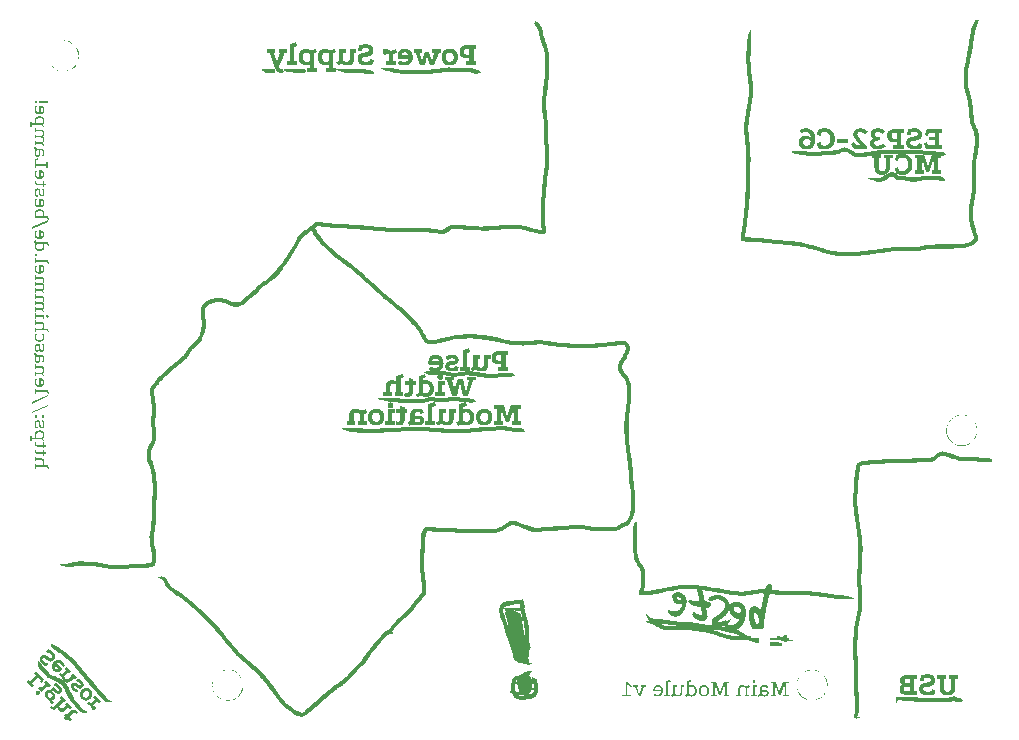
<source format=gbr>
%TF.GenerationSoftware,KiCad,Pcbnew,7.0.9*%
%TF.CreationDate,2024-01-16T00:09:28+01:00*%
%TF.ProjectId,JLCPCB,4a4c4350-4342-42e6-9b69-6361645f7063,1*%
%TF.SameCoordinates,Original*%
%TF.FileFunction,Legend,Bot*%
%TF.FilePolarity,Positive*%
%FSLAX46Y46*%
G04 Gerber Fmt 4.6, Leading zero omitted, Abs format (unit mm)*
G04 Created by KiCad (PCBNEW 7.0.9) date 2024-01-16 00:09:28*
%MOMM*%
%LPD*%
G01*
G04 APERTURE LIST*
G04 Aperture macros list*
%AMHorizOval*
0 Thick line with rounded ends*
0 $1 width*
0 $2 $3 position (X,Y) of the first rounded end (center of the circle)*
0 $4 $5 position (X,Y) of the second rounded end (center of the circle)*
0 Add line between two ends*
20,1,$1,$2,$3,$4,$5,0*
0 Add two circle primitives to create the rounded ends*
1,1,$1,$2,$3*
1,1,$1,$4,$5*%
%AMRotRect*
0 Rectangle, with rotation*
0 The origin of the aperture is its center*
0 $1 length*
0 $2 width*
0 $3 Rotation angle, in degrees counterclockwise*
0 Add horizontal line*
21,1,$1,$2,0,0,$3*%
G04 Aperture macros list end*
%ADD10C,0.152400*%
%ADD11C,0.400000*%
%ADD12C,0.150000*%
%ADD13C,0.325000*%
%ADD14C,0.300000*%
%ADD15C,0.162560*%
%ADD16C,0.650000*%
%ADD17O,1.000000X1.600000*%
%ADD18O,1.000000X2.100000*%
%ADD19RotRect,1.700000X1.700000X45.000000*%
%ADD20HorizOval,1.700000X0.000000X0.000000X0.000000X0.000000X0*%
%ADD21C,0.500000*%
%ADD22C,2.500000*%
%ADD23R,2.000000X2.000000*%
%ADD24C,2.000000*%
%ADD25O,1.700000X1.700000*%
%ADD26R,1.700000X1.700000*%
%ADD27R,2.500000X2.500000*%
%ADD28R,1.600000X1.600000*%
%ADD29C,1.600000*%
%ADD30R,1.500000X1.050000*%
%ADD31O,1.500000X1.050000*%
%ADD32C,2.400000*%
%ADD33O,2.400000X2.400000*%
G04 APERTURE END LIST*
D10*
G36*
X107962114Y-103666618D02*
G01*
X108011915Y-103661029D01*
X108063602Y-103661493D01*
X108088094Y-103663749D01*
X108139037Y-103669484D01*
X108188471Y-103674627D01*
X108230865Y-103678752D01*
X108219414Y-103614666D01*
X108206849Y-103545980D01*
X108195995Y-103487721D01*
X108184428Y-103426517D01*
X108172148Y-103362371D01*
X108159156Y-103295281D01*
X108145451Y-103225247D01*
X108138331Y-103189127D01*
X108123325Y-103114463D01*
X108111777Y-103056656D01*
X108099977Y-102997297D01*
X108087925Y-102936387D01*
X108075622Y-102873926D01*
X108063067Y-102809913D01*
X108050260Y-102744350D01*
X108037202Y-102677235D01*
X108023892Y-102608569D01*
X108010330Y-102538352D01*
X108005753Y-102514602D01*
X107991580Y-102442439D01*
X107977148Y-102369432D01*
X107962459Y-102295582D01*
X107947511Y-102220888D01*
X107932307Y-102145349D01*
X107916844Y-102068967D01*
X107901123Y-101991741D01*
X107885145Y-101913671D01*
X107868909Y-101834757D01*
X107852415Y-101755000D01*
X107841276Y-101701359D01*
X107824357Y-101620796D01*
X107807639Y-101540511D01*
X107791123Y-101460504D01*
X107774809Y-101380776D01*
X107758696Y-101301326D01*
X107742785Y-101222154D01*
X107727076Y-101143261D01*
X107711568Y-101064646D01*
X107696262Y-100986309D01*
X107681157Y-100908251D01*
X107671200Y-100856366D01*
X107656146Y-100778844D01*
X107641271Y-100702206D01*
X107626573Y-100626452D01*
X107612052Y-100551582D01*
X107597710Y-100477596D01*
X107583545Y-100404495D01*
X107569558Y-100332277D01*
X107555748Y-100260944D01*
X107542116Y-100190495D01*
X107528662Y-100120930D01*
X107519791Y-100075045D01*
X107506581Y-100007669D01*
X107493897Y-99942529D01*
X107481737Y-99879624D01*
X107470102Y-99818954D01*
X107458992Y-99760520D01*
X107444995Y-99686086D01*
X107431931Y-99615625D01*
X107419801Y-99549139D01*
X107408604Y-99486626D01*
X107405951Y-99471619D01*
X107392992Y-99411313D01*
X107371913Y-99352959D01*
X107342133Y-99320673D01*
X107292273Y-99298663D01*
X107239914Y-99273687D01*
X107187980Y-99248154D01*
X107139494Y-99224610D01*
X107089790Y-99200336D01*
X107038867Y-99175332D01*
X106986725Y-99149599D01*
X106933365Y-99123136D01*
X106878787Y-99095943D01*
X106856614Y-99084861D01*
X106799173Y-99058122D01*
X106751218Y-99038235D01*
X106701484Y-99019685D01*
X106649970Y-99002471D01*
X106596677Y-98986594D01*
X106541605Y-98972054D01*
X106484753Y-98958851D01*
X106440947Y-98949826D01*
X106443436Y-99014490D01*
X106446819Y-99073038D01*
X106450760Y-99096902D01*
X106407433Y-99062713D01*
X106397355Y-99054236D01*
X106367562Y-99101527D01*
X106366852Y-99141458D01*
X106354977Y-99081966D01*
X106339812Y-99058430D01*
X106303651Y-99015670D01*
X106257079Y-98997127D01*
X106211298Y-99021343D01*
X106193871Y-99039522D01*
X106160001Y-99082691D01*
X106126370Y-99129623D01*
X106094453Y-99175767D01*
X106079231Y-99198126D01*
X106086942Y-99256876D01*
X106087329Y-99265149D01*
X106091610Y-99310524D01*
X106104244Y-99373765D01*
X106119659Y-99435947D01*
X106137854Y-99497068D01*
X106158829Y-99557130D01*
X106172062Y-99590975D01*
X106192425Y-99646709D01*
X106212643Y-99713979D01*
X106229379Y-99778848D01*
X106242695Y-99836511D01*
X106255946Y-99899300D01*
X106269133Y-99967216D01*
X106278980Y-100021518D01*
X106290263Y-100088201D01*
X106299997Y-100149995D01*
X106309787Y-100216069D01*
X106317990Y-100274399D01*
X106326232Y-100335702D01*
X106331196Y-100373910D01*
X106339149Y-100440546D01*
X106346597Y-100512212D01*
X106352191Y-100573166D01*
X106357461Y-100637340D01*
X106362407Y-100704733D01*
X106367030Y-100775344D01*
X106371330Y-100849176D01*
X106373358Y-100887298D01*
X106420352Y-100910506D01*
X106440801Y-100911120D01*
X106486013Y-100890616D01*
X106488514Y-100886338D01*
X106496538Y-100868554D01*
X106490685Y-100835361D01*
X106469710Y-100885190D01*
X106421822Y-100867129D01*
X106379347Y-100857969D01*
X106373922Y-100918063D01*
X106373731Y-100952707D01*
X106369154Y-101004109D01*
X106412789Y-101038894D01*
X106459145Y-101065318D01*
X106464676Y-101067621D01*
X106512990Y-101084492D01*
X106521226Y-101085923D01*
X106541121Y-101148425D01*
X106560909Y-101211642D01*
X106580592Y-101275577D01*
X106600168Y-101340227D01*
X106619638Y-101405594D01*
X106639002Y-101471676D01*
X106658259Y-101538476D01*
X106677410Y-101605991D01*
X106696456Y-101674223D01*
X106715395Y-101743171D01*
X106734227Y-101812835D01*
X106752954Y-101883215D01*
X106771574Y-101954312D01*
X106790088Y-102026125D01*
X106808496Y-102098654D01*
X106826798Y-102171900D01*
X106844829Y-102245123D01*
X106862726Y-102317533D01*
X106880490Y-102389129D01*
X106898120Y-102459912D01*
X106915617Y-102529882D01*
X106932979Y-102599038D01*
X106950208Y-102667381D01*
X106967303Y-102734910D01*
X106984265Y-102801626D01*
X107001092Y-102867528D01*
X107017786Y-102932617D01*
X107034346Y-102996892D01*
X107050773Y-103060354D01*
X107067065Y-103123003D01*
X107083224Y-103184838D01*
X107099249Y-103245859D01*
X107106364Y-103305987D01*
X107107995Y-103330625D01*
X107112311Y-103391363D01*
X107117320Y-103425705D01*
X107135013Y-103482655D01*
X107176241Y-103523620D01*
X107225995Y-103527228D01*
X107231740Y-103526063D01*
X107283738Y-103515795D01*
X107336409Y-103508235D01*
X107389753Y-103503380D01*
X107419680Y-103501852D01*
X107407719Y-103434022D01*
X107391970Y-103450192D01*
X107416671Y-103463693D01*
X107465172Y-103471510D01*
X107504743Y-103436050D01*
X107504417Y-103391675D01*
X107476756Y-103396552D01*
X107513692Y-103441242D01*
X107545639Y-103488912D01*
X107571341Y-103543356D01*
X107572860Y-103547758D01*
X107614820Y-103585454D01*
X107659979Y-103564657D01*
X107668843Y-103557618D01*
X107655614Y-103559951D01*
X107669770Y-103605073D01*
X107690215Y-103601468D01*
X107731106Y-103594258D01*
X107782622Y-103587636D01*
X107832991Y-103586139D01*
X107877785Y-103589227D01*
X107929060Y-103595793D01*
X107950408Y-103600231D01*
X107962114Y-103666618D01*
G37*
G36*
X107974307Y-104298383D02*
G01*
X107933919Y-104330005D01*
X107888511Y-104362232D01*
X107844946Y-104389434D01*
X107797416Y-104414370D01*
X107774554Y-104424377D01*
X107723576Y-104442717D01*
X107672456Y-104458021D01*
X107621193Y-104470291D01*
X107592652Y-104475796D01*
X107541187Y-104484871D01*
X107492023Y-104493539D01*
X107478399Y-104495942D01*
X107428983Y-104504655D01*
X107379186Y-104513436D01*
X107376173Y-104513967D01*
X107325009Y-104526180D01*
X107272789Y-104547177D01*
X107228616Y-104575443D01*
X107187984Y-104616647D01*
X107171609Y-104640809D01*
X107143889Y-104692385D01*
X107122431Y-104746949D01*
X107107236Y-104804500D01*
X107098302Y-104865040D01*
X107093691Y-104927236D01*
X107092919Y-104990987D01*
X107095986Y-105056293D01*
X107101819Y-105114711D01*
X107102893Y-105123154D01*
X107111155Y-105188474D01*
X107119747Y-105250387D01*
X107128669Y-105308895D01*
X107137919Y-105363996D01*
X107149599Y-105425225D01*
X107163006Y-105488405D01*
X107177074Y-105550448D01*
X107190867Y-105608648D01*
X107195821Y-105629079D01*
X107211897Y-105694951D01*
X107227431Y-105755541D01*
X107244908Y-105821312D01*
X107264327Y-105892262D01*
X107281261Y-105952751D01*
X107299438Y-106016555D01*
X107313887Y-106066584D01*
X107363250Y-106074044D01*
X107413004Y-106086419D01*
X107463151Y-106103710D01*
X107513689Y-106125915D01*
X107542744Y-106140811D01*
X107590316Y-106163359D01*
X107646574Y-106183746D01*
X107700092Y-106199087D01*
X107759643Y-106212927D01*
X107811627Y-106222920D01*
X107867472Y-106231953D01*
X107896843Y-106236109D01*
X107933964Y-106195681D01*
X107974405Y-106157881D01*
X108016843Y-106127030D01*
X108064219Y-106106993D01*
X108068611Y-106106121D01*
X108117412Y-106097516D01*
X108122730Y-106096579D01*
X108162418Y-106089581D01*
X108209518Y-106070115D01*
X108230552Y-106032925D01*
X108238587Y-105975752D01*
X108241372Y-105953638D01*
X108258331Y-105899053D01*
X108262717Y-105891839D01*
X108304392Y-105857706D01*
X108350091Y-105833279D01*
X108365219Y-105826148D01*
X108360543Y-105765979D01*
X108361566Y-105706537D01*
X108365003Y-105649106D01*
X108369435Y-105585454D01*
X108374233Y-105527765D01*
X108379890Y-105468216D01*
X108386405Y-105406806D01*
X108389461Y-105379918D01*
X108396312Y-105316852D01*
X108402461Y-105255192D01*
X108407909Y-105194937D01*
X108412655Y-105136087D01*
X108415052Y-105103090D01*
X108418314Y-105041597D01*
X108418872Y-104982082D01*
X108415077Y-104923239D01*
X108412476Y-104905632D01*
X108363242Y-104898793D01*
X108321304Y-104894922D01*
X108277175Y-104890799D01*
X108266903Y-104831536D01*
X108256183Y-104767114D01*
X108246550Y-104706221D01*
X108237013Y-104641934D01*
X108228523Y-104583583D01*
X108219120Y-104522323D01*
X108210084Y-104468114D01*
X108196430Y-104409837D01*
X108161002Y-104372604D01*
X108124044Y-104388049D01*
X108148696Y-104345013D01*
X108168657Y-104366790D01*
X108159635Y-104329691D01*
X108112177Y-104306246D01*
X108097951Y-104303366D01*
X108047127Y-104298192D01*
X107994574Y-104297832D01*
X107974307Y-104298383D01*
G37*
D11*
G36*
X103624867Y-79595687D02*
G01*
X103624867Y-79283056D01*
X102835962Y-79283056D01*
X102835962Y-79595687D01*
X102981531Y-79595687D01*
X102837428Y-80216552D01*
X102764643Y-80573147D01*
X102698698Y-80220949D01*
X102504769Y-79501898D01*
X102054385Y-79501898D01*
X101858014Y-80220949D01*
X101793534Y-80573147D01*
X101732961Y-80216552D01*
X101589835Y-79595687D01*
X101765690Y-79595687D01*
X101765690Y-79283056D01*
X101016841Y-79283056D01*
X101016841Y-79595687D01*
X101194162Y-79595687D01*
X101621587Y-80940000D01*
X102044615Y-80940000D01*
X102277135Y-79857515D01*
X102550198Y-80940000D01*
X102973227Y-80940000D01*
X103395278Y-79595687D01*
X103624867Y-79595687D01*
G37*
G36*
X100340777Y-79314319D02*
G01*
X100341736Y-79336288D01*
X100344611Y-79357743D01*
X100349403Y-79378683D01*
X100356111Y-79399110D01*
X100360805Y-79410551D01*
X100370198Y-79429721D01*
X100380854Y-79447910D01*
X100392772Y-79465118D01*
X100405952Y-79481343D01*
X100414050Y-79490174D01*
X100428906Y-79504646D01*
X100444838Y-79517716D01*
X100461845Y-79529384D01*
X100479927Y-79539648D01*
X100490742Y-79544884D01*
X100510234Y-79552498D01*
X100530239Y-79558241D01*
X100550759Y-79562115D01*
X100571793Y-79564118D01*
X100584043Y-79564424D01*
X100605371Y-79563489D01*
X100626185Y-79560684D01*
X100646484Y-79556009D01*
X100666269Y-79549464D01*
X100677344Y-79544884D01*
X100696064Y-79535468D01*
X100713755Y-79524742D01*
X100730418Y-79512707D01*
X100746052Y-79499364D01*
X100754525Y-79491151D01*
X100768212Y-79475630D01*
X100780638Y-79458987D01*
X100791801Y-79441222D01*
X100801702Y-79422336D01*
X100806793Y-79411039D01*
X100814216Y-79390717D01*
X100819816Y-79369926D01*
X100823592Y-79348669D01*
X100825546Y-79326943D01*
X100825844Y-79314319D01*
X100824885Y-79292945D01*
X100822010Y-79271991D01*
X100817218Y-79251458D01*
X100810510Y-79231345D01*
X100805816Y-79220041D01*
X100796446Y-79200680D01*
X100785860Y-79182348D01*
X100774059Y-79165044D01*
X100761043Y-79148768D01*
X100753059Y-79139930D01*
X100738012Y-79125434D01*
X100721937Y-79112294D01*
X100704834Y-79100510D01*
X100686701Y-79090081D01*
X100675878Y-79084731D01*
X100656457Y-79076737D01*
X100636662Y-79070706D01*
X100616493Y-79066639D01*
X100595950Y-79064535D01*
X100584043Y-79064214D01*
X100563667Y-79065196D01*
X100543571Y-79068141D01*
X100523756Y-79073050D01*
X100504221Y-79079922D01*
X100493185Y-79084731D01*
X100474418Y-79094385D01*
X100456587Y-79105394D01*
X100439690Y-79117759D01*
X100423728Y-79131480D01*
X100415027Y-79139930D01*
X100400745Y-79155618D01*
X100387819Y-79172334D01*
X100376248Y-79190079D01*
X100366033Y-79208852D01*
X100360805Y-79220041D01*
X100353001Y-79239913D01*
X100347114Y-79260206D01*
X100343144Y-79280919D01*
X100341090Y-79302054D01*
X100340777Y-79314319D01*
G37*
G36*
X100742312Y-79970844D02*
G01*
X100975809Y-79970844D01*
X100975809Y-79658213D01*
X100384741Y-79658213D01*
X100384741Y-80627369D01*
X100151245Y-80627369D01*
X100151245Y-80940000D01*
X100975809Y-80940000D01*
X100975809Y-80627369D01*
X100742312Y-80627369D01*
X100742312Y-79970844D01*
G37*
G36*
X99418028Y-79345582D02*
G01*
X99133729Y-79435952D01*
X99133729Y-79635254D01*
X99151114Y-79630463D01*
X99176670Y-79623855D01*
X99201598Y-79617943D01*
X99225900Y-79612727D01*
X99249575Y-79608206D01*
X99272623Y-79604381D01*
X99295044Y-79601251D01*
X99316838Y-79598817D01*
X99338006Y-79597078D01*
X99358547Y-79596035D01*
X99378460Y-79595687D01*
X99402135Y-79596019D01*
X99425531Y-79597015D01*
X99448648Y-79598675D01*
X99471486Y-79600999D01*
X99494046Y-79603987D01*
X99516328Y-79607640D01*
X99538331Y-79611956D01*
X99560055Y-79616936D01*
X99581501Y-79622580D01*
X99602668Y-79628889D01*
X99623556Y-79635861D01*
X99644166Y-79643497D01*
X99664497Y-79651798D01*
X99684550Y-79660762D01*
X99704324Y-79670391D01*
X99723820Y-79680683D01*
X99742869Y-79691606D01*
X99761426Y-79703123D01*
X99779490Y-79715236D01*
X99797062Y-79727944D01*
X99814142Y-79741248D01*
X99830729Y-79755147D01*
X99846825Y-79769641D01*
X99862428Y-79784731D01*
X99877538Y-79800416D01*
X99892157Y-79816696D01*
X99906283Y-79833572D01*
X99919916Y-79851043D01*
X99933058Y-79869109D01*
X99945707Y-79887771D01*
X99957864Y-79907028D01*
X99969528Y-79926880D01*
X99980590Y-79947150D01*
X99990938Y-79967783D01*
X100000572Y-79988779D01*
X100009492Y-80010136D01*
X100017699Y-80031857D01*
X100025193Y-80053940D01*
X100031972Y-80076385D01*
X100038038Y-80099193D01*
X100043391Y-80122364D01*
X100048029Y-80145897D01*
X100051954Y-80169793D01*
X100055166Y-80194051D01*
X100057664Y-80218672D01*
X100059448Y-80243656D01*
X100060518Y-80269001D01*
X100060875Y-80294710D01*
X100060693Y-80315300D01*
X100060146Y-80335609D01*
X100059235Y-80355638D01*
X100057959Y-80375386D01*
X100054315Y-80414042D01*
X100049212Y-80451575D01*
X100042652Y-80487986D01*
X100034634Y-80523275D01*
X100025158Y-80557443D01*
X100014225Y-80590488D01*
X100001833Y-80622411D01*
X99987984Y-80653213D01*
X99972677Y-80682892D01*
X99955912Y-80711449D01*
X99937689Y-80738885D01*
X99918008Y-80765198D01*
X99896870Y-80790389D01*
X99874273Y-80814459D01*
X99850410Y-80837232D01*
X99825593Y-80858537D01*
X99799821Y-80878372D01*
X99773096Y-80896738D01*
X99745416Y-80913635D01*
X99716783Y-80929062D01*
X99687195Y-80943020D01*
X99656653Y-80955509D01*
X99625157Y-80966528D01*
X99592707Y-80976079D01*
X99559303Y-80984160D01*
X99524945Y-80990771D01*
X99489633Y-80995914D01*
X99453367Y-80999587D01*
X99416146Y-81001791D01*
X99377972Y-81002526D01*
X99350622Y-81002127D01*
X99323773Y-81000930D01*
X99297423Y-80998936D01*
X99271574Y-80996145D01*
X99246224Y-80992556D01*
X99221374Y-80988169D01*
X99197024Y-80982984D01*
X99173174Y-80977002D01*
X99149824Y-80970223D01*
X99126974Y-80962645D01*
X99104624Y-80954271D01*
X99082774Y-80945098D01*
X99061424Y-80935128D01*
X99040573Y-80924360D01*
X99020223Y-80912795D01*
X99000372Y-80900432D01*
X98645732Y-81033789D01*
X98548523Y-80721158D01*
X98777623Y-80643489D01*
X98777623Y-80627857D01*
X99133729Y-80627857D01*
X99147382Y-80635370D01*
X99168226Y-80645729D01*
X99189508Y-80654999D01*
X99211228Y-80663177D01*
X99233386Y-80670266D01*
X99255982Y-80676263D01*
X99279015Y-80681171D01*
X99302487Y-80684988D01*
X99326397Y-80687714D01*
X99350744Y-80689350D01*
X99375530Y-80689895D01*
X99394842Y-80689469D01*
X99422730Y-80687235D01*
X99449321Y-80683087D01*
X99474616Y-80677023D01*
X99498615Y-80669044D01*
X99521316Y-80659151D01*
X99542721Y-80647343D01*
X99562830Y-80633620D01*
X99581642Y-80617982D01*
X99599157Y-80600430D01*
X99615376Y-80580963D01*
X99630217Y-80559798D01*
X99643597Y-80537337D01*
X99655519Y-80513579D01*
X99665980Y-80488524D01*
X99674982Y-80462173D01*
X99682524Y-80434526D01*
X99686741Y-80415373D01*
X99690309Y-80395645D01*
X99693228Y-80375341D01*
X99695499Y-80354460D01*
X99697121Y-80333003D01*
X99698094Y-80310969D01*
X99698419Y-80288360D01*
X99698069Y-80268355D01*
X99696236Y-80239120D01*
X99692831Y-80210812D01*
X99687856Y-80183432D01*
X99681308Y-80156980D01*
X99673190Y-80131455D01*
X99663499Y-80106857D01*
X99652238Y-80083186D01*
X99639405Y-80060443D01*
X99625001Y-80038627D01*
X99609026Y-80017739D01*
X99597638Y-80004488D01*
X99579755Y-79986216D01*
X99560910Y-79969867D01*
X99541103Y-79955441D01*
X99520335Y-79942939D01*
X99498605Y-79932360D01*
X99475913Y-79923705D01*
X99452260Y-79916973D01*
X99427645Y-79912165D01*
X99402068Y-79909279D01*
X99375530Y-79908318D01*
X99358328Y-79908503D01*
X99333047Y-79909475D01*
X99308393Y-79911279D01*
X99284366Y-79913917D01*
X99260966Y-79917387D01*
X99238193Y-79921690D01*
X99216047Y-79926827D01*
X99194527Y-79932796D01*
X99173634Y-79939598D01*
X99153368Y-79947233D01*
X99133729Y-79955701D01*
X99133729Y-80627857D01*
X98777623Y-80627857D01*
X98777623Y-79216622D01*
X99316423Y-79032951D01*
X99418028Y-79345582D01*
G37*
G36*
X98530938Y-79658213D02*
G01*
X98297442Y-79658213D01*
X98297442Y-79458422D01*
X97940359Y-79376845D01*
X97940359Y-79658213D01*
X97606723Y-79658213D01*
X97606723Y-79970844D01*
X97940359Y-79970844D01*
X97940359Y-80393872D01*
X97939775Y-80429719D01*
X97938023Y-80463253D01*
X97935103Y-80494474D01*
X97931016Y-80523382D01*
X97925761Y-80549978D01*
X97919338Y-80574261D01*
X97911748Y-80596232D01*
X97902989Y-80615889D01*
X97893063Y-80633234D01*
X97875984Y-80654916D01*
X97856278Y-80671393D01*
X97833944Y-80682668D01*
X97808983Y-80688738D01*
X97790882Y-80689895D01*
X97767488Y-80689528D01*
X97744201Y-80688429D01*
X97721021Y-80686598D01*
X97697948Y-80684033D01*
X97674981Y-80680736D01*
X97652121Y-80676706D01*
X97629369Y-80671943D01*
X97606723Y-80666448D01*
X97536381Y-80946838D01*
X97555825Y-80953582D01*
X97574956Y-80959890D01*
X97593774Y-80965763D01*
X97621415Y-80973757D01*
X97648351Y-80980773D01*
X97674583Y-80986809D01*
X97700111Y-80991867D01*
X97724935Y-80995945D01*
X97749055Y-80999045D01*
X97772471Y-81001166D01*
X97795183Y-81002308D01*
X97809933Y-81002526D01*
X97838530Y-81002022D01*
X97866315Y-81000511D01*
X97893286Y-80997992D01*
X97919445Y-80994466D01*
X97944791Y-80989932D01*
X97969324Y-80984391D01*
X97993044Y-80977842D01*
X98015952Y-80970286D01*
X98038046Y-80961722D01*
X98059328Y-80952151D01*
X98079796Y-80941572D01*
X98099452Y-80929986D01*
X98118295Y-80917392D01*
X98136325Y-80903790D01*
X98153542Y-80889182D01*
X98169947Y-80873565D01*
X98185386Y-80856886D01*
X98199828Y-80839211D01*
X98213275Y-80820540D01*
X98225726Y-80800873D01*
X98237180Y-80780209D01*
X98247639Y-80758550D01*
X98257101Y-80735895D01*
X98265568Y-80712243D01*
X98273038Y-80687596D01*
X98279513Y-80661952D01*
X98284991Y-80635312D01*
X98289473Y-80607677D01*
X98292959Y-80579045D01*
X98295449Y-80549417D01*
X98296944Y-80518793D01*
X98297442Y-80487173D01*
X98297442Y-79970844D01*
X98530938Y-79970844D01*
X98530938Y-79658213D01*
G37*
G36*
X96875948Y-79207341D02*
G01*
X96875948Y-79695826D01*
X96853869Y-79683700D01*
X96831229Y-79672356D01*
X96808028Y-79661795D01*
X96784266Y-79652015D01*
X96759942Y-79643018D01*
X96735058Y-79634804D01*
X96709613Y-79627372D01*
X96683607Y-79620722D01*
X96657040Y-79614854D01*
X96629912Y-79609769D01*
X96602223Y-79605466D01*
X96573972Y-79601946D01*
X96545161Y-79599207D01*
X96515789Y-79597252D01*
X96485856Y-79596078D01*
X96455362Y-79595687D01*
X96428751Y-79596215D01*
X96402896Y-79597801D01*
X96377796Y-79600444D01*
X96353452Y-79604144D01*
X96329863Y-79608901D01*
X96307030Y-79614715D01*
X96284953Y-79621586D01*
X96263631Y-79629515D01*
X96243065Y-79638500D01*
X96223255Y-79648543D01*
X96204200Y-79659642D01*
X96185901Y-79671799D01*
X96168358Y-79685013D01*
X96151570Y-79699284D01*
X96135537Y-79714612D01*
X96120261Y-79730997D01*
X96105768Y-79748354D01*
X96092211Y-79766596D01*
X96079589Y-79785723D01*
X96067901Y-79805736D01*
X96057149Y-79826634D01*
X96047331Y-79848417D01*
X96038449Y-79871086D01*
X96030502Y-79894640D01*
X96023489Y-79919080D01*
X96017412Y-79944405D01*
X96012269Y-79970615D01*
X96008062Y-79997711D01*
X96004789Y-80025692D01*
X96002452Y-80054558D01*
X96001049Y-80084310D01*
X96000582Y-80114947D01*
X96000582Y-80627369D01*
X95764643Y-80627369D01*
X95764643Y-80940000D01*
X96470505Y-80940000D01*
X96470505Y-80627369D01*
X96358153Y-80627369D01*
X96358153Y-80170146D01*
X96358596Y-80147114D01*
X96359922Y-80125095D01*
X96362133Y-80104089D01*
X96365229Y-80084096D01*
X96370732Y-80059016D01*
X96377807Y-80035736D01*
X96386455Y-80014258D01*
X96396675Y-79994581D01*
X96408467Y-79976706D01*
X96422168Y-79960677D01*
X96438357Y-79946786D01*
X96457034Y-79935032D01*
X96478199Y-79925415D01*
X96501852Y-79917935D01*
X96521225Y-79913727D01*
X96541998Y-79910722D01*
X96564170Y-79908919D01*
X96587742Y-79908318D01*
X96609838Y-79908884D01*
X96632896Y-79910585D01*
X96652846Y-79912867D01*
X96673463Y-79915937D01*
X96694749Y-79919794D01*
X96716702Y-79924438D01*
X96738285Y-79929323D01*
X96758462Y-79934207D01*
X96780816Y-79940069D01*
X96801143Y-79945931D01*
X96822297Y-79952770D01*
X96830519Y-79955701D01*
X96875948Y-79971821D01*
X96875948Y-80627369D01*
X96760666Y-80627369D01*
X96760666Y-80940000D01*
X97466527Y-80940000D01*
X97466527Y-80627369D01*
X97233031Y-80627369D01*
X97233031Y-79431067D01*
X97501210Y-79345582D01*
X97408886Y-79032951D01*
X96875948Y-79207341D01*
G37*
D12*
G36*
X67459939Y-87057544D02*
G01*
X67363414Y-86780035D01*
X66997001Y-86780035D01*
X67004042Y-86768970D01*
X67011233Y-86756850D01*
X67017752Y-86745191D01*
X67022720Y-86735900D01*
X67028587Y-86724544D01*
X67034241Y-86712702D01*
X67039682Y-86700373D01*
X67044911Y-86687559D01*
X67047803Y-86680018D01*
X67052715Y-86666454D01*
X67057171Y-86652435D01*
X67060628Y-86640055D01*
X67063750Y-86627341D01*
X67066537Y-86614292D01*
X67069019Y-86600964D01*
X67070987Y-86587412D01*
X67072442Y-86573637D01*
X67073383Y-86559640D01*
X67073811Y-86545418D01*
X67073840Y-86540628D01*
X67073672Y-86524480D01*
X67073170Y-86508777D01*
X67072333Y-86493522D01*
X67071161Y-86478713D01*
X67069654Y-86464350D01*
X67067812Y-86450434D01*
X67065635Y-86436964D01*
X67063124Y-86423941D01*
X67060277Y-86411365D01*
X67055961Y-86395290D01*
X67054789Y-86391396D01*
X67049723Y-86376190D01*
X67044053Y-86361688D01*
X67037777Y-86347891D01*
X67030896Y-86334799D01*
X67023409Y-86322411D01*
X67015318Y-86310727D01*
X67006621Y-86299748D01*
X66997318Y-86289473D01*
X66987416Y-86279814D01*
X66976918Y-86270839D01*
X66965825Y-86262549D01*
X66954136Y-86254943D01*
X66941852Y-86248023D01*
X66928973Y-86241786D01*
X66915499Y-86236235D01*
X66901429Y-86231368D01*
X66886843Y-86227052D01*
X66871662Y-86223311D01*
X66855885Y-86220146D01*
X66839513Y-86217556D01*
X66826843Y-86215991D01*
X66813839Y-86214750D01*
X66800500Y-86213833D01*
X66786825Y-86213240D01*
X66772816Y-86212970D01*
X66768072Y-86212952D01*
X66382926Y-86212952D01*
X66382926Y-86059274D01*
X66261000Y-86059274D01*
X66261000Y-86438071D01*
X66382926Y-86438071D01*
X66382926Y-86355834D01*
X66735050Y-86355834D01*
X66749923Y-86356036D01*
X66764377Y-86356640D01*
X66778413Y-86357648D01*
X66792030Y-86359059D01*
X66805228Y-86360873D01*
X66818008Y-86363090D01*
X66823002Y-86364090D01*
X66837506Y-86367557D01*
X66851251Y-86372008D01*
X66864237Y-86377440D01*
X66876464Y-86383855D01*
X66887932Y-86391252D01*
X66891586Y-86393936D01*
X66901952Y-86402602D01*
X66911381Y-86412406D01*
X66919872Y-86423350D01*
X66927425Y-86435431D01*
X66934041Y-86448652D01*
X66936038Y-86453311D01*
X66940611Y-86465539D01*
X66944410Y-86478806D01*
X66947433Y-86493111D01*
X66949681Y-86508455D01*
X66950921Y-86521478D01*
X66951666Y-86535166D01*
X66951914Y-86549519D01*
X66951673Y-86564994D01*
X66950952Y-86580067D01*
X66949751Y-86594737D01*
X66948069Y-86609003D01*
X66945906Y-86622867D01*
X66943263Y-86636327D01*
X66942071Y-86641598D01*
X66939055Y-86654440D01*
X66935962Y-86666770D01*
X66932148Y-86680891D01*
X66928223Y-86694275D01*
X66924186Y-86706922D01*
X66921432Y-86714944D01*
X66916320Y-86728068D01*
X66910984Y-86740767D01*
X66905425Y-86753043D01*
X66899643Y-86764894D01*
X66893637Y-86776320D01*
X66891586Y-86780035D01*
X66382926Y-86780035D01*
X66382926Y-86697799D01*
X66261000Y-86697799D01*
X66261000Y-87076595D01*
X66382926Y-87076595D01*
X66382926Y-86922917D01*
X67278637Y-86922917D01*
X67338013Y-87095963D01*
X67459939Y-87057544D01*
G37*
G36*
X66931593Y-85472505D02*
G01*
X66931593Y-85701117D01*
X66622015Y-85701117D01*
X66608389Y-85701072D01*
X66594183Y-85700938D01*
X66579396Y-85700715D01*
X66566630Y-85700461D01*
X66553461Y-85700144D01*
X66542636Y-85699847D01*
X66529059Y-85699186D01*
X66515715Y-85697999D01*
X66502604Y-85696284D01*
X66489725Y-85694042D01*
X66477079Y-85691273D01*
X66464665Y-85687977D01*
X66459764Y-85686511D01*
X66445532Y-85681406D01*
X66432126Y-85675140D01*
X66419545Y-85667713D01*
X66407791Y-85659125D01*
X66396863Y-85649377D01*
X66393404Y-85645869D01*
X66384001Y-85634204D01*
X66377444Y-85623034D01*
X66372051Y-85610545D01*
X66367820Y-85596739D01*
X66364751Y-85581615D01*
X66363134Y-85568568D01*
X66362605Y-85561727D01*
X66362761Y-85548738D01*
X66363338Y-85534458D01*
X66364341Y-85521120D01*
X66366008Y-85507030D01*
X66367050Y-85500447D01*
X66369199Y-85487710D01*
X66371217Y-85474966D01*
X66371495Y-85472505D01*
X66262905Y-85444882D01*
X66257978Y-85457518D01*
X66254011Y-85469964D01*
X66251157Y-85480761D01*
X66247852Y-85494230D01*
X66245508Y-85506751D01*
X66243536Y-85520450D01*
X66242155Y-85533407D01*
X66241225Y-85546917D01*
X66240748Y-85560979D01*
X66240678Y-85569030D01*
X66240971Y-85584703D01*
X66241849Y-85599968D01*
X66243313Y-85614827D01*
X66245362Y-85629279D01*
X66247996Y-85643324D01*
X66251216Y-85656962D01*
X66255021Y-85670194D01*
X66259412Y-85683018D01*
X66264304Y-85695401D01*
X66269771Y-85707308D01*
X66275814Y-85718739D01*
X66282432Y-85729693D01*
X66289626Y-85740171D01*
X66299427Y-85752599D01*
X66310128Y-85764283D01*
X66314660Y-85768748D01*
X66324235Y-85777301D01*
X66334385Y-85785338D01*
X66345111Y-85792859D01*
X66356413Y-85799864D01*
X66368290Y-85806353D01*
X66380743Y-85812327D01*
X66393771Y-85817784D01*
X66407374Y-85822725D01*
X66421558Y-85827116D01*
X66436328Y-85830921D01*
X66451683Y-85834141D01*
X66467623Y-85836775D01*
X66484149Y-85838824D01*
X66496927Y-85839977D01*
X66510035Y-85840800D01*
X66523472Y-85841294D01*
X66537238Y-85841459D01*
X66931593Y-85841459D01*
X66931593Y-85993231D01*
X67053519Y-85993231D01*
X67053519Y-85841459D01*
X67204974Y-85841459D01*
X67236408Y-85701117D01*
X67053519Y-85701117D01*
X67053519Y-85472505D01*
X66931593Y-85472505D01*
G37*
G36*
X66931593Y-84852715D02*
G01*
X66931593Y-85081326D01*
X66622015Y-85081326D01*
X66608389Y-85081281D01*
X66594183Y-85081147D01*
X66579396Y-85080924D01*
X66566630Y-85080670D01*
X66553461Y-85080354D01*
X66542636Y-85080056D01*
X66529059Y-85079396D01*
X66515715Y-85078208D01*
X66502604Y-85076493D01*
X66489725Y-85074251D01*
X66477079Y-85071482D01*
X66464665Y-85068186D01*
X66459764Y-85066720D01*
X66445532Y-85061615D01*
X66432126Y-85055349D01*
X66419545Y-85047922D01*
X66407791Y-85039335D01*
X66396863Y-85029586D01*
X66393404Y-85026078D01*
X66384001Y-85014413D01*
X66377444Y-85003243D01*
X66372051Y-84990755D01*
X66367820Y-84976949D01*
X66364751Y-84961825D01*
X66363134Y-84948777D01*
X66362605Y-84941937D01*
X66362761Y-84928947D01*
X66363338Y-84914667D01*
X66364341Y-84901329D01*
X66366008Y-84887240D01*
X66367050Y-84880656D01*
X66369199Y-84867920D01*
X66371217Y-84855176D01*
X66371495Y-84852715D01*
X66262905Y-84825091D01*
X66257978Y-84837727D01*
X66254011Y-84850173D01*
X66251157Y-84860970D01*
X66247852Y-84874440D01*
X66245508Y-84886961D01*
X66243536Y-84900660D01*
X66242155Y-84913617D01*
X66241225Y-84927126D01*
X66240748Y-84941188D01*
X66240678Y-84949240D01*
X66240971Y-84964912D01*
X66241849Y-84980177D01*
X66243313Y-84995036D01*
X66245362Y-85009488D01*
X66247996Y-85023533D01*
X66251216Y-85037172D01*
X66255021Y-85050403D01*
X66259412Y-85063228D01*
X66264304Y-85075611D01*
X66269771Y-85087518D01*
X66275814Y-85098948D01*
X66282432Y-85109903D01*
X66289626Y-85120381D01*
X66299427Y-85132808D01*
X66310128Y-85144492D01*
X66314660Y-85148957D01*
X66324235Y-85157510D01*
X66334385Y-85165547D01*
X66345111Y-85173068D01*
X66356413Y-85180073D01*
X66368290Y-85186563D01*
X66380743Y-85192536D01*
X66393771Y-85197993D01*
X66407374Y-85202935D01*
X66421558Y-85207325D01*
X66436328Y-85211130D01*
X66451683Y-85214350D01*
X66467623Y-85216985D01*
X66484149Y-85219034D01*
X66496927Y-85220186D01*
X66510035Y-85221009D01*
X66523472Y-85221503D01*
X66537238Y-85221668D01*
X66931593Y-85221668D01*
X66931593Y-85373441D01*
X67053519Y-85373441D01*
X67053519Y-85221668D01*
X67204974Y-85221668D01*
X67236408Y-85081326D01*
X67053519Y-85081326D01*
X67053519Y-84852715D01*
X66931593Y-84852715D01*
G37*
G36*
X66693922Y-83844714D02*
G01*
X66711433Y-83845300D01*
X66728541Y-83846388D01*
X66745248Y-83847979D01*
X66761553Y-83850072D01*
X66777456Y-83852667D01*
X66792957Y-83855765D01*
X66808057Y-83859365D01*
X66822754Y-83863467D01*
X66837050Y-83868072D01*
X66850944Y-83873179D01*
X66859980Y-83876841D01*
X66873191Y-83882675D01*
X66885989Y-83888916D01*
X66898374Y-83895564D01*
X66910346Y-83902620D01*
X66921905Y-83910083D01*
X66933051Y-83917954D01*
X66943784Y-83926232D01*
X66954104Y-83934917D01*
X66964011Y-83944010D01*
X66973505Y-83953510D01*
X66979639Y-83960059D01*
X66988478Y-83970180D01*
X66996882Y-83980658D01*
X67004850Y-83991493D01*
X67012383Y-84002686D01*
X67019481Y-84014235D01*
X67026143Y-84026142D01*
X67032370Y-84038406D01*
X67038161Y-84051027D01*
X67043518Y-84064006D01*
X67048438Y-84077341D01*
X67051514Y-84086370D01*
X67055756Y-84100130D01*
X67059551Y-84114153D01*
X67062900Y-84128439D01*
X67065803Y-84142987D01*
X67068258Y-84157797D01*
X67070268Y-84172869D01*
X67071830Y-84188204D01*
X67072947Y-84203801D01*
X67073616Y-84219660D01*
X67073840Y-84235782D01*
X67073814Y-84240336D01*
X67073423Y-84253880D01*
X67072563Y-84267246D01*
X67071235Y-84280432D01*
X67069438Y-84293441D01*
X67067172Y-84306270D01*
X67064515Y-84318921D01*
X67061546Y-84331394D01*
X67058264Y-84343688D01*
X67054040Y-84357805D01*
X67049391Y-84371678D01*
X67046563Y-84379398D01*
X67041376Y-84392621D01*
X67035884Y-84405479D01*
X67030089Y-84417973D01*
X67023990Y-84430101D01*
X67023116Y-84431783D01*
X67016985Y-84443258D01*
X67009940Y-84455741D01*
X67002855Y-84467548D01*
X66995731Y-84478681D01*
X67073840Y-84724438D01*
X66951914Y-84760953D01*
X66896348Y-84588542D01*
X65996826Y-84588542D01*
X65996826Y-84742219D01*
X65874900Y-84742219D01*
X65874900Y-84291982D01*
X65996826Y-84291982D01*
X65996826Y-84445660D01*
X66271795Y-84445660D01*
X66270145Y-84440505D01*
X66266173Y-84427314D01*
X66262418Y-84413690D01*
X66258880Y-84399631D01*
X66255560Y-84385138D01*
X66252456Y-84370211D01*
X66249569Y-84354850D01*
X66247485Y-84342130D01*
X66245679Y-84329052D01*
X66244151Y-84315617D01*
X66242901Y-84301825D01*
X66241929Y-84287676D01*
X66241234Y-84273169D01*
X66240817Y-84258306D01*
X66240692Y-84244672D01*
X66362605Y-84244672D01*
X66362611Y-84247736D01*
X66362850Y-84262704D01*
X66363430Y-84277082D01*
X66364351Y-84290871D01*
X66365613Y-84304071D01*
X66367216Y-84316681D01*
X66369590Y-84331036D01*
X66371361Y-84340076D01*
X66374111Y-84353002D01*
X66377460Y-84367124D01*
X66380961Y-84380212D01*
X66385148Y-84393905D01*
X66385747Y-84395743D01*
X66390129Y-84408213D01*
X66395547Y-84421608D01*
X66401401Y-84434090D01*
X66407692Y-84445660D01*
X66885870Y-84445660D01*
X66891449Y-84437948D01*
X66898998Y-84426579D01*
X66906243Y-84414541D01*
X66913184Y-84401835D01*
X66918892Y-84390412D01*
X66924095Y-84378057D01*
X66929146Y-84364609D01*
X66933354Y-84352211D01*
X66937451Y-84339009D01*
X66941436Y-84325004D01*
X66942704Y-84320159D01*
X66945518Y-84307679D01*
X66947821Y-84294671D01*
X66949611Y-84281136D01*
X66950890Y-84267074D01*
X66951658Y-84252485D01*
X66951914Y-84237369D01*
X66951650Y-84222152D01*
X66950858Y-84207417D01*
X66949539Y-84193166D01*
X66947692Y-84179398D01*
X66945317Y-84166113D01*
X66942414Y-84153311D01*
X66935026Y-84129156D01*
X66925526Y-84106934D01*
X66913916Y-84086644D01*
X66900195Y-84068286D01*
X66884362Y-84051861D01*
X66866419Y-84037368D01*
X66846365Y-84024807D01*
X66824199Y-84014179D01*
X66812325Y-84009590D01*
X66799923Y-84005484D01*
X66786993Y-84001860D01*
X66773536Y-83998720D01*
X66759550Y-83996063D01*
X66745037Y-83993889D01*
X66729997Y-83992199D01*
X66714428Y-83990991D01*
X66698332Y-83990266D01*
X66681708Y-83990025D01*
X66672944Y-83990088D01*
X66659975Y-83990420D01*
X66647218Y-83991037D01*
X66630538Y-83992302D01*
X66614236Y-83994073D01*
X66598310Y-83996350D01*
X66582762Y-83999133D01*
X66567591Y-84002423D01*
X66552796Y-84006218D01*
X66538513Y-84010445D01*
X66524716Y-84015188D01*
X66511405Y-84020447D01*
X66498581Y-84026221D01*
X66486242Y-84032512D01*
X66474390Y-84039319D01*
X66463024Y-84046642D01*
X66452144Y-84054480D01*
X66441805Y-84062746D01*
X66432061Y-84071507D01*
X66422913Y-84080765D01*
X66414360Y-84090518D01*
X66406402Y-84100768D01*
X66399039Y-84111514D01*
X66392272Y-84122756D01*
X66386101Y-84134494D01*
X66380594Y-84146634D01*
X66375821Y-84159241D01*
X66371783Y-84172313D01*
X66368479Y-84185852D01*
X66365909Y-84199858D01*
X66364073Y-84214330D01*
X66362972Y-84229268D01*
X66362605Y-84244672D01*
X66240692Y-84244672D01*
X66240678Y-84243085D01*
X66240805Y-84232072D01*
X66241469Y-84215781D01*
X66242703Y-84199764D01*
X66244505Y-84184020D01*
X66246877Y-84168549D01*
X66249819Y-84153352D01*
X66253330Y-84138428D01*
X66257409Y-84123778D01*
X66262059Y-84109402D01*
X66267277Y-84095299D01*
X66273065Y-84081469D01*
X66277215Y-84072381D01*
X66283822Y-84059052D01*
X66290886Y-84046086D01*
X66298407Y-84033482D01*
X66306387Y-84021242D01*
X66314824Y-84009364D01*
X66323719Y-83997848D01*
X66333071Y-83986696D01*
X66342881Y-83975906D01*
X66353149Y-83965479D01*
X66363875Y-83955415D01*
X66371266Y-83948920D01*
X66382682Y-83939526D01*
X66394495Y-83930550D01*
X66406704Y-83921993D01*
X66419310Y-83913854D01*
X66432311Y-83906134D01*
X66445709Y-83898833D01*
X66459504Y-83891950D01*
X66473694Y-83885486D01*
X66488281Y-83879441D01*
X66503264Y-83873814D01*
X66513488Y-83870277D01*
X66529061Y-83865398D01*
X66544918Y-83861034D01*
X66561060Y-83857183D01*
X66577487Y-83853845D01*
X66594198Y-83851021D01*
X66611195Y-83848710D01*
X66628475Y-83846913D01*
X66646041Y-83845629D01*
X66663891Y-83844859D01*
X66682025Y-83844602D01*
X66693922Y-83844714D01*
G37*
G36*
X66829988Y-83121619D02*
G01*
X66921750Y-83140353D01*
X66925715Y-83153517D01*
X66929235Y-83166518D01*
X66932867Y-83181103D01*
X66935978Y-83194469D01*
X66939167Y-83208936D01*
X66941118Y-83218144D01*
X66943648Y-83230835D01*
X66945841Y-83243982D01*
X66947697Y-83257585D01*
X66949215Y-83271645D01*
X66950396Y-83286162D01*
X66951239Y-83301135D01*
X66951745Y-83316564D01*
X66951914Y-83332450D01*
X66951827Y-83345722D01*
X66951566Y-83358550D01*
X66950850Y-83376960D01*
X66949743Y-83394371D01*
X66948245Y-83410783D01*
X66946357Y-83426196D01*
X66944078Y-83440610D01*
X66941408Y-83454025D01*
X66938348Y-83466440D01*
X66933660Y-83481440D01*
X66929688Y-83491525D01*
X66923680Y-83503432D01*
X66914677Y-83516083D01*
X66904015Y-83526253D01*
X66891694Y-83533943D01*
X66877714Y-83539152D01*
X66862076Y-83541881D01*
X66851896Y-83542327D01*
X66838933Y-83541807D01*
X66823998Y-83539690D01*
X66810474Y-83535946D01*
X66798361Y-83530574D01*
X66787659Y-83523574D01*
X66776678Y-83513025D01*
X66773470Y-83508988D01*
X66766240Y-83497463D01*
X66759833Y-83483922D01*
X66755298Y-83471638D01*
X66751290Y-83458064D01*
X66747807Y-83443201D01*
X66744850Y-83427047D01*
X66742977Y-83414085D01*
X66741401Y-83400398D01*
X66724572Y-83240370D01*
X66722697Y-83224593D01*
X66720564Y-83209333D01*
X66718172Y-83194588D01*
X66715523Y-83180360D01*
X66712616Y-83166647D01*
X66709451Y-83153450D01*
X66706028Y-83140769D01*
X66702346Y-83128605D01*
X66697365Y-83114017D01*
X66691748Y-83100220D01*
X66685495Y-83087214D01*
X66678607Y-83074999D01*
X66671083Y-83063574D01*
X66662924Y-83052940D01*
X66659482Y-83048908D01*
X66650417Y-83039373D01*
X66640685Y-83030614D01*
X66630287Y-83022629D01*
X66619222Y-83015420D01*
X66607490Y-83008986D01*
X66595092Y-83003327D01*
X66589946Y-83001281D01*
X66576529Y-82996616D01*
X66562275Y-82992741D01*
X66547183Y-82989658D01*
X66534508Y-82987760D01*
X66521296Y-82986368D01*
X66507549Y-82985483D01*
X66493265Y-82985103D01*
X66489611Y-82985087D01*
X66474593Y-82985484D01*
X66460022Y-82986675D01*
X66445898Y-82988659D01*
X66432220Y-82991438D01*
X66418988Y-82995010D01*
X66406203Y-82999376D01*
X66393865Y-83004535D01*
X66381973Y-83010489D01*
X66370612Y-83017147D01*
X66359707Y-83024420D01*
X66349259Y-83032308D01*
X66339267Y-83040811D01*
X66329732Y-83049930D01*
X66320653Y-83059664D01*
X66312030Y-83070013D01*
X66303864Y-83080977D01*
X66296249Y-83092517D01*
X66289119Y-83104592D01*
X66282476Y-83117204D01*
X66276320Y-83130351D01*
X66270649Y-83144034D01*
X66265465Y-83158253D01*
X66260766Y-83173007D01*
X66256554Y-83188297D01*
X66252833Y-83203955D01*
X66249609Y-83219970D01*
X66246880Y-83236342D01*
X66244647Y-83253071D01*
X66243299Y-83265852D01*
X66242229Y-83278834D01*
X66241438Y-83292017D01*
X66240927Y-83305401D01*
X66240694Y-83318986D01*
X66240678Y-83323559D01*
X66240832Y-83340718D01*
X66241292Y-83357665D01*
X66242060Y-83374400D01*
X66243134Y-83390922D01*
X66244516Y-83407233D01*
X66246204Y-83423331D01*
X66248199Y-83439217D01*
X66250502Y-83454892D01*
X66253111Y-83470354D01*
X66256027Y-83485604D01*
X66258142Y-83495653D01*
X66261496Y-83510515D01*
X66265130Y-83525215D01*
X66269042Y-83539754D01*
X66273234Y-83554130D01*
X66277704Y-83568345D01*
X66282454Y-83582398D01*
X66287483Y-83596289D01*
X66292791Y-83610018D01*
X66298378Y-83623585D01*
X66304244Y-83636991D01*
X66308309Y-83645838D01*
X66498819Y-83679812D01*
X66525173Y-83561061D01*
X66401976Y-83540422D01*
X66395983Y-83528267D01*
X66390546Y-83515934D01*
X66385664Y-83503422D01*
X66381338Y-83490731D01*
X66377567Y-83477862D01*
X66374353Y-83464814D01*
X66371693Y-83451587D01*
X66369590Y-83438182D01*
X66367953Y-83424638D01*
X66366534Y-83410995D01*
X66365333Y-83397253D01*
X66364351Y-83383411D01*
X66363587Y-83369470D01*
X66363041Y-83355430D01*
X66362714Y-83341290D01*
X66362605Y-83327052D01*
X66362743Y-83314127D01*
X66363473Y-83295534D01*
X66364827Y-83277896D01*
X66366807Y-83261213D01*
X66369411Y-83245484D01*
X66372641Y-83230709D01*
X66376496Y-83216889D01*
X66380976Y-83204023D01*
X66386081Y-83192111D01*
X66393860Y-83177714D01*
X66398166Y-83171152D01*
X66407607Y-83159170D01*
X66417991Y-83148787D01*
X66429318Y-83140000D01*
X66441587Y-83132812D01*
X66454798Y-83127220D01*
X66468952Y-83123227D01*
X66484049Y-83120830D01*
X66500089Y-83120032D01*
X66514719Y-83120947D01*
X66528368Y-83123693D01*
X66541033Y-83128270D01*
X66552717Y-83134677D01*
X66563418Y-83142915D01*
X66566767Y-83146068D01*
X66576088Y-83157041D01*
X66582815Y-83168214D01*
X66588596Y-83181233D01*
X66593432Y-83196096D01*
X66596619Y-83209315D01*
X66599202Y-83223715D01*
X66600741Y-83235290D01*
X66619475Y-83418179D01*
X66621142Y-83433360D01*
X66623126Y-83448105D01*
X66625428Y-83462413D01*
X66628048Y-83476284D01*
X66630985Y-83489719D01*
X66634239Y-83502717D01*
X66637811Y-83515279D01*
X66641701Y-83527404D01*
X66647140Y-83541816D01*
X66653136Y-83555485D01*
X66659691Y-83568408D01*
X66666804Y-83580588D01*
X66674476Y-83592024D01*
X66682705Y-83602715D01*
X66686153Y-83606783D01*
X66695203Y-83616440D01*
X66704888Y-83625369D01*
X66715209Y-83633569D01*
X66726165Y-83641040D01*
X66737757Y-83647783D01*
X66749985Y-83653797D01*
X66755054Y-83655998D01*
X66768218Y-83660846D01*
X66782111Y-83664872D01*
X66796733Y-83668077D01*
X66812083Y-83670460D01*
X66824888Y-83671775D01*
X66838159Y-83672563D01*
X66851896Y-83672826D01*
X66867715Y-83672292D01*
X66883021Y-83670687D01*
X66897817Y-83668013D01*
X66912100Y-83664268D01*
X66925872Y-83659454D01*
X66939132Y-83653571D01*
X66944293Y-83650918D01*
X66956791Y-83643575D01*
X66968684Y-83635241D01*
X66979972Y-83625913D01*
X66990656Y-83615594D01*
X67000734Y-83604283D01*
X67010209Y-83591979D01*
X67013829Y-83586780D01*
X67020844Y-83575860D01*
X67027443Y-83564375D01*
X67033624Y-83552324D01*
X67039389Y-83539708D01*
X67044737Y-83526526D01*
X67049669Y-83512779D01*
X67054183Y-83498466D01*
X67058281Y-83483587D01*
X67061928Y-83468088D01*
X67065088Y-83452074D01*
X67067762Y-83435543D01*
X67069449Y-83422806D01*
X67070862Y-83409780D01*
X67072001Y-83396463D01*
X67072867Y-83382855D01*
X67073460Y-83368958D01*
X67073779Y-83354770D01*
X67073840Y-83345150D01*
X67073785Y-83331006D01*
X67073621Y-83317308D01*
X67073349Y-83304057D01*
X67072967Y-83291252D01*
X67072336Y-83275874D01*
X67071534Y-83261193D01*
X67070562Y-83247211D01*
X67070347Y-83244498D01*
X67069178Y-83231174D01*
X67067854Y-83218191D01*
X67066375Y-83205549D01*
X67064395Y-83190830D01*
X67062193Y-83176601D01*
X67060187Y-83165119D01*
X67057671Y-83151724D01*
X67054888Y-83138686D01*
X67051837Y-83126005D01*
X67048518Y-83113681D01*
X67044307Y-83099755D01*
X67043676Y-83097806D01*
X67039248Y-83084008D01*
X67034577Y-83070118D01*
X67029663Y-83056138D01*
X67025257Y-83044082D01*
X67021450Y-83033985D01*
X66854436Y-83002868D01*
X66829988Y-83121619D01*
G37*
G36*
X66352444Y-82555806D02*
G01*
X66338404Y-82556736D01*
X66324860Y-82559527D01*
X66311812Y-82564178D01*
X66309262Y-82565332D01*
X66297026Y-82571707D01*
X66285721Y-82579322D01*
X66275346Y-82588178D01*
X66273383Y-82590098D01*
X66264508Y-82600318D01*
X66256936Y-82611530D01*
X66250667Y-82623735D01*
X66249569Y-82626295D01*
X66244881Y-82639349D01*
X66241929Y-82652713D01*
X66240713Y-82666387D01*
X66240678Y-82669159D01*
X66241382Y-82682021D01*
X66243813Y-82695900D01*
X66247980Y-82709345D01*
X66249569Y-82713294D01*
X66255578Y-82725833D01*
X66262890Y-82737257D01*
X66271504Y-82747563D01*
X66273383Y-82749491D01*
X66283572Y-82758396D01*
X66294691Y-82766061D01*
X66306740Y-82772486D01*
X66309262Y-82773622D01*
X66322211Y-82778310D01*
X66335655Y-82781262D01*
X66349596Y-82782478D01*
X66352444Y-82782512D01*
X66366013Y-82781644D01*
X66379334Y-82779040D01*
X66392406Y-82774699D01*
X66394991Y-82773622D01*
X66407500Y-82767445D01*
X66418830Y-82760028D01*
X66428981Y-82751371D01*
X66430870Y-82749491D01*
X66439639Y-82739407D01*
X66447292Y-82728207D01*
X66453828Y-82715891D01*
X66455002Y-82713294D01*
X66459453Y-82701330D01*
X66462690Y-82687625D01*
X66464066Y-82674919D01*
X66464210Y-82669159D01*
X66463310Y-82655423D01*
X66460613Y-82641997D01*
X66456117Y-82628881D01*
X66455002Y-82626295D01*
X66448688Y-82613892D01*
X66441259Y-82602481D01*
X66432713Y-82592063D01*
X66430870Y-82590098D01*
X66420954Y-82580994D01*
X66409860Y-82573131D01*
X66397587Y-82566507D01*
X66394991Y-82565332D01*
X66381968Y-82560308D01*
X66368697Y-82557146D01*
X66355178Y-82555843D01*
X66352444Y-82555806D01*
G37*
G36*
X66962074Y-82555806D02*
G01*
X66948034Y-82556736D01*
X66934490Y-82559527D01*
X66921442Y-82564178D01*
X66918892Y-82565332D01*
X66906657Y-82571707D01*
X66895351Y-82579322D01*
X66884976Y-82588178D01*
X66883013Y-82590098D01*
X66874107Y-82600318D01*
X66866442Y-82611530D01*
X66860018Y-82623735D01*
X66858882Y-82626295D01*
X66854361Y-82639349D01*
X66851514Y-82652713D01*
X66850342Y-82666387D01*
X66850309Y-82669159D01*
X66850987Y-82682021D01*
X66853331Y-82695900D01*
X66857349Y-82709345D01*
X66858882Y-82713294D01*
X66865058Y-82725833D01*
X66872475Y-82737257D01*
X66881132Y-82747563D01*
X66883013Y-82749491D01*
X66893202Y-82758396D01*
X66904321Y-82766061D01*
X66916371Y-82772486D01*
X66918892Y-82773622D01*
X66931841Y-82778310D01*
X66945286Y-82781262D01*
X66959226Y-82782478D01*
X66962074Y-82782512D01*
X66975643Y-82781644D01*
X66988964Y-82779040D01*
X67002036Y-82774699D01*
X67004621Y-82773622D01*
X67017130Y-82767445D01*
X67028460Y-82760028D01*
X67038612Y-82751371D01*
X67040501Y-82749491D01*
X67049269Y-82739407D01*
X67056922Y-82728207D01*
X67063458Y-82715891D01*
X67064632Y-82713294D01*
X67069083Y-82701330D01*
X67072320Y-82687625D01*
X67073696Y-82674919D01*
X67073840Y-82669159D01*
X67072940Y-82655423D01*
X67070243Y-82641997D01*
X67065747Y-82628881D01*
X67064632Y-82626295D01*
X67058319Y-82613892D01*
X67050889Y-82602481D01*
X67042344Y-82592063D01*
X67040501Y-82590098D01*
X67030584Y-82580994D01*
X67019490Y-82573131D01*
X67007217Y-82566507D01*
X67004621Y-82565332D01*
X66991598Y-82560308D01*
X66978327Y-82557146D01*
X66964808Y-82555843D01*
X66962074Y-82555806D01*
G37*
G36*
X66017147Y-82255119D02*
G01*
X66017147Y-82390063D01*
X67338013Y-81790593D01*
X67338013Y-81656602D01*
X66017147Y-82255119D01*
G37*
G36*
X66017147Y-81435928D02*
G01*
X66017147Y-81570872D01*
X67338013Y-80971403D01*
X67338013Y-80837411D01*
X66017147Y-81435928D01*
G37*
G36*
X67392943Y-80455122D02*
G01*
X66382926Y-80455122D01*
X66382926Y-80301445D01*
X66261000Y-80301445D01*
X66261000Y-80751682D01*
X66382926Y-80751682D01*
X66382926Y-80598004D01*
X67297688Y-80598004D01*
X67338013Y-80780258D01*
X67459939Y-80749777D01*
X67392943Y-80455122D01*
G37*
G36*
X66448016Y-79495907D02*
G01*
X66444982Y-79499958D01*
X66437593Y-79510454D01*
X66430483Y-79521477D01*
X66423652Y-79533028D01*
X66417101Y-79545105D01*
X66410828Y-79557709D01*
X66404834Y-79570841D01*
X66401880Y-79577870D01*
X66397055Y-79590130D01*
X66392354Y-79603073D01*
X66387778Y-79616697D01*
X66383325Y-79631004D01*
X66378996Y-79645993D01*
X66375623Y-79658475D01*
X66372572Y-79671389D01*
X66369927Y-79684730D01*
X66367690Y-79698497D01*
X66365859Y-79712691D01*
X66364435Y-79727312D01*
X66363418Y-79742359D01*
X66362808Y-79757833D01*
X66362605Y-79773734D01*
X66362672Y-79781102D01*
X66363210Y-79795514D01*
X66364287Y-79809494D01*
X66365902Y-79823043D01*
X66368055Y-79836161D01*
X66370746Y-79848847D01*
X66375793Y-79867066D01*
X66382050Y-79884314D01*
X66389519Y-79900591D01*
X66398199Y-79915897D01*
X66408090Y-79930232D01*
X66419192Y-79943595D01*
X66431505Y-79955988D01*
X66440343Y-79963668D01*
X66454440Y-79974369D01*
X66469548Y-79984088D01*
X66485666Y-79992824D01*
X66502794Y-80000579D01*
X66514774Y-80005203D01*
X66527203Y-80009390D01*
X66540081Y-80013140D01*
X66553408Y-80016455D01*
X66567184Y-80019332D01*
X66581409Y-80021773D01*
X66596083Y-80023777D01*
X66611206Y-80025345D01*
X66626778Y-80026476D01*
X66626789Y-80024571D01*
X66748704Y-80024571D01*
X66760713Y-80022289D01*
X66778072Y-80018196D01*
X66794644Y-80013299D01*
X66810429Y-80007599D01*
X66825427Y-80001095D01*
X66839638Y-79993787D01*
X66853062Y-79985675D01*
X66865699Y-79976760D01*
X66877549Y-79967041D01*
X66888612Y-79956518D01*
X66898889Y-79945192D01*
X66905310Y-79937192D01*
X66914164Y-79924513D01*
X66922087Y-79911019D01*
X66929078Y-79896711D01*
X66935136Y-79881587D01*
X66940263Y-79865649D01*
X66944457Y-79848896D01*
X66947719Y-79831327D01*
X66950050Y-79812944D01*
X66951085Y-79800236D01*
X66951707Y-79787166D01*
X66951914Y-79773734D01*
X66951715Y-79760954D01*
X66950673Y-79742528D01*
X66948739Y-79724995D01*
X66945911Y-79708355D01*
X66942190Y-79692608D01*
X66937576Y-79677755D01*
X66932069Y-79663794D01*
X66925669Y-79650726D01*
X66918376Y-79638551D01*
X66910190Y-79627270D01*
X66901111Y-79616881D01*
X66894569Y-79610452D01*
X66884034Y-79601559D01*
X66872634Y-79593563D01*
X66860369Y-79586467D01*
X66847239Y-79580269D01*
X66833244Y-79574969D01*
X66818383Y-79570568D01*
X66802658Y-79567066D01*
X66786068Y-79564462D01*
X66768612Y-79562757D01*
X66750291Y-79561951D01*
X66748704Y-80024571D01*
X66626789Y-80024571D01*
X66630270Y-79436849D01*
X66646523Y-79435328D01*
X66662419Y-79434096D01*
X66677957Y-79433155D01*
X66693138Y-79432503D01*
X66707962Y-79432143D01*
X66722429Y-79432072D01*
X66736539Y-79432291D01*
X66750291Y-79432801D01*
X66763686Y-79433601D01*
X66776724Y-79434691D01*
X66795612Y-79436871D01*
X66813695Y-79439703D01*
X66830975Y-79443189D01*
X66847451Y-79447327D01*
X66858065Y-79450361D01*
X66873457Y-79455275D01*
X66888212Y-79460623D01*
X66902331Y-79466408D01*
X66915814Y-79472627D01*
X66928660Y-79479282D01*
X66940870Y-79486372D01*
X66952444Y-79493897D01*
X66963381Y-79501858D01*
X66973683Y-79510255D01*
X66983348Y-79519086D01*
X66986454Y-79522121D01*
X66995418Y-79531454D01*
X67003853Y-79541128D01*
X67011757Y-79551141D01*
X67019131Y-79561496D01*
X67028138Y-79575831D01*
X67034274Y-79586980D01*
X67039881Y-79598469D01*
X67044957Y-79610299D01*
X67049503Y-79622469D01*
X67053519Y-79634979D01*
X67055979Y-79643416D01*
X67059373Y-79656154D01*
X67062409Y-79668993D01*
X67065088Y-79681933D01*
X67067410Y-79694972D01*
X67069375Y-79708113D01*
X67070982Y-79721353D01*
X67072232Y-79734695D01*
X67073125Y-79748136D01*
X67073661Y-79761679D01*
X67073840Y-79775321D01*
X67073728Y-79786335D01*
X67073142Y-79802633D01*
X67072054Y-79818662D01*
X67070463Y-79834424D01*
X67068370Y-79849918D01*
X67065775Y-79865143D01*
X67062677Y-79880101D01*
X67059077Y-79894791D01*
X67054975Y-79909214D01*
X67050370Y-79923368D01*
X67045263Y-79937254D01*
X67041632Y-79946306D01*
X67035812Y-79959595D01*
X67029546Y-79972538D01*
X67022834Y-79985135D01*
X67015675Y-79997386D01*
X67008069Y-80009291D01*
X67000017Y-80020850D01*
X66991519Y-80032063D01*
X66982574Y-80042930D01*
X66973182Y-80053451D01*
X66963344Y-80063625D01*
X66956583Y-80070161D01*
X66946093Y-80079614D01*
X66935185Y-80088650D01*
X66923857Y-80097266D01*
X66912111Y-80105464D01*
X66899947Y-80113244D01*
X66887364Y-80120605D01*
X66874362Y-80127547D01*
X66860942Y-80134071D01*
X66847103Y-80140176D01*
X66832845Y-80145862D01*
X66823121Y-80149361D01*
X66808238Y-80154186D01*
X66792997Y-80158503D01*
X66777399Y-80162312D01*
X66761444Y-80165614D01*
X66745132Y-80168407D01*
X66728462Y-80170693D01*
X66711435Y-80172470D01*
X66694051Y-80173740D01*
X66676310Y-80174502D01*
X66658212Y-80174756D01*
X66646104Y-80174643D01*
X66628231Y-80174051D01*
X66610703Y-80172950D01*
X66593522Y-80171342D01*
X66576687Y-80169225D01*
X66560198Y-80166601D01*
X66544055Y-80163469D01*
X66528258Y-80159829D01*
X66512807Y-80155681D01*
X66497702Y-80151026D01*
X66482943Y-80145862D01*
X66473352Y-80142118D01*
X66459314Y-80136152D01*
X66445694Y-80129768D01*
X66432494Y-80122965D01*
X66419711Y-80115744D01*
X66407348Y-80108104D01*
X66395403Y-80100046D01*
X66383877Y-80091568D01*
X66372769Y-80082673D01*
X66362080Y-80073358D01*
X66351809Y-80063625D01*
X66345198Y-80056881D01*
X66335645Y-80046475D01*
X66326527Y-80035724D01*
X66317844Y-80024626D01*
X66309597Y-80013183D01*
X66301785Y-80001393D01*
X66294408Y-79989257D01*
X66287467Y-79976776D01*
X66280961Y-79963948D01*
X66274890Y-79950774D01*
X66269255Y-79937254D01*
X66265794Y-79928028D01*
X66261022Y-79913969D01*
X66256753Y-79899648D01*
X66252985Y-79885065D01*
X66249720Y-79870220D01*
X66246957Y-79855112D01*
X66244697Y-79839742D01*
X66242939Y-79824110D01*
X66241683Y-79808215D01*
X66240930Y-79792058D01*
X66240678Y-79775639D01*
X66240697Y-79770458D01*
X66240971Y-79755139D01*
X66241575Y-79740155D01*
X66242508Y-79725506D01*
X66243770Y-79711192D01*
X66245362Y-79697212D01*
X66247283Y-79683568D01*
X66249533Y-79670258D01*
X66252112Y-79657284D01*
X66255021Y-79644644D01*
X66259412Y-79628311D01*
X66262955Y-79616405D01*
X66267775Y-79601084D01*
X66272704Y-79586399D01*
X66277742Y-79572349D01*
X66282889Y-79558934D01*
X66288146Y-79546154D01*
X66293511Y-79534009D01*
X66300371Y-79519721D01*
X66304565Y-79511579D01*
X66311405Y-79498864D01*
X66318059Y-79487219D01*
X66325799Y-79474658D01*
X66333270Y-79463636D01*
X66341648Y-79452725D01*
X66343921Y-79449957D01*
X66352427Y-79439710D01*
X66361334Y-79429864D01*
X66448016Y-79495907D01*
G37*
G36*
X67073840Y-79239037D02*
G01*
X66989698Y-78996138D01*
X66997125Y-78984261D01*
X67003691Y-78972891D01*
X67010245Y-78961014D01*
X67012877Y-78956131D01*
X67019082Y-78943882D01*
X67025197Y-78930753D01*
X67030365Y-78918798D01*
X67035466Y-78906195D01*
X67040501Y-78892945D01*
X67045487Y-78879092D01*
X67050205Y-78864681D01*
X67053932Y-78852246D01*
X67057473Y-78839423D01*
X67060828Y-78826212D01*
X67063997Y-78812614D01*
X67066832Y-78798697D01*
X67069187Y-78784533D01*
X67071062Y-78770121D01*
X67072456Y-78755461D01*
X67073369Y-78740552D01*
X67073801Y-78725396D01*
X67073840Y-78719264D01*
X67073672Y-78703115D01*
X67073170Y-78687413D01*
X67072333Y-78672158D01*
X67071161Y-78657348D01*
X67069654Y-78642986D01*
X67067812Y-78629070D01*
X67065635Y-78615600D01*
X67063124Y-78602577D01*
X67060277Y-78590000D01*
X67055961Y-78573926D01*
X67054789Y-78570032D01*
X67049723Y-78554831D01*
X67044053Y-78540344D01*
X67037777Y-78526572D01*
X67030896Y-78513514D01*
X67023409Y-78501170D01*
X67015318Y-78489541D01*
X67006621Y-78478627D01*
X66997318Y-78468427D01*
X66987416Y-78458916D01*
X66976918Y-78450070D01*
X66965825Y-78441889D01*
X66954136Y-78434373D01*
X66941852Y-78427522D01*
X66928973Y-78421335D01*
X66915499Y-78415813D01*
X66901429Y-78410956D01*
X66886843Y-78406640D01*
X66871662Y-78402899D01*
X66855885Y-78399734D01*
X66839513Y-78397144D01*
X66826843Y-78395580D01*
X66813839Y-78394339D01*
X66800500Y-78393422D01*
X66786825Y-78392828D01*
X66772816Y-78392558D01*
X66768072Y-78392540D01*
X66382926Y-78392540D01*
X66382926Y-78238863D01*
X66261000Y-78238863D01*
X66261000Y-78617659D01*
X66382926Y-78617659D01*
X66382926Y-78535422D01*
X66735050Y-78535422D01*
X66749923Y-78535624D01*
X66764377Y-78536229D01*
X66778413Y-78537236D01*
X66792030Y-78538647D01*
X66805228Y-78540461D01*
X66818008Y-78542678D01*
X66823002Y-78543678D01*
X66837506Y-78547146D01*
X66851251Y-78551596D01*
X66864237Y-78557028D01*
X66876464Y-78563443D01*
X66887932Y-78570840D01*
X66891586Y-78573524D01*
X66901952Y-78582190D01*
X66911381Y-78591995D01*
X66919872Y-78602938D01*
X66927425Y-78615020D01*
X66934041Y-78628240D01*
X66936038Y-78632900D01*
X66940611Y-78645127D01*
X66944410Y-78658394D01*
X66947433Y-78672699D01*
X66949681Y-78688043D01*
X66950921Y-78701066D01*
X66951666Y-78714754D01*
X66951914Y-78729107D01*
X66951689Y-78744575D01*
X66951014Y-78759624D01*
X66949890Y-78774255D01*
X66948317Y-78788468D01*
X66946294Y-78802261D01*
X66943821Y-78815636D01*
X66942706Y-78820869D01*
X66939881Y-78833528D01*
X66936368Y-78848084D01*
X66932722Y-78861948D01*
X66928942Y-78875120D01*
X66925027Y-78887600D01*
X66923020Y-78893580D01*
X66918264Y-78906737D01*
X66913286Y-78919537D01*
X66908084Y-78931980D01*
X66902659Y-78944065D01*
X66897011Y-78955793D01*
X66895078Y-78959623D01*
X66382926Y-78959623D01*
X66382926Y-78877387D01*
X66261000Y-78877387D01*
X66261000Y-79256183D01*
X66382926Y-79256183D01*
X66382926Y-79101553D01*
X66900476Y-79101553D01*
X66951914Y-79277457D01*
X67073840Y-79239037D01*
G37*
G36*
X66409914Y-77452376D02*
G01*
X66725525Y-77452376D01*
X66730182Y-77452384D01*
X66744318Y-77452495D01*
X66758699Y-77452741D01*
X66773326Y-77453121D01*
X66788198Y-77453634D01*
X66803316Y-77454281D01*
X66808426Y-77454511D01*
X66823637Y-77455571D01*
X66838670Y-77457190D01*
X66853523Y-77459367D01*
X66868199Y-77462101D01*
X66882695Y-77465394D01*
X66887521Y-77466590D01*
X66901806Y-77470713D01*
X66915800Y-77475639D01*
X66929504Y-77481369D01*
X66942918Y-77487903D01*
X66956041Y-77495241D01*
X66958196Y-77496546D01*
X66970773Y-77505030D01*
X66980793Y-77512952D01*
X66990394Y-77521650D01*
X66999577Y-77531123D01*
X67008341Y-77541371D01*
X67016687Y-77552394D01*
X67018304Y-77554696D01*
X67026082Y-77566801D01*
X67033349Y-77579899D01*
X67040104Y-77593988D01*
X67045139Y-77605975D01*
X67049847Y-77618596D01*
X67054228Y-77631852D01*
X67058281Y-77645743D01*
X67060165Y-77652947D01*
X67063569Y-77667950D01*
X67066486Y-77683746D01*
X67068917Y-77700336D01*
X67070421Y-77713300D01*
X67071652Y-77726710D01*
X67072609Y-77740566D01*
X67073293Y-77754870D01*
X67073703Y-77769619D01*
X67073840Y-77784815D01*
X67073807Y-77791925D01*
X67073549Y-77805935D01*
X67073034Y-77819668D01*
X67072260Y-77833122D01*
X67071228Y-77846299D01*
X67069938Y-77859198D01*
X67067963Y-77874931D01*
X67065584Y-77890230D01*
X67062966Y-77904919D01*
X67060270Y-77919018D01*
X67057496Y-77932528D01*
X67054645Y-77945448D01*
X67051121Y-77960176D01*
X67047486Y-77974055D01*
X67044727Y-77984409D01*
X67041112Y-77997002D01*
X67037311Y-78009208D01*
X67032503Y-78023344D01*
X67027428Y-78036921D01*
X67022085Y-78049941D01*
X66852849Y-78079470D01*
X66829988Y-77962307D01*
X66930640Y-77944526D01*
X66934133Y-77931766D01*
X66937189Y-77918679D01*
X66939808Y-77906036D01*
X66942428Y-77892075D01*
X66944611Y-77879435D01*
X66945060Y-77876780D01*
X66947093Y-77863041D01*
X66948769Y-77848526D01*
X66950088Y-77833236D01*
X66950887Y-77820446D01*
X66951457Y-77807160D01*
X66951800Y-77793378D01*
X66951914Y-77779100D01*
X66951681Y-77763925D01*
X66950983Y-77749556D01*
X66949821Y-77735994D01*
X66948193Y-77723237D01*
X66945625Y-77708994D01*
X66942388Y-77695911D01*
X66941169Y-77691755D01*
X66936452Y-77678009D01*
X66931037Y-77665509D01*
X66923992Y-77652749D01*
X66916034Y-77641616D01*
X66910758Y-77635437D01*
X66900676Y-77625684D01*
X66889840Y-77617689D01*
X66878250Y-77611452D01*
X66871540Y-77608523D01*
X66859149Y-77603994D01*
X66846357Y-77600419D01*
X66833163Y-77597799D01*
X66825721Y-77596617D01*
X66812326Y-77595038D01*
X66798931Y-77594161D01*
X66785535Y-77593988D01*
X66779617Y-77594063D01*
X66766554Y-77594194D01*
X66753842Y-77594275D01*
X66740131Y-77594306D01*
X66726795Y-77594306D01*
X66728383Y-77831173D01*
X66728169Y-77846850D01*
X66727529Y-77862289D01*
X66726463Y-77877490D01*
X66724969Y-77892453D01*
X66723049Y-77907178D01*
X66720703Y-77921665D01*
X66717929Y-77935913D01*
X66714729Y-77949923D01*
X66711143Y-77963522D01*
X66707050Y-77976694D01*
X66702451Y-77989439D01*
X66697345Y-78001758D01*
X66691734Y-78013650D01*
X66685617Y-78025115D01*
X66678994Y-78036154D01*
X66671865Y-78046766D01*
X66666240Y-78054408D01*
X66656207Y-78066452D01*
X66645353Y-78077627D01*
X66633677Y-78087934D01*
X66621180Y-78097372D01*
X66607861Y-78105943D01*
X66596614Y-78112174D01*
X66584895Y-78117666D01*
X66572601Y-78122394D01*
X66559732Y-78126358D01*
X66546287Y-78129558D01*
X66532267Y-78131994D01*
X66517671Y-78133666D01*
X66502500Y-78134574D01*
X66486753Y-78134718D01*
X66473626Y-78134162D01*
X66460757Y-78132971D01*
X66448145Y-78131146D01*
X66432744Y-78127970D01*
X66417746Y-78123803D01*
X66403150Y-78118643D01*
X66388958Y-78112491D01*
X66378014Y-78106796D01*
X66364808Y-78098840D01*
X66352129Y-78089953D01*
X66339977Y-78080136D01*
X66328353Y-78069389D01*
X66319432Y-78060121D01*
X66310849Y-78050258D01*
X66302748Y-78039830D01*
X66295113Y-78028866D01*
X66287944Y-78017366D01*
X66281241Y-78005330D01*
X66275005Y-77992758D01*
X66269235Y-77979651D01*
X66263932Y-77966008D01*
X66259094Y-77951829D01*
X66257961Y-77948181D01*
X66253789Y-77933275D01*
X66250192Y-77917863D01*
X66247171Y-77901945D01*
X66244725Y-77885521D01*
X66243268Y-77872871D01*
X66242135Y-77859937D01*
X66241326Y-77846717D01*
X66240840Y-77833213D01*
X66240678Y-77819424D01*
X66240744Y-77812439D01*
X66362605Y-77812439D01*
X66362783Y-77823200D01*
X66363467Y-77835970D01*
X66364915Y-77850671D01*
X66367062Y-77865159D01*
X66369907Y-77879435D01*
X66371349Y-77885378D01*
X66375278Y-77898703D01*
X66379997Y-77911268D01*
X66385505Y-77923074D01*
X66392769Y-77935635D01*
X66401163Y-77947086D01*
X66410470Y-77957306D01*
X66420690Y-77966295D01*
X66431823Y-77974055D01*
X66434795Y-77975785D01*
X66447376Y-77981589D01*
X66461069Y-77985608D01*
X66473962Y-77987659D01*
X66487706Y-77988343D01*
X66497231Y-77988134D01*
X66510626Y-77987041D01*
X66524900Y-77984579D01*
X66537714Y-77980842D01*
X66550574Y-77975007D01*
X66560430Y-77968717D01*
X66570318Y-77960412D01*
X66579686Y-77949646D01*
X66586453Y-77938810D01*
X66591970Y-77927003D01*
X66596455Y-77914441D01*
X66599908Y-77901125D01*
X66602329Y-77887055D01*
X66603296Y-77879723D01*
X66604679Y-77866747D01*
X66605667Y-77853590D01*
X66606259Y-77840250D01*
X66606457Y-77826727D01*
X66604551Y-77594306D01*
X66426108Y-77594306D01*
X66424871Y-77596117D01*
X66417848Y-77606963D01*
X66411138Y-77618126D01*
X66404834Y-77629233D01*
X66399924Y-77638457D01*
X66393880Y-77651300D01*
X66388760Y-77663643D01*
X66383878Y-77676860D01*
X66381078Y-77685556D01*
X66377419Y-77698277D01*
X66374063Y-77711637D01*
X66371011Y-77725635D01*
X66368637Y-77738140D01*
X66367907Y-77742412D01*
X66365998Y-77755524D01*
X66364513Y-77769083D01*
X66363453Y-77783089D01*
X66362817Y-77797541D01*
X66362605Y-77812439D01*
X66240744Y-77812439D01*
X66240773Y-77809328D01*
X66241268Y-77794426D01*
X66242187Y-77779814D01*
X66243530Y-77765493D01*
X66245297Y-77751461D01*
X66247489Y-77737720D01*
X66250105Y-77724269D01*
X66253145Y-77711108D01*
X66256609Y-77698238D01*
X66260497Y-77685657D01*
X66264810Y-77673367D01*
X66266344Y-77669337D01*
X66271026Y-77657462D01*
X66277451Y-77642132D01*
X66284084Y-77627377D01*
X66290925Y-77613198D01*
X66297975Y-77599594D01*
X66305233Y-77586566D01*
X66312700Y-77574114D01*
X66320375Y-77562237D01*
X66220357Y-77314892D01*
X66342284Y-77278378D01*
X66409914Y-77452376D01*
G37*
G36*
X66829988Y-76631598D02*
G01*
X66921750Y-76650332D01*
X66925715Y-76663496D01*
X66929235Y-76676497D01*
X66932867Y-76691083D01*
X66935978Y-76704448D01*
X66939167Y-76718915D01*
X66941118Y-76728123D01*
X66943648Y-76740814D01*
X66945841Y-76753961D01*
X66947697Y-76767564D01*
X66949215Y-76781624D01*
X66950396Y-76796141D01*
X66951239Y-76811114D01*
X66951745Y-76826543D01*
X66951914Y-76842429D01*
X66951827Y-76855701D01*
X66951566Y-76868529D01*
X66950850Y-76886939D01*
X66949743Y-76904350D01*
X66948245Y-76920762D01*
X66946357Y-76936175D01*
X66944078Y-76950589D01*
X66941408Y-76964004D01*
X66938348Y-76976419D01*
X66933660Y-76991420D01*
X66929688Y-77001504D01*
X66923680Y-77013411D01*
X66914677Y-77026062D01*
X66904015Y-77036232D01*
X66891694Y-77043922D01*
X66877714Y-77049131D01*
X66862076Y-77051860D01*
X66851896Y-77052307D01*
X66838933Y-77051786D01*
X66823998Y-77049669D01*
X66810474Y-77045925D01*
X66798361Y-77040553D01*
X66787659Y-77033553D01*
X66776678Y-77023005D01*
X66773470Y-77018967D01*
X66766240Y-77007442D01*
X66759833Y-76993901D01*
X66755298Y-76981617D01*
X66751290Y-76968043D01*
X66747807Y-76953180D01*
X66744850Y-76937026D01*
X66742977Y-76924064D01*
X66741401Y-76910377D01*
X66724572Y-76750349D01*
X66722697Y-76734573D01*
X66720564Y-76719312D01*
X66718172Y-76704567D01*
X66715523Y-76690339D01*
X66712616Y-76676626D01*
X66709451Y-76663429D01*
X66706028Y-76650748D01*
X66702346Y-76638584D01*
X66697365Y-76623996D01*
X66691748Y-76610199D01*
X66685495Y-76597193D01*
X66678607Y-76584978D01*
X66671083Y-76573553D01*
X66662924Y-76562919D01*
X66659482Y-76558887D01*
X66650417Y-76549352D01*
X66640685Y-76540593D01*
X66630287Y-76532608D01*
X66619222Y-76525399D01*
X66607490Y-76518965D01*
X66595092Y-76513306D01*
X66589946Y-76511260D01*
X66576529Y-76506595D01*
X66562275Y-76502720D01*
X66547183Y-76499637D01*
X66534508Y-76497739D01*
X66521296Y-76496347D01*
X66507549Y-76495462D01*
X66493265Y-76495082D01*
X66489611Y-76495066D01*
X66474593Y-76495463D01*
X66460022Y-76496654D01*
X66445898Y-76498639D01*
X66432220Y-76501417D01*
X66418988Y-76504989D01*
X66406203Y-76509355D01*
X66393865Y-76514514D01*
X66381973Y-76520468D01*
X66370612Y-76527126D01*
X66359707Y-76534399D01*
X66349259Y-76542287D01*
X66339267Y-76550790D01*
X66329732Y-76559909D01*
X66320653Y-76569643D01*
X66312030Y-76579992D01*
X66303864Y-76590956D01*
X66296249Y-76602496D01*
X66289119Y-76614571D01*
X66282476Y-76627183D01*
X66276320Y-76640330D01*
X66270649Y-76654013D01*
X66265465Y-76668232D01*
X66260766Y-76682986D01*
X66256554Y-76698277D01*
X66252833Y-76713934D01*
X66249609Y-76729949D01*
X66246880Y-76746321D01*
X66244647Y-76763050D01*
X66243299Y-76775831D01*
X66242229Y-76788813D01*
X66241438Y-76801996D01*
X66240927Y-76815380D01*
X66240694Y-76828965D01*
X66240678Y-76833538D01*
X66240832Y-76850697D01*
X66241292Y-76867644D01*
X66242060Y-76884379D01*
X66243134Y-76900901D01*
X66244516Y-76917212D01*
X66246204Y-76933310D01*
X66248199Y-76949196D01*
X66250502Y-76964871D01*
X66253111Y-76980333D01*
X66256027Y-76995583D01*
X66258142Y-77005632D01*
X66261496Y-77020494D01*
X66265130Y-77035194D01*
X66269042Y-77049733D01*
X66273234Y-77064109D01*
X66277704Y-77078324D01*
X66282454Y-77092377D01*
X66287483Y-77106268D01*
X66292791Y-77119997D01*
X66298378Y-77133564D01*
X66304244Y-77146970D01*
X66308309Y-77155817D01*
X66498819Y-77189791D01*
X66525173Y-77071040D01*
X66401976Y-77050401D01*
X66395983Y-77038247D01*
X66390546Y-77025913D01*
X66385664Y-77013401D01*
X66381338Y-77000710D01*
X66377567Y-76987841D01*
X66374353Y-76974793D01*
X66371693Y-76961567D01*
X66369590Y-76948161D01*
X66367953Y-76934617D01*
X66366534Y-76920974D01*
X66365333Y-76907232D01*
X66364351Y-76893390D01*
X66363587Y-76879449D01*
X66363041Y-76865409D01*
X66362714Y-76851269D01*
X66362605Y-76837031D01*
X66362743Y-76824106D01*
X66363473Y-76805513D01*
X66364827Y-76787876D01*
X66366807Y-76771192D01*
X66369411Y-76755463D01*
X66372641Y-76740688D01*
X66376496Y-76726868D01*
X66380976Y-76714002D01*
X66386081Y-76702090D01*
X66393860Y-76687693D01*
X66398166Y-76681131D01*
X66407607Y-76669149D01*
X66417991Y-76658766D01*
X66429318Y-76649979D01*
X66441587Y-76642791D01*
X66454798Y-76637199D01*
X66468952Y-76633206D01*
X66484049Y-76630809D01*
X66500089Y-76630011D01*
X66514719Y-76630926D01*
X66528368Y-76633672D01*
X66541033Y-76638249D01*
X66552717Y-76644656D01*
X66563418Y-76652894D01*
X66566767Y-76656047D01*
X66576088Y-76667020D01*
X66582815Y-76678193D01*
X66588596Y-76691212D01*
X66593432Y-76706075D01*
X66596619Y-76719294D01*
X66599202Y-76733694D01*
X66600741Y-76745269D01*
X66619475Y-76928158D01*
X66621142Y-76943339D01*
X66623126Y-76958084D01*
X66625428Y-76972392D01*
X66628048Y-76986263D01*
X66630985Y-76999698D01*
X66634239Y-77012696D01*
X66637811Y-77025258D01*
X66641701Y-77037383D01*
X66647140Y-77051796D01*
X66653136Y-77065464D01*
X66659691Y-77078387D01*
X66666804Y-77090567D01*
X66674476Y-77102003D01*
X66682705Y-77112694D01*
X66686153Y-77116762D01*
X66695203Y-77126419D01*
X66704888Y-77135348D01*
X66715209Y-77143548D01*
X66726165Y-77151019D01*
X66737757Y-77157762D01*
X66749985Y-77163776D01*
X66755054Y-77165977D01*
X66768218Y-77170825D01*
X66782111Y-77174851D01*
X66796733Y-77178056D01*
X66812083Y-77180439D01*
X66824888Y-77181754D01*
X66838159Y-77182543D01*
X66851896Y-77182806D01*
X66867715Y-77182271D01*
X66883021Y-77180666D01*
X66897817Y-77177992D01*
X66912100Y-77174247D01*
X66925872Y-77169434D01*
X66939132Y-77163550D01*
X66944293Y-77160897D01*
X66956791Y-77153554D01*
X66968684Y-77145220D01*
X66979972Y-77135893D01*
X66990656Y-77125573D01*
X67000734Y-77114262D01*
X67010209Y-77101958D01*
X67013829Y-77096759D01*
X67020844Y-77085839D01*
X67027443Y-77074354D01*
X67033624Y-77062303D01*
X67039389Y-77049687D01*
X67044737Y-77036505D01*
X67049669Y-77022758D01*
X67054183Y-77008445D01*
X67058281Y-76993566D01*
X67061928Y-76978067D01*
X67065088Y-76962053D01*
X67067762Y-76945522D01*
X67069449Y-76932785D01*
X67070862Y-76919759D01*
X67072001Y-76906442D01*
X67072867Y-76892834D01*
X67073460Y-76878937D01*
X67073779Y-76864749D01*
X67073840Y-76855129D01*
X67073785Y-76840985D01*
X67073621Y-76827287D01*
X67073349Y-76814036D01*
X67072967Y-76801231D01*
X67072336Y-76785853D01*
X67071534Y-76771172D01*
X67070562Y-76757190D01*
X67070347Y-76754477D01*
X67069178Y-76741153D01*
X67067854Y-76728170D01*
X67066375Y-76715528D01*
X67064395Y-76700809D01*
X67062193Y-76686580D01*
X67060187Y-76675098D01*
X67057671Y-76661703D01*
X67054888Y-76648665D01*
X67051837Y-76635984D01*
X67048518Y-76623660D01*
X67044307Y-76609734D01*
X67043676Y-76607785D01*
X67039248Y-76593987D01*
X67034577Y-76580097D01*
X67029663Y-76566117D01*
X67025257Y-76554061D01*
X67021450Y-76543964D01*
X66854436Y-76512847D01*
X66829988Y-76631598D01*
G37*
G36*
X66809667Y-75761923D02*
G01*
X66930005Y-75785101D01*
X66934262Y-75797217D01*
X66938040Y-75810640D01*
X66941327Y-75823650D01*
X66943341Y-75832094D01*
X66946254Y-75846326D01*
X66948222Y-75859738D01*
X66949770Y-75874561D01*
X66950708Y-75887436D01*
X66951378Y-75901213D01*
X66951780Y-75915893D01*
X66951914Y-75931476D01*
X66951612Y-75947105D01*
X66950708Y-75962240D01*
X66949201Y-75976882D01*
X66947091Y-75991030D01*
X66944379Y-76004685D01*
X66941064Y-76017845D01*
X66937145Y-76030512D01*
X66932625Y-76042686D01*
X66927501Y-76054366D01*
X66918685Y-76070960D01*
X66908513Y-76086444D01*
X66896985Y-76100816D01*
X66884100Y-76114079D01*
X66874757Y-76122303D01*
X66859798Y-76133709D01*
X66843733Y-76143992D01*
X66832409Y-76150225D01*
X66820594Y-76155958D01*
X66808287Y-76161194D01*
X66795490Y-76165930D01*
X66782202Y-76170169D01*
X66768422Y-76173908D01*
X66754151Y-76177149D01*
X66739389Y-76179891D01*
X66724136Y-76182135D01*
X66708392Y-76183880D01*
X66692156Y-76185127D01*
X66675429Y-76185874D01*
X66658212Y-76186124D01*
X66640952Y-76185874D01*
X66624178Y-76185127D01*
X66607890Y-76183880D01*
X66592089Y-76182135D01*
X66576774Y-76179891D01*
X66561945Y-76177149D01*
X66547602Y-76173908D01*
X66533745Y-76170169D01*
X66520375Y-76165930D01*
X66507491Y-76161194D01*
X66495093Y-76155958D01*
X66483181Y-76150225D01*
X66471756Y-76143992D01*
X66460816Y-76137261D01*
X66450363Y-76130031D01*
X66440396Y-76122303D01*
X66426494Y-76109781D01*
X66413959Y-76096149D01*
X66402792Y-76081406D01*
X66392992Y-76065552D01*
X66384559Y-76048588D01*
X66379697Y-76036661D01*
X66375443Y-76024241D01*
X66371797Y-76011327D01*
X66368758Y-75997919D01*
X66366327Y-75984018D01*
X66364504Y-75969623D01*
X66363288Y-75954734D01*
X66362680Y-75939352D01*
X66362605Y-75931476D01*
X66362907Y-75915755D01*
X66363814Y-75900345D01*
X66365325Y-75885244D01*
X66367442Y-75870454D01*
X66370163Y-75855973D01*
X66373488Y-75841803D01*
X66374988Y-75836221D01*
X66379026Y-75822494D01*
X66383205Y-75809295D01*
X66387522Y-75796622D01*
X66391980Y-75784476D01*
X66397513Y-75770597D01*
X66403247Y-75757478D01*
X66408843Y-75745329D01*
X66414719Y-75733490D01*
X66420874Y-75721962D01*
X66427308Y-75710743D01*
X66434021Y-75699835D01*
X66442445Y-75687154D01*
X66443889Y-75685084D01*
X66351174Y-75624438D01*
X66342950Y-75635104D01*
X66335156Y-75646206D01*
X66333076Y-75649205D01*
X66325407Y-75660737D01*
X66318568Y-75671951D01*
X66311484Y-75684394D01*
X66305392Y-75695701D01*
X66299130Y-75707860D01*
X66295291Y-75715565D01*
X66289018Y-75729020D01*
X66282901Y-75743187D01*
X66278118Y-75755034D01*
X66273435Y-75767338D01*
X66268851Y-75780098D01*
X66264366Y-75793315D01*
X66259980Y-75806988D01*
X66257824Y-75813995D01*
X66253806Y-75828155D01*
X66250323Y-75842532D01*
X66247376Y-75857128D01*
X66244965Y-75871942D01*
X66243090Y-75886974D01*
X66241750Y-75902225D01*
X66240946Y-75917694D01*
X66240678Y-75933381D01*
X66240930Y-75949857D01*
X66241683Y-75966065D01*
X66242939Y-75982006D01*
X66244697Y-75997678D01*
X66246957Y-76013083D01*
X66249720Y-76028219D01*
X66252985Y-76043088D01*
X66256753Y-76057689D01*
X66261022Y-76072021D01*
X66265794Y-76086086D01*
X66269255Y-76095314D01*
X66274890Y-76108834D01*
X66280961Y-76122008D01*
X66287467Y-76134836D01*
X66294408Y-76147317D01*
X66301785Y-76159453D01*
X66309597Y-76171243D01*
X66317844Y-76182686D01*
X66326527Y-76193784D01*
X66335645Y-76204535D01*
X66345198Y-76214941D01*
X66351809Y-76221685D01*
X66362080Y-76231418D01*
X66372769Y-76240733D01*
X66383877Y-76249628D01*
X66395403Y-76258106D01*
X66407348Y-76266164D01*
X66419711Y-76273804D01*
X66432494Y-76281025D01*
X66445694Y-76287828D01*
X66459314Y-76294212D01*
X66473352Y-76300178D01*
X66482943Y-76303922D01*
X66497702Y-76309086D01*
X66512807Y-76313741D01*
X66528258Y-76317889D01*
X66544055Y-76321529D01*
X66560198Y-76324661D01*
X66576687Y-76327285D01*
X66593522Y-76329402D01*
X66610703Y-76331010D01*
X66628231Y-76332111D01*
X66646104Y-76332703D01*
X66658212Y-76332816D01*
X66676310Y-76332562D01*
X66694051Y-76331800D01*
X66711435Y-76330530D01*
X66728462Y-76328753D01*
X66745132Y-76326467D01*
X66761444Y-76323674D01*
X66777399Y-76320372D01*
X66792997Y-76316563D01*
X66808238Y-76312246D01*
X66823121Y-76307421D01*
X66832845Y-76303922D01*
X66847103Y-76298236D01*
X66860942Y-76292131D01*
X66874362Y-76285607D01*
X66887364Y-76278665D01*
X66899947Y-76271304D01*
X66912111Y-76263524D01*
X66923857Y-76255326D01*
X66935185Y-76246710D01*
X66946093Y-76237674D01*
X66956583Y-76228221D01*
X66963344Y-76221685D01*
X66973182Y-76211511D01*
X66982574Y-76200990D01*
X66991519Y-76190123D01*
X67000017Y-76178910D01*
X67008069Y-76167351D01*
X67015675Y-76155446D01*
X67022834Y-76143195D01*
X67029546Y-76130598D01*
X67035812Y-76117655D01*
X67041632Y-76104366D01*
X67045263Y-76095314D01*
X67050370Y-76081431D01*
X67054975Y-76067285D01*
X67059077Y-76052877D01*
X67062677Y-76038206D01*
X67065775Y-76023273D01*
X67068370Y-76008078D01*
X67070463Y-75992621D01*
X67072054Y-75976901D01*
X67073142Y-75960919D01*
X67073728Y-75944674D01*
X67073840Y-75933699D01*
X67073726Y-75917868D01*
X67073383Y-75902602D01*
X67072813Y-75887902D01*
X67072014Y-75873768D01*
X67070987Y-75860199D01*
X67069732Y-75847196D01*
X67067842Y-75831737D01*
X67066537Y-75822886D01*
X67064331Y-75808763D01*
X67062078Y-75795370D01*
X67059779Y-75782705D01*
X67056958Y-75768469D01*
X67054071Y-75755282D01*
X67051614Y-75745094D01*
X67047975Y-75732094D01*
X67044202Y-75719763D01*
X67039630Y-75706223D01*
X67034877Y-75693595D01*
X67030658Y-75683496D01*
X66835385Y-75645077D01*
X66809667Y-75761923D01*
G37*
G36*
X67459939Y-75497432D02*
G01*
X67363414Y-75219923D01*
X66997001Y-75219923D01*
X67004042Y-75208858D01*
X67011233Y-75196739D01*
X67017752Y-75185080D01*
X67022720Y-75175789D01*
X67028587Y-75164433D01*
X67034241Y-75152590D01*
X67039682Y-75140262D01*
X67044911Y-75127447D01*
X67047803Y-75119906D01*
X67052715Y-75106342D01*
X67057171Y-75092323D01*
X67060628Y-75079944D01*
X67063750Y-75067229D01*
X67066537Y-75054180D01*
X67069019Y-75040852D01*
X67070987Y-75027301D01*
X67072442Y-75013526D01*
X67073383Y-74999528D01*
X67073811Y-74985307D01*
X67073840Y-74980517D01*
X67073672Y-74964368D01*
X67073170Y-74948666D01*
X67072333Y-74933410D01*
X67071161Y-74918601D01*
X67069654Y-74904238D01*
X67067812Y-74890322D01*
X67065635Y-74876853D01*
X67063124Y-74863830D01*
X67060277Y-74851253D01*
X67055961Y-74835179D01*
X67054789Y-74831284D01*
X67049723Y-74816078D01*
X67044053Y-74801577D01*
X67037777Y-74787780D01*
X67030896Y-74774687D01*
X67023409Y-74762299D01*
X67015318Y-74750615D01*
X67006621Y-74739636D01*
X66997318Y-74729362D01*
X66987416Y-74719702D01*
X66976918Y-74710727D01*
X66965825Y-74702437D01*
X66954136Y-74694832D01*
X66941852Y-74687911D01*
X66928973Y-74681675D01*
X66915499Y-74676123D01*
X66901429Y-74671256D01*
X66886843Y-74666940D01*
X66871662Y-74663199D01*
X66855885Y-74660034D01*
X66839513Y-74657444D01*
X66826843Y-74655880D01*
X66813839Y-74654639D01*
X66800500Y-74653722D01*
X66786825Y-74653128D01*
X66772816Y-74652858D01*
X66768072Y-74652840D01*
X66382926Y-74652840D01*
X66382926Y-74499163D01*
X66261000Y-74499163D01*
X66261000Y-74877959D01*
X66382926Y-74877959D01*
X66382926Y-74795722D01*
X66735050Y-74795722D01*
X66749923Y-74795924D01*
X66764377Y-74796529D01*
X66778413Y-74797536D01*
X66792030Y-74798947D01*
X66805228Y-74800761D01*
X66818008Y-74802978D01*
X66823002Y-74803978D01*
X66837506Y-74807446D01*
X66851251Y-74811896D01*
X66864237Y-74817328D01*
X66876464Y-74823743D01*
X66887932Y-74831140D01*
X66891586Y-74833824D01*
X66901952Y-74842490D01*
X66911381Y-74852295D01*
X66919872Y-74863238D01*
X66927425Y-74875320D01*
X66934041Y-74888540D01*
X66936038Y-74893200D01*
X66940611Y-74905428D01*
X66944410Y-74918694D01*
X66947433Y-74932999D01*
X66949681Y-74948343D01*
X66950921Y-74961366D01*
X66951666Y-74975054D01*
X66951914Y-74989407D01*
X66951673Y-75004883D01*
X66950952Y-75019956D01*
X66949751Y-75034625D01*
X66948069Y-75048892D01*
X66945906Y-75062755D01*
X66943263Y-75076215D01*
X66942071Y-75081487D01*
X66939055Y-75094328D01*
X66935962Y-75106658D01*
X66932148Y-75120779D01*
X66928223Y-75134163D01*
X66924186Y-75146810D01*
X66921432Y-75154833D01*
X66916320Y-75167956D01*
X66910984Y-75180656D01*
X66905425Y-75192931D01*
X66899643Y-75204782D01*
X66893637Y-75216209D01*
X66891586Y-75219923D01*
X66382926Y-75219923D01*
X66382926Y-75137687D01*
X66261000Y-75137687D01*
X66261000Y-75516483D01*
X66382926Y-75516483D01*
X66382926Y-75362806D01*
X67278637Y-75362806D01*
X67338013Y-75535852D01*
X67459939Y-75497432D01*
G37*
G36*
X67053519Y-74382317D02*
G01*
X67053519Y-74087662D01*
X66382926Y-74087662D01*
X66382926Y-73935890D01*
X66261000Y-73935890D01*
X66261000Y-74382317D01*
X66382926Y-74382317D01*
X66382926Y-74230545D01*
X66931593Y-74230545D01*
X66931593Y-74382317D01*
X67053519Y-74382317D01*
G37*
G36*
X67327852Y-74059086D02*
G01*
X67315169Y-74059840D01*
X67301488Y-74062444D01*
X67288242Y-74066909D01*
X67284353Y-74068612D01*
X67271981Y-74074956D01*
X67260663Y-74082478D01*
X67250400Y-74091179D01*
X67248473Y-74093060D01*
X67239735Y-74103144D01*
X67232176Y-74114344D01*
X67225795Y-74126660D01*
X67224660Y-74129257D01*
X67220139Y-74142479D01*
X67217292Y-74155948D01*
X67216120Y-74169666D01*
X67216087Y-74172439D01*
X67216765Y-74185276D01*
X67219109Y-74199068D01*
X67223128Y-74212364D01*
X67224660Y-74216256D01*
X67230805Y-74228461D01*
X67238129Y-74239673D01*
X67246631Y-74249893D01*
X67248473Y-74251818D01*
X67258526Y-74260723D01*
X67269633Y-74268388D01*
X67281794Y-74274813D01*
X67284353Y-74275949D01*
X67297469Y-74280638D01*
X67311019Y-74283589D01*
X67325003Y-74284805D01*
X67327852Y-74284840D01*
X67341390Y-74283971D01*
X67354618Y-74281367D01*
X67367536Y-74277026D01*
X67370082Y-74275949D01*
X67382286Y-74269773D01*
X67393499Y-74262356D01*
X67403719Y-74253698D01*
X67405644Y-74251818D01*
X67414747Y-74241796D01*
X67422611Y-74230783D01*
X67429234Y-74218777D01*
X67430410Y-74216256D01*
X67435266Y-74203109D01*
X67438323Y-74189466D01*
X67439537Y-74176763D01*
X67439618Y-74172439D01*
X67438719Y-74158672D01*
X67436021Y-74145153D01*
X67431525Y-74131881D01*
X67430410Y-74129257D01*
X67424035Y-74116718D01*
X67416419Y-74105294D01*
X67407564Y-74094988D01*
X67405644Y-74093060D01*
X67395622Y-74084124D01*
X67384608Y-74076366D01*
X67372602Y-74069786D01*
X67370082Y-74068612D01*
X67357226Y-74063588D01*
X67344060Y-74060426D01*
X67330585Y-74059123D01*
X67327852Y-74059086D01*
G37*
G36*
X67073840Y-73785387D02*
G01*
X66989698Y-73543441D01*
X66997812Y-73532323D01*
X67005267Y-73521632D01*
X67012877Y-73510419D01*
X67019961Y-73499028D01*
X67026927Y-73486446D01*
X67032924Y-73474461D01*
X67038830Y-73461564D01*
X67040501Y-73457711D01*
X67045487Y-73445611D01*
X67050205Y-73432886D01*
X67054655Y-73419535D01*
X67058837Y-73405559D01*
X67062751Y-73390959D01*
X67063997Y-73385953D01*
X67066832Y-73373066D01*
X67069187Y-73359807D01*
X67071062Y-73346176D01*
X67072456Y-73332174D01*
X67073369Y-73317798D01*
X67073801Y-73303051D01*
X67073840Y-73297048D01*
X67073628Y-73279073D01*
X67072991Y-73261700D01*
X67071931Y-73244930D01*
X67070446Y-73228763D01*
X67068537Y-73213198D01*
X67066204Y-73198236D01*
X67063447Y-73183878D01*
X67060266Y-73170121D01*
X67056660Y-73156968D01*
X67052631Y-73144418D01*
X67049709Y-73136385D01*
X67043299Y-73120941D01*
X67036135Y-73106360D01*
X67028217Y-73092643D01*
X67019545Y-73079788D01*
X67010118Y-73067797D01*
X66999938Y-73056669D01*
X66989003Y-73046404D01*
X66977315Y-73037003D01*
X66979220Y-73033510D01*
X66988719Y-73021745D01*
X66996414Y-73011429D01*
X67003907Y-73000647D01*
X67011198Y-72989401D01*
X67018288Y-72977690D01*
X67025176Y-72965513D01*
X67026530Y-72963022D01*
X67033086Y-72949802D01*
X67038379Y-72938051D01*
X67043517Y-72925634D01*
X67048500Y-72912551D01*
X67053328Y-72898801D01*
X67058000Y-72884384D01*
X67058916Y-72881420D01*
X67063216Y-72866151D01*
X67066130Y-72853522D01*
X67068579Y-72840526D01*
X67070561Y-72827163D01*
X67072076Y-72813433D01*
X67073126Y-72799336D01*
X67073709Y-72784872D01*
X67073840Y-72773782D01*
X67073672Y-72757594D01*
X67073170Y-72741891D01*
X67072333Y-72726673D01*
X67071161Y-72711941D01*
X67069654Y-72697695D01*
X67067812Y-72683934D01*
X67065635Y-72670659D01*
X67063124Y-72657869D01*
X67059254Y-72641572D01*
X67054789Y-72626138D01*
X67049723Y-72611418D01*
X67044053Y-72597422D01*
X67037777Y-72584151D01*
X67030896Y-72571604D01*
X67023409Y-72559782D01*
X67015318Y-72548684D01*
X67006621Y-72538310D01*
X66997318Y-72528660D01*
X66987416Y-72519705D01*
X66976918Y-72511415D01*
X66965825Y-72503790D01*
X66954136Y-72496829D01*
X66941852Y-72490534D01*
X66928973Y-72484903D01*
X66915499Y-72479937D01*
X66901429Y-72475635D01*
X66886843Y-72471840D01*
X66871662Y-72468551D01*
X66855885Y-72465767D01*
X66839513Y-72463490D01*
X66826843Y-72462114D01*
X66813839Y-72461023D01*
X66800500Y-72460217D01*
X66786825Y-72459695D01*
X66772816Y-72459458D01*
X66768072Y-72459442D01*
X66382926Y-72459442D01*
X66382926Y-72305764D01*
X66261000Y-72305764D01*
X66261000Y-72684243D01*
X66382926Y-72684243D01*
X66382926Y-72602324D01*
X66735050Y-72602324D01*
X66749923Y-72602479D01*
X66764377Y-72602944D01*
X66778413Y-72603719D01*
X66792030Y-72604805D01*
X66805228Y-72606200D01*
X66818008Y-72607905D01*
X66823002Y-72608674D01*
X66837506Y-72611405D01*
X66851251Y-72615074D01*
X66864237Y-72619681D01*
X66876464Y-72625225D01*
X66887932Y-72631707D01*
X66891586Y-72634076D01*
X66901952Y-72641811D01*
X66911381Y-72650730D01*
X66919872Y-72660832D01*
X66927425Y-72672118D01*
X66934041Y-72684587D01*
X66936038Y-72689006D01*
X66941433Y-72703167D01*
X66945077Y-72716231D01*
X66947945Y-72730442D01*
X66950038Y-72745800D01*
X66951154Y-72758912D01*
X66951774Y-72772759D01*
X66951914Y-72783625D01*
X66951673Y-72798893D01*
X66950952Y-72813541D01*
X66949751Y-72827569D01*
X66948069Y-72840977D01*
X66945906Y-72853764D01*
X66942676Y-72868291D01*
X66942071Y-72870625D01*
X66938443Y-72884132D01*
X66934703Y-72896790D01*
X66930199Y-72910486D01*
X66925544Y-72923027D01*
X66921432Y-72932858D01*
X66915446Y-72945228D01*
X66909156Y-72956777D01*
X66901595Y-72968972D01*
X66893637Y-72980095D01*
X66891586Y-72982708D01*
X66382926Y-72982708D01*
X66382926Y-72900471D01*
X66261000Y-72900471D01*
X66261000Y-73207826D01*
X66382926Y-73207826D01*
X66382926Y-73125590D01*
X66735050Y-73125590D01*
X66749923Y-73125745D01*
X66764377Y-73126210D01*
X66778413Y-73126985D01*
X66792030Y-73128070D01*
X66805228Y-73129466D01*
X66818008Y-73131171D01*
X66823002Y-73131940D01*
X66837506Y-73134649D01*
X66851251Y-73138251D01*
X66864237Y-73142746D01*
X66876464Y-73148133D01*
X66887932Y-73154414D01*
X66891586Y-73156706D01*
X66901952Y-73164334D01*
X66911381Y-73173168D01*
X66919872Y-73183207D01*
X66927425Y-73194451D01*
X66934041Y-73206901D01*
X66936038Y-73211319D01*
X66941433Y-73225481D01*
X66945077Y-73238544D01*
X66947945Y-73252755D01*
X66950038Y-73268113D01*
X66951154Y-73281225D01*
X66951774Y-73295072D01*
X66951914Y-73305939D01*
X66951689Y-73321207D01*
X66951014Y-73335855D01*
X66949890Y-73349882D01*
X66948317Y-73363290D01*
X66946294Y-73376078D01*
X66943272Y-73390604D01*
X66942706Y-73392938D01*
X66939305Y-73406445D01*
X66935770Y-73419103D01*
X66931477Y-73432799D01*
X66927001Y-73445341D01*
X66923020Y-73455171D01*
X66917450Y-73467541D01*
X66911577Y-73479090D01*
X66904492Y-73491285D01*
X66897011Y-73502408D01*
X66895078Y-73505021D01*
X66382926Y-73505021D01*
X66382926Y-73422785D01*
X66261000Y-73422785D01*
X66261000Y-73801581D01*
X66382926Y-73801581D01*
X66382926Y-73647903D01*
X66900476Y-73647903D01*
X66951914Y-73823807D01*
X67073840Y-73785387D01*
G37*
G36*
X67073840Y-72168598D02*
G01*
X66989698Y-71926651D01*
X66997812Y-71915533D01*
X67005267Y-71904842D01*
X67012877Y-71893629D01*
X67019961Y-71882238D01*
X67026927Y-71869657D01*
X67032924Y-71857671D01*
X67038830Y-71844774D01*
X67040501Y-71840921D01*
X67045487Y-71828821D01*
X67050205Y-71816096D01*
X67054655Y-71802745D01*
X67058837Y-71788769D01*
X67062751Y-71774169D01*
X67063997Y-71769163D01*
X67066832Y-71756276D01*
X67069187Y-71743017D01*
X67071062Y-71729387D01*
X67072456Y-71715384D01*
X67073369Y-71701009D01*
X67073801Y-71686261D01*
X67073840Y-71680258D01*
X67073628Y-71662283D01*
X67072991Y-71644910D01*
X67071931Y-71628140D01*
X67070446Y-71611973D01*
X67068537Y-71596408D01*
X67066204Y-71581447D01*
X67063447Y-71567088D01*
X67060266Y-71553331D01*
X67056660Y-71540178D01*
X67052631Y-71527628D01*
X67049709Y-71519595D01*
X67043299Y-71504151D01*
X67036135Y-71489570D01*
X67028217Y-71475853D01*
X67019545Y-71462998D01*
X67010118Y-71451007D01*
X66999938Y-71439879D01*
X66989003Y-71429614D01*
X66977315Y-71420213D01*
X66979220Y-71416720D01*
X66988719Y-71404955D01*
X66996414Y-71394639D01*
X67003907Y-71383857D01*
X67011198Y-71372611D01*
X67018288Y-71360900D01*
X67025176Y-71348723D01*
X67026530Y-71346232D01*
X67033086Y-71333012D01*
X67038379Y-71321261D01*
X67043517Y-71308844D01*
X67048500Y-71295761D01*
X67053328Y-71282011D01*
X67058000Y-71267594D01*
X67058916Y-71264630D01*
X67063216Y-71249361D01*
X67066130Y-71236732D01*
X67068579Y-71223736D01*
X67070561Y-71210373D01*
X67072076Y-71196643D01*
X67073126Y-71182546D01*
X67073709Y-71168082D01*
X67073840Y-71156993D01*
X67073672Y-71140804D01*
X67073170Y-71125101D01*
X67072333Y-71109883D01*
X67071161Y-71095151D01*
X67069654Y-71080905D01*
X67067812Y-71067144D01*
X67065635Y-71053869D01*
X67063124Y-71041079D01*
X67059254Y-71024782D01*
X67054789Y-71009348D01*
X67049723Y-70994628D01*
X67044053Y-70980632D01*
X67037777Y-70967361D01*
X67030896Y-70954814D01*
X67023409Y-70942992D01*
X67015318Y-70931894D01*
X67006621Y-70921520D01*
X66997318Y-70911870D01*
X66987416Y-70902915D01*
X66976918Y-70894625D01*
X66965825Y-70887000D01*
X66954136Y-70880039D01*
X66941852Y-70873744D01*
X66928973Y-70868113D01*
X66915499Y-70863147D01*
X66901429Y-70858845D01*
X66886843Y-70855050D01*
X66871662Y-70851761D01*
X66855885Y-70848977D01*
X66839513Y-70846700D01*
X66826843Y-70845325D01*
X66813839Y-70844233D01*
X66800500Y-70843427D01*
X66786825Y-70842905D01*
X66772816Y-70842668D01*
X66768072Y-70842652D01*
X66382926Y-70842652D01*
X66382926Y-70688974D01*
X66261000Y-70688974D01*
X66261000Y-71067453D01*
X66382926Y-71067453D01*
X66382926Y-70985534D01*
X66735050Y-70985534D01*
X66749923Y-70985689D01*
X66764377Y-70986154D01*
X66778413Y-70986929D01*
X66792030Y-70988015D01*
X66805228Y-70989410D01*
X66818008Y-70991115D01*
X66823002Y-70991884D01*
X66837506Y-70994615D01*
X66851251Y-70998284D01*
X66864237Y-71002891D01*
X66876464Y-71008435D01*
X66887932Y-71014917D01*
X66891586Y-71017286D01*
X66901952Y-71025021D01*
X66911381Y-71033940D01*
X66919872Y-71044043D01*
X66927425Y-71055328D01*
X66934041Y-71067797D01*
X66936038Y-71072216D01*
X66941433Y-71086378D01*
X66945077Y-71099441D01*
X66947945Y-71113652D01*
X66950038Y-71129010D01*
X66951154Y-71142122D01*
X66951774Y-71155969D01*
X66951914Y-71166836D01*
X66951673Y-71182104D01*
X66950952Y-71196751D01*
X66949751Y-71210779D01*
X66948069Y-71224187D01*
X66945906Y-71236974D01*
X66942676Y-71251501D01*
X66942071Y-71253835D01*
X66938443Y-71267342D01*
X66934703Y-71280000D01*
X66930199Y-71293696D01*
X66925544Y-71306237D01*
X66921432Y-71316068D01*
X66915446Y-71328438D01*
X66909156Y-71339987D01*
X66901595Y-71352182D01*
X66893637Y-71363305D01*
X66891586Y-71365918D01*
X66382926Y-71365918D01*
X66382926Y-71283681D01*
X66261000Y-71283681D01*
X66261000Y-71591036D01*
X66382926Y-71591036D01*
X66382926Y-71508800D01*
X66735050Y-71508800D01*
X66749923Y-71508955D01*
X66764377Y-71509420D01*
X66778413Y-71510195D01*
X66792030Y-71511281D01*
X66805228Y-71512676D01*
X66818008Y-71514381D01*
X66823002Y-71515150D01*
X66837506Y-71517859D01*
X66851251Y-71521461D01*
X66864237Y-71525956D01*
X66876464Y-71531344D01*
X66887932Y-71537624D01*
X66891586Y-71539916D01*
X66901952Y-71547544D01*
X66911381Y-71556378D01*
X66919872Y-71566417D01*
X66927425Y-71577661D01*
X66934041Y-71590111D01*
X66936038Y-71594529D01*
X66941433Y-71608691D01*
X66945077Y-71621754D01*
X66947945Y-71635965D01*
X66950038Y-71651323D01*
X66951154Y-71664435D01*
X66951774Y-71678282D01*
X66951914Y-71689149D01*
X66951689Y-71704417D01*
X66951014Y-71719065D01*
X66949890Y-71733093D01*
X66948317Y-71746500D01*
X66946294Y-71759288D01*
X66943272Y-71773814D01*
X66942706Y-71776148D01*
X66939305Y-71789655D01*
X66935770Y-71802313D01*
X66931477Y-71816009D01*
X66927001Y-71828551D01*
X66923020Y-71838381D01*
X66917450Y-71850751D01*
X66911577Y-71862300D01*
X66904492Y-71874495D01*
X66897011Y-71885618D01*
X66895078Y-71888231D01*
X66382926Y-71888231D01*
X66382926Y-71805995D01*
X66261000Y-71805995D01*
X66261000Y-72184791D01*
X66382926Y-72184791D01*
X66382926Y-72031113D01*
X66900476Y-72031113D01*
X66951914Y-72207017D01*
X67073840Y-72168598D01*
G37*
G36*
X66448016Y-69895503D02*
G01*
X66444982Y-69899553D01*
X66437593Y-69910049D01*
X66430483Y-69921073D01*
X66423652Y-69932623D01*
X66417101Y-69944700D01*
X66410828Y-69957305D01*
X66404834Y-69970436D01*
X66401880Y-69977465D01*
X66397055Y-69989725D01*
X66392354Y-70002668D01*
X66387778Y-70016293D01*
X66383325Y-70030599D01*
X66378996Y-70045588D01*
X66375623Y-70058071D01*
X66372572Y-70070985D01*
X66369927Y-70084325D01*
X66367690Y-70098093D01*
X66365859Y-70112286D01*
X66364435Y-70126907D01*
X66363418Y-70141954D01*
X66362808Y-70157428D01*
X66362605Y-70173329D01*
X66362672Y-70180697D01*
X66363210Y-70195109D01*
X66364287Y-70209090D01*
X66365902Y-70222639D01*
X66368055Y-70235756D01*
X66370746Y-70248442D01*
X66375793Y-70266661D01*
X66382050Y-70283909D01*
X66389519Y-70300186D01*
X66398199Y-70315492D01*
X66408090Y-70329827D01*
X66419192Y-70343190D01*
X66431505Y-70355583D01*
X66440343Y-70363263D01*
X66454440Y-70373964D01*
X66469548Y-70383683D01*
X66485666Y-70392420D01*
X66502794Y-70400174D01*
X66514774Y-70404798D01*
X66527203Y-70408985D01*
X66540081Y-70412736D01*
X66553408Y-70416050D01*
X66567184Y-70418927D01*
X66581409Y-70421368D01*
X66596083Y-70423372D01*
X66611206Y-70424940D01*
X66626778Y-70426071D01*
X66626789Y-70424166D01*
X66748704Y-70424166D01*
X66760713Y-70421884D01*
X66778072Y-70417791D01*
X66794644Y-70412894D01*
X66810429Y-70407194D01*
X66825427Y-70400690D01*
X66839638Y-70393382D01*
X66853062Y-70385271D01*
X66865699Y-70376355D01*
X66877549Y-70366636D01*
X66888612Y-70356114D01*
X66898889Y-70344787D01*
X66905310Y-70336787D01*
X66914164Y-70324109D01*
X66922087Y-70310615D01*
X66929078Y-70296306D01*
X66935136Y-70281183D01*
X66940263Y-70265244D01*
X66944457Y-70248491D01*
X66947719Y-70230923D01*
X66950050Y-70212540D01*
X66951085Y-70199832D01*
X66951707Y-70186761D01*
X66951914Y-70173329D01*
X66951715Y-70160549D01*
X66950673Y-70142123D01*
X66948739Y-70124590D01*
X66945911Y-70107950D01*
X66942190Y-70092204D01*
X66937576Y-70077350D01*
X66932069Y-70063389D01*
X66925669Y-70050321D01*
X66918376Y-70038147D01*
X66910190Y-70026865D01*
X66901111Y-70016476D01*
X66894569Y-70010048D01*
X66884034Y-70001154D01*
X66872634Y-69993159D01*
X66860369Y-69986062D01*
X66847239Y-69979864D01*
X66833244Y-69974564D01*
X66818383Y-69970163D01*
X66802658Y-69966661D01*
X66786068Y-69964058D01*
X66768612Y-69962352D01*
X66750291Y-69961546D01*
X66748704Y-70424166D01*
X66626789Y-70424166D01*
X66630270Y-69836445D01*
X66646523Y-69834923D01*
X66662419Y-69833691D01*
X66677957Y-69832750D01*
X66693138Y-69832099D01*
X66707962Y-69831738D01*
X66722429Y-69831667D01*
X66736539Y-69831887D01*
X66750291Y-69832396D01*
X66763686Y-69833196D01*
X66776724Y-69834287D01*
X66795612Y-69836466D01*
X66813695Y-69839299D01*
X66830975Y-69842784D01*
X66847451Y-69846923D01*
X66858065Y-69849957D01*
X66873457Y-69854870D01*
X66888212Y-69860219D01*
X66902331Y-69866003D01*
X66915814Y-69872222D01*
X66928660Y-69878877D01*
X66940870Y-69885967D01*
X66952444Y-69893493D01*
X66963381Y-69901454D01*
X66973683Y-69909850D01*
X66983348Y-69918681D01*
X66986454Y-69921717D01*
X66995418Y-69931050D01*
X67003853Y-69940723D01*
X67011757Y-69950737D01*
X67019131Y-69961091D01*
X67028138Y-69975426D01*
X67034274Y-69986575D01*
X67039881Y-69998064D01*
X67044957Y-70009894D01*
X67049503Y-70022064D01*
X67053519Y-70034575D01*
X67055979Y-70043011D01*
X67059373Y-70055749D01*
X67062409Y-70068588D01*
X67065088Y-70081528D01*
X67067410Y-70094568D01*
X67069375Y-70107708D01*
X67070982Y-70120949D01*
X67072232Y-70134290D01*
X67073125Y-70147732D01*
X67073661Y-70161274D01*
X67073840Y-70174916D01*
X67073728Y-70185930D01*
X67073142Y-70202228D01*
X67072054Y-70218257D01*
X67070463Y-70234019D01*
X67068370Y-70249513D01*
X67065775Y-70264739D01*
X67062677Y-70279697D01*
X67059077Y-70294387D01*
X67054975Y-70308809D01*
X67050370Y-70322963D01*
X67045263Y-70336849D01*
X67041632Y-70345901D01*
X67035812Y-70359190D01*
X67029546Y-70372133D01*
X67022834Y-70384730D01*
X67015675Y-70396981D01*
X67008069Y-70408886D01*
X67000017Y-70420445D01*
X66991519Y-70431658D01*
X66982574Y-70442525D01*
X66973182Y-70453046D01*
X66963344Y-70463221D01*
X66956583Y-70469756D01*
X66946093Y-70479210D01*
X66935185Y-70488245D01*
X66923857Y-70496862D01*
X66912111Y-70505060D01*
X66899947Y-70512839D01*
X66887364Y-70520200D01*
X66874362Y-70527142D01*
X66860942Y-70533666D01*
X66847103Y-70539771D01*
X66832845Y-70545457D01*
X66823121Y-70548956D01*
X66808238Y-70553781D01*
X66792997Y-70558098D01*
X66777399Y-70561908D01*
X66761444Y-70565209D01*
X66745132Y-70568002D01*
X66728462Y-70570288D01*
X66711435Y-70572066D01*
X66694051Y-70573335D01*
X66676310Y-70574097D01*
X66658212Y-70574351D01*
X66646104Y-70574238D01*
X66628231Y-70573646D01*
X66610703Y-70572545D01*
X66593522Y-70570937D01*
X66576687Y-70568821D01*
X66560198Y-70566197D01*
X66544055Y-70563065D01*
X66528258Y-70559425D01*
X66512807Y-70555277D01*
X66497702Y-70550621D01*
X66482943Y-70545457D01*
X66473352Y-70541713D01*
X66459314Y-70535747D01*
X66445694Y-70529363D01*
X66432494Y-70522560D01*
X66419711Y-70515339D01*
X66407348Y-70507699D01*
X66395403Y-70499641D01*
X66383877Y-70491164D01*
X66372769Y-70482268D01*
X66362080Y-70472954D01*
X66351809Y-70463221D01*
X66345198Y-70456476D01*
X66335645Y-70446071D01*
X66326527Y-70435319D01*
X66317844Y-70424221D01*
X66309597Y-70412778D01*
X66301785Y-70400988D01*
X66294408Y-70388853D01*
X66287467Y-70376371D01*
X66280961Y-70363543D01*
X66274890Y-70350369D01*
X66269255Y-70336849D01*
X66265794Y-70327623D01*
X66261022Y-70313564D01*
X66256753Y-70299244D01*
X66252985Y-70284661D01*
X66249720Y-70269815D01*
X66246957Y-70254707D01*
X66244697Y-70239337D01*
X66242939Y-70223705D01*
X66241683Y-70207810D01*
X66240930Y-70191653D01*
X66240678Y-70175234D01*
X66240697Y-70170053D01*
X66240971Y-70154734D01*
X66241575Y-70139750D01*
X66242508Y-70125101D01*
X66243770Y-70110787D01*
X66245362Y-70096808D01*
X66247283Y-70083163D01*
X66249533Y-70069853D01*
X66252112Y-70056879D01*
X66255021Y-70044239D01*
X66259412Y-70027907D01*
X66262955Y-70016000D01*
X66267775Y-70000680D01*
X66272704Y-69985995D01*
X66277742Y-69971945D01*
X66282889Y-69958530D01*
X66288146Y-69945750D01*
X66293511Y-69933605D01*
X66300371Y-69919316D01*
X66304565Y-69911174D01*
X66311405Y-69898460D01*
X66318059Y-69886815D01*
X66325799Y-69874253D01*
X66333270Y-69863232D01*
X66341648Y-69852321D01*
X66343921Y-69849552D01*
X66352427Y-69839305D01*
X66361334Y-69829459D01*
X66448016Y-69895503D01*
G37*
G36*
X67392943Y-69403036D02*
G01*
X66382926Y-69403036D01*
X66382926Y-69249358D01*
X66261000Y-69249358D01*
X66261000Y-69699595D01*
X66382926Y-69699595D01*
X66382926Y-69545918D01*
X67297688Y-69545918D01*
X67338013Y-69728172D01*
X67459939Y-69697690D01*
X67392943Y-69403036D01*
G37*
G36*
X66352444Y-68866117D02*
G01*
X66338404Y-68867047D01*
X66324860Y-68869838D01*
X66311812Y-68874489D01*
X66309262Y-68875642D01*
X66297026Y-68882048D01*
X66285721Y-68889757D01*
X66275346Y-68898768D01*
X66273383Y-68900726D01*
X66264508Y-68910946D01*
X66256936Y-68922158D01*
X66250667Y-68934363D01*
X66249569Y-68936923D01*
X66244881Y-68949840D01*
X66241929Y-68963192D01*
X66240713Y-68976978D01*
X66240678Y-68979787D01*
X66241382Y-68992650D01*
X66243813Y-69006528D01*
X66247980Y-69019973D01*
X66249569Y-69023922D01*
X66255578Y-69036461D01*
X66262890Y-69047885D01*
X66271504Y-69058191D01*
X66273383Y-69060119D01*
X66283572Y-69069024D01*
X66294691Y-69076689D01*
X66306740Y-69083114D01*
X66309262Y-69084250D01*
X66322211Y-69088938D01*
X66335655Y-69091890D01*
X66349596Y-69093106D01*
X66352444Y-69093140D01*
X66366013Y-69092272D01*
X66379334Y-69089668D01*
X66392406Y-69085327D01*
X66394991Y-69084250D01*
X66407500Y-69078073D01*
X66418830Y-69070656D01*
X66428981Y-69061999D01*
X66430870Y-69060119D01*
X66439639Y-69050035D01*
X66447292Y-69038835D01*
X66453828Y-69026519D01*
X66455002Y-69023922D01*
X66459453Y-69011958D01*
X66462690Y-68998253D01*
X66464066Y-68985547D01*
X66464210Y-68979787D01*
X66463310Y-68965915D01*
X66460613Y-68952476D01*
X66456117Y-68939472D01*
X66455002Y-68936923D01*
X66448688Y-68924520D01*
X66441259Y-68913109D01*
X66432713Y-68902691D01*
X66430870Y-68900726D01*
X66420954Y-68891455D01*
X66409860Y-68883486D01*
X66397587Y-68876819D01*
X66394991Y-68875642D01*
X66381968Y-68870619D01*
X66368697Y-68867456D01*
X66355178Y-68866154D01*
X66352444Y-68866117D01*
G37*
G36*
X66402294Y-67930080D02*
G01*
X67365319Y-67930080D01*
X67459939Y-68207589D01*
X67338013Y-68246009D01*
X67278320Y-68072963D01*
X67035738Y-68072963D01*
X67037817Y-68078347D01*
X67042796Y-68092035D01*
X67047466Y-68106049D01*
X67051826Y-68120388D01*
X67055875Y-68135053D01*
X67059615Y-68150043D01*
X67063044Y-68165360D01*
X67065574Y-68177916D01*
X67067767Y-68190820D01*
X67069623Y-68204072D01*
X67071141Y-68217670D01*
X67072322Y-68231616D01*
X67073165Y-68245909D01*
X67073671Y-68260550D01*
X67073840Y-68275538D01*
X67073726Y-68286011D01*
X67073127Y-68301553D01*
X67072014Y-68316894D01*
X67070388Y-68332034D01*
X67068248Y-68346974D01*
X67065595Y-68361712D01*
X67062429Y-68376250D01*
X67058749Y-68390586D01*
X67054556Y-68404722D01*
X67049849Y-68418656D01*
X67044628Y-68432390D01*
X67040883Y-68441406D01*
X67034911Y-68454655D01*
X67028514Y-68467575D01*
X67021694Y-68480166D01*
X67014449Y-68492427D01*
X67006781Y-68504359D01*
X66998688Y-68515961D01*
X66990171Y-68527235D01*
X66981229Y-68538179D01*
X66971864Y-68548794D01*
X66962074Y-68559079D01*
X66955367Y-68565736D01*
X66945008Y-68575381D01*
X66934292Y-68584619D01*
X66923218Y-68593450D01*
X66911788Y-68601873D01*
X66900000Y-68609889D01*
X66887855Y-68617497D01*
X66875353Y-68624698D01*
X66862493Y-68631491D01*
X66849277Y-68637877D01*
X66835703Y-68643856D01*
X66826517Y-68647585D01*
X66812525Y-68652729D01*
X66798276Y-68657330D01*
X66783770Y-68661391D01*
X66769007Y-68664910D01*
X66753988Y-68667887D01*
X66738712Y-68670324D01*
X66723179Y-68672219D01*
X66707389Y-68673572D01*
X66691343Y-68674384D01*
X66675040Y-68674655D01*
X66662924Y-68674542D01*
X66645005Y-68673949D01*
X66627393Y-68672849D01*
X66610088Y-68671241D01*
X66593090Y-68669124D01*
X66576399Y-68666500D01*
X66560015Y-68663368D01*
X66543938Y-68659728D01*
X66528168Y-68655580D01*
X66512705Y-68650925D01*
X66497549Y-68645761D01*
X66487675Y-68642016D01*
X66473194Y-68636051D01*
X66459109Y-68629667D01*
X66445421Y-68622864D01*
X66432129Y-68615643D01*
X66419234Y-68608003D01*
X66406734Y-68599944D01*
X66394631Y-68591467D01*
X66382924Y-68582571D01*
X66371614Y-68573257D01*
X66360699Y-68563524D01*
X66353656Y-68556817D01*
X66343467Y-68546458D01*
X66333730Y-68535742D01*
X66324446Y-68524668D01*
X66315613Y-68513238D01*
X66307233Y-68501450D01*
X66299305Y-68489305D01*
X66291829Y-68476803D01*
X66284804Y-68463943D01*
X66278232Y-68450727D01*
X66272113Y-68437153D01*
X66268306Y-68427926D01*
X66263057Y-68413868D01*
X66258360Y-68399547D01*
X66254216Y-68384964D01*
X66250624Y-68370119D01*
X66247585Y-68355011D01*
X66245099Y-68339641D01*
X66243165Y-68324009D01*
X66241784Y-68308114D01*
X66240955Y-68291957D01*
X66240678Y-68275538D01*
X66240688Y-68273950D01*
X66362605Y-68273950D01*
X66362957Y-68289508D01*
X66364014Y-68304590D01*
X66365775Y-68319196D01*
X66368240Y-68333325D01*
X66371411Y-68346979D01*
X66375285Y-68360155D01*
X66379864Y-68372856D01*
X66385148Y-68385080D01*
X66391077Y-68396739D01*
X66397591Y-68407902D01*
X66404690Y-68418568D01*
X66412375Y-68428739D01*
X66420645Y-68438413D01*
X66429501Y-68447591D01*
X66438942Y-68456273D01*
X66448969Y-68464459D01*
X66459546Y-68472154D01*
X66470639Y-68479363D01*
X66482248Y-68486085D01*
X66494374Y-68492321D01*
X66507015Y-68498071D01*
X66520172Y-68503335D01*
X66533845Y-68508113D01*
X66548034Y-68512404D01*
X66555307Y-68514327D01*
X66570151Y-68517800D01*
X66585391Y-68520776D01*
X66601029Y-68523257D01*
X66617064Y-68525241D01*
X66633495Y-68526730D01*
X66650323Y-68527722D01*
X66663205Y-68528140D01*
X66676310Y-68528280D01*
X66690941Y-68528002D01*
X66705303Y-68527169D01*
X66719398Y-68525780D01*
X66733225Y-68523835D01*
X66746784Y-68521334D01*
X66760075Y-68518278D01*
X66773098Y-68514667D01*
X66785853Y-68510499D01*
X66798261Y-68505816D01*
X66810242Y-68500656D01*
X66821797Y-68495020D01*
X66835640Y-68487306D01*
X66848817Y-68478847D01*
X66861326Y-68469644D01*
X66873170Y-68459697D01*
X66879990Y-68453323D01*
X66890713Y-68442154D01*
X66900629Y-68430303D01*
X66909739Y-68417770D01*
X66918042Y-68404554D01*
X66925540Y-68390657D01*
X66930958Y-68379048D01*
X66935869Y-68367056D01*
X66940126Y-68354738D01*
X66943728Y-68342092D01*
X66946675Y-68329118D01*
X66948967Y-68315817D01*
X66950604Y-68302189D01*
X66951586Y-68288233D01*
X66951914Y-68273950D01*
X66951907Y-68270944D01*
X66951668Y-68256231D01*
X66951088Y-68242045D01*
X66950167Y-68228386D01*
X66948905Y-68215255D01*
X66947302Y-68202650D01*
X66944928Y-68188221D01*
X66943157Y-68179033D01*
X66940407Y-68165920D01*
X66937058Y-68151638D01*
X66933557Y-68138450D01*
X66929370Y-68124718D01*
X66928772Y-68122879D01*
X66924429Y-68110410D01*
X66919130Y-68097014D01*
X66913474Y-68084532D01*
X66907461Y-68072963D01*
X66428648Y-68072963D01*
X66427450Y-68074773D01*
X66420594Y-68085620D01*
X66413971Y-68096782D01*
X66407692Y-68107889D01*
X66402875Y-68117038D01*
X66396817Y-68129560D01*
X66391558Y-68141407D01*
X66386418Y-68153929D01*
X66385199Y-68157124D01*
X66380545Y-68170301D01*
X66376249Y-68184113D01*
X66372783Y-68196719D01*
X66369590Y-68209812D01*
X66367953Y-68217412D01*
X66365613Y-68231000D01*
X66363942Y-68244952D01*
X66362939Y-68259269D01*
X66362605Y-68273950D01*
X66240688Y-68273950D01*
X66240705Y-68271101D01*
X66241095Y-68257896D01*
X66241955Y-68244846D01*
X66243283Y-68231954D01*
X66245080Y-68219217D01*
X66247346Y-68206637D01*
X66249083Y-68198282D01*
X66252456Y-68183948D01*
X66256254Y-68169978D01*
X66260478Y-68156374D01*
X66265127Y-68143133D01*
X66267950Y-68135652D01*
X66273105Y-68122846D01*
X66278534Y-68110405D01*
X66284236Y-68098328D01*
X66290211Y-68086616D01*
X66291106Y-68084973D01*
X66297454Y-68073697D01*
X66304896Y-68061294D01*
X66312536Y-68049407D01*
X66320375Y-68038036D01*
X66220357Y-67795136D01*
X66342284Y-67758622D01*
X66402294Y-67930080D01*
G37*
G36*
X66448016Y-66970548D02*
G01*
X66444982Y-66974599D01*
X66437593Y-66985095D01*
X66430483Y-66996118D01*
X66423652Y-67007668D01*
X66417101Y-67019746D01*
X66410828Y-67032350D01*
X66404834Y-67045482D01*
X66401880Y-67052510D01*
X66397055Y-67064771D01*
X66392354Y-67077713D01*
X66387778Y-67091338D01*
X66383325Y-67105645D01*
X66378996Y-67120634D01*
X66375623Y-67133116D01*
X66372572Y-67146030D01*
X66369927Y-67159371D01*
X66367690Y-67173138D01*
X66365859Y-67187332D01*
X66364435Y-67201952D01*
X66363418Y-67217000D01*
X66362808Y-67232474D01*
X66362605Y-67248374D01*
X66362672Y-67255742D01*
X66363210Y-67270154D01*
X66364287Y-67284135D01*
X66365902Y-67297684D01*
X66368055Y-67310801D01*
X66370746Y-67323487D01*
X66375793Y-67341706D01*
X66382050Y-67358955D01*
X66389519Y-67375232D01*
X66398199Y-67390538D01*
X66408090Y-67404872D01*
X66419192Y-67418236D01*
X66431505Y-67430628D01*
X66440343Y-67438308D01*
X66454440Y-67449009D01*
X66469548Y-67458728D01*
X66485666Y-67467465D01*
X66502794Y-67475219D01*
X66514774Y-67479843D01*
X66527203Y-67484030D01*
X66540081Y-67487781D01*
X66553408Y-67491095D01*
X66567184Y-67493973D01*
X66581409Y-67496414D01*
X66596083Y-67498418D01*
X66611206Y-67499986D01*
X66626778Y-67501117D01*
X66626789Y-67499212D01*
X66748704Y-67499212D01*
X66760713Y-67496929D01*
X66778072Y-67492837D01*
X66794644Y-67487940D01*
X66810429Y-67482239D01*
X66825427Y-67475735D01*
X66839638Y-67468428D01*
X66853062Y-67460316D01*
X66865699Y-67451401D01*
X66877549Y-67441682D01*
X66888612Y-67431159D01*
X66898889Y-67419833D01*
X66905310Y-67411833D01*
X66914164Y-67399154D01*
X66922087Y-67385660D01*
X66929078Y-67371351D01*
X66935136Y-67356228D01*
X66940263Y-67340289D01*
X66944457Y-67323536D01*
X66947719Y-67305968D01*
X66950050Y-67287585D01*
X66951085Y-67274877D01*
X66951707Y-67261807D01*
X66951914Y-67248374D01*
X66951715Y-67235594D01*
X66950673Y-67217168D01*
X66948739Y-67199636D01*
X66945911Y-67182996D01*
X66942190Y-67167249D01*
X66937576Y-67152395D01*
X66932069Y-67138434D01*
X66925669Y-67125367D01*
X66918376Y-67113192D01*
X66910190Y-67101910D01*
X66901111Y-67091521D01*
X66894569Y-67085093D01*
X66884034Y-67076199D01*
X66872634Y-67068204D01*
X66860369Y-67061107D01*
X66847239Y-67054909D01*
X66833244Y-67049610D01*
X66818383Y-67045209D01*
X66802658Y-67041707D01*
X66786068Y-67039103D01*
X66768612Y-67037398D01*
X66750291Y-67036591D01*
X66748704Y-67499212D01*
X66626789Y-67499212D01*
X66630270Y-66911490D01*
X66646523Y-66909968D01*
X66662419Y-66908737D01*
X66677957Y-66907795D01*
X66693138Y-66907144D01*
X66707962Y-66906783D01*
X66722429Y-66906712D01*
X66736539Y-66906932D01*
X66750291Y-66907442D01*
X66763686Y-66908242D01*
X66776724Y-66909332D01*
X66795612Y-66911511D01*
X66813695Y-66914344D01*
X66830975Y-66917830D01*
X66847451Y-66921968D01*
X66858065Y-66925002D01*
X66873457Y-66929915D01*
X66888212Y-66935264D01*
X66902331Y-66941048D01*
X66915814Y-66947268D01*
X66928660Y-66953922D01*
X66940870Y-66961013D01*
X66952444Y-66968538D01*
X66963381Y-66976499D01*
X66973683Y-66984895D01*
X66983348Y-66993727D01*
X66986454Y-66996762D01*
X66995418Y-67006095D01*
X67003853Y-67015768D01*
X67011757Y-67025782D01*
X67019131Y-67036136D01*
X67028138Y-67050472D01*
X67034274Y-67061620D01*
X67039881Y-67073110D01*
X67044957Y-67084939D01*
X67049503Y-67097109D01*
X67053519Y-67109620D01*
X67055979Y-67118056D01*
X67059373Y-67130795D01*
X67062409Y-67143634D01*
X67065088Y-67156573D01*
X67067410Y-67169613D01*
X67069375Y-67182753D01*
X67070982Y-67195994D01*
X67072232Y-67209335D01*
X67073125Y-67222777D01*
X67073661Y-67236319D01*
X67073840Y-67249962D01*
X67073728Y-67260976D01*
X67073142Y-67277273D01*
X67072054Y-67293303D01*
X67070463Y-67309064D01*
X67068370Y-67324558D01*
X67065775Y-67339784D01*
X67062677Y-67354742D01*
X67059077Y-67369432D01*
X67054975Y-67383854D01*
X67050370Y-67398008D01*
X67045263Y-67411895D01*
X67041632Y-67420947D01*
X67035812Y-67434236D01*
X67029546Y-67447179D01*
X67022834Y-67459776D01*
X67015675Y-67472027D01*
X67008069Y-67483932D01*
X67000017Y-67495491D01*
X66991519Y-67506704D01*
X66982574Y-67517570D01*
X66973182Y-67528091D01*
X66963344Y-67538266D01*
X66956583Y-67544801D01*
X66946093Y-67554255D01*
X66935185Y-67563290D01*
X66923857Y-67571907D01*
X66912111Y-67580105D01*
X66899947Y-67587884D01*
X66887364Y-67595245D01*
X66874362Y-67602188D01*
X66860942Y-67608711D01*
X66847103Y-67614816D01*
X66832845Y-67620503D01*
X66823121Y-67624002D01*
X66808238Y-67628827D01*
X66792997Y-67633144D01*
X66777399Y-67636953D01*
X66761444Y-67640254D01*
X66745132Y-67643048D01*
X66728462Y-67645333D01*
X66711435Y-67647111D01*
X66694051Y-67648381D01*
X66676310Y-67649143D01*
X66658212Y-67649397D01*
X66646104Y-67649284D01*
X66628231Y-67648691D01*
X66610703Y-67647591D01*
X66593522Y-67645982D01*
X66576687Y-67643866D01*
X66560198Y-67641242D01*
X66544055Y-67638110D01*
X66528258Y-67634470D01*
X66512807Y-67630322D01*
X66497702Y-67625666D01*
X66482943Y-67620503D01*
X66473352Y-67616758D01*
X66459314Y-67610793D01*
X66445694Y-67604409D01*
X66432494Y-67597606D01*
X66419711Y-67590385D01*
X66407348Y-67582745D01*
X66395403Y-67574686D01*
X66383877Y-67566209D01*
X66372769Y-67557313D01*
X66362080Y-67547999D01*
X66351809Y-67538266D01*
X66345198Y-67531521D01*
X66335645Y-67521116D01*
X66326527Y-67510364D01*
X66317844Y-67499267D01*
X66309597Y-67487823D01*
X66301785Y-67476034D01*
X66294408Y-67463898D01*
X66287467Y-67451416D01*
X66280961Y-67438588D01*
X66274890Y-67425415D01*
X66269255Y-67411895D01*
X66265794Y-67402668D01*
X66261022Y-67388610D01*
X66256753Y-67374289D01*
X66252985Y-67359706D01*
X66249720Y-67344861D01*
X66246957Y-67329753D01*
X66244697Y-67314383D01*
X66242939Y-67298750D01*
X66241683Y-67282856D01*
X66240930Y-67266699D01*
X66240678Y-67250279D01*
X66240697Y-67245099D01*
X66240971Y-67229780D01*
X66241575Y-67214796D01*
X66242508Y-67200147D01*
X66243770Y-67185832D01*
X66245362Y-67171853D01*
X66247283Y-67158208D01*
X66249533Y-67144899D01*
X66252112Y-67131924D01*
X66255021Y-67119284D01*
X66259412Y-67102952D01*
X66262955Y-67091045D01*
X66267775Y-67075725D01*
X66272704Y-67061040D01*
X66277742Y-67046990D01*
X66282889Y-67033575D01*
X66288146Y-67020795D01*
X66293511Y-67008650D01*
X66300371Y-66994362D01*
X66304565Y-66986219D01*
X66311405Y-66973505D01*
X66318059Y-66961860D01*
X66325799Y-66949298D01*
X66333270Y-66938277D01*
X66341648Y-66927366D01*
X66343921Y-66924598D01*
X66352427Y-66914350D01*
X66361334Y-66904505D01*
X66448016Y-66970548D01*
G37*
G36*
X66017147Y-66639697D02*
G01*
X66017147Y-66774641D01*
X67338013Y-66175171D01*
X67338013Y-66041180D01*
X66017147Y-66639697D01*
G37*
G36*
X66690510Y-65123991D02*
G01*
X66708146Y-65124590D01*
X66725386Y-65125702D01*
X66742230Y-65127328D01*
X66758677Y-65129468D01*
X66774728Y-65132121D01*
X66790383Y-65135287D01*
X66805641Y-65138967D01*
X66820503Y-65143161D01*
X66834969Y-65147868D01*
X66849039Y-65153088D01*
X66858191Y-65156792D01*
X66871561Y-65162691D01*
X66884501Y-65169004D01*
X66897012Y-65175729D01*
X66909092Y-65182868D01*
X66920743Y-65190419D01*
X66931965Y-65198384D01*
X66942756Y-65206761D01*
X66953118Y-65215552D01*
X66963050Y-65224756D01*
X66972552Y-65234372D01*
X66978689Y-65240959D01*
X66987541Y-65251133D01*
X66995969Y-65261659D01*
X67003973Y-65272536D01*
X67011552Y-65283764D01*
X67018707Y-65295345D01*
X67025438Y-65307277D01*
X67031745Y-65319560D01*
X67037628Y-65332196D01*
X67043087Y-65345182D01*
X67048121Y-65358521D01*
X67051235Y-65367541D01*
X67055530Y-65381263D01*
X67059373Y-65395214D01*
X67062764Y-65409393D01*
X67065702Y-65423801D01*
X67068189Y-65438438D01*
X67070223Y-65453304D01*
X67071805Y-65468399D01*
X67072936Y-65483722D01*
X67073614Y-65499275D01*
X67073840Y-65515056D01*
X67073557Y-65530327D01*
X67072709Y-65545339D01*
X67071295Y-65560094D01*
X67069315Y-65574590D01*
X67066770Y-65588829D01*
X67063659Y-65602809D01*
X67059983Y-65616532D01*
X67055741Y-65629997D01*
X67053459Y-65636585D01*
X67048776Y-65649524D01*
X67043934Y-65662145D01*
X67038933Y-65674449D01*
X67033773Y-65686435D01*
X67028455Y-65698104D01*
X67021584Y-65712243D01*
X67014464Y-65725886D01*
X67365319Y-65725886D01*
X67459939Y-66003395D01*
X67338013Y-66041815D01*
X67278320Y-65867816D01*
X66342919Y-65867816D01*
X66335933Y-65857393D01*
X66329107Y-65846602D01*
X66322439Y-65835444D01*
X66315930Y-65823919D01*
X66309579Y-65812027D01*
X66303388Y-65799768D01*
X66297355Y-65787142D01*
X66291481Y-65774149D01*
X66286624Y-65762445D01*
X66281896Y-65750196D01*
X66277297Y-65737401D01*
X66272827Y-65724061D01*
X66268486Y-65710174D01*
X66264274Y-65695742D01*
X66260191Y-65680764D01*
X66256237Y-65665241D01*
X66255280Y-65661256D01*
X66251755Y-65645001D01*
X66249430Y-65632477D01*
X66247379Y-65619669D01*
X66245601Y-65606576D01*
X66244097Y-65593199D01*
X66242866Y-65579537D01*
X66241909Y-65565590D01*
X66241225Y-65551358D01*
X66240815Y-65536842D01*
X66240696Y-65523946D01*
X66362605Y-65523946D01*
X66362611Y-65527011D01*
X66362850Y-65541989D01*
X66363430Y-65556394D01*
X66364351Y-65570224D01*
X66365613Y-65583482D01*
X66367216Y-65596165D01*
X66369590Y-65610628D01*
X66371361Y-65619816D01*
X66374111Y-65632929D01*
X66377460Y-65647211D01*
X66380961Y-65660399D01*
X66385148Y-65674131D01*
X66385747Y-65675970D01*
X66390129Y-65688439D01*
X66395547Y-65701835D01*
X66401401Y-65714317D01*
X66407692Y-65725886D01*
X66885870Y-65725886D01*
X66891449Y-65717900D01*
X66898998Y-65706225D01*
X66906243Y-65693973D01*
X66913184Y-65681143D01*
X66918892Y-65669686D01*
X66924095Y-65657332D01*
X66929146Y-65643883D01*
X66933354Y-65631485D01*
X66937451Y-65618283D01*
X66941436Y-65604278D01*
X66942704Y-65599435D01*
X66945518Y-65586968D01*
X66947821Y-65573990D01*
X66949611Y-65560500D01*
X66950890Y-65546499D01*
X66951658Y-65531986D01*
X66951914Y-65516961D01*
X66951642Y-65501575D01*
X66950827Y-65486693D01*
X66949469Y-65472314D01*
X66947568Y-65458439D01*
X66945123Y-65445067D01*
X66942135Y-65432199D01*
X66938604Y-65419835D01*
X66932289Y-65402232D01*
X66924751Y-65385763D01*
X66915991Y-65370426D01*
X66906009Y-65356223D01*
X66894805Y-65343152D01*
X66882378Y-65331214D01*
X66868768Y-65320320D01*
X66854013Y-65310497D01*
X66838115Y-65301745D01*
X66821072Y-65294065D01*
X66809075Y-65289540D01*
X66796569Y-65285492D01*
X66783555Y-65281920D01*
X66770032Y-65278824D01*
X66756000Y-65276205D01*
X66741460Y-65274062D01*
X66726412Y-65272395D01*
X66710855Y-65271204D01*
X66694789Y-65270490D01*
X66678215Y-65270251D01*
X66669454Y-65270315D01*
X66656498Y-65270647D01*
X66643765Y-65271264D01*
X66627135Y-65272529D01*
X66610902Y-65274300D01*
X66595066Y-65276577D01*
X66579627Y-65279360D01*
X66564584Y-65282649D01*
X66549939Y-65286445D01*
X66535740Y-65290662D01*
X66522037Y-65295375D01*
X66508830Y-65300584D01*
X66496120Y-65306289D01*
X66483905Y-65312491D01*
X66472187Y-65319189D01*
X66460965Y-65326382D01*
X66450239Y-65334072D01*
X66440128Y-65342263D01*
X66430593Y-65350960D01*
X66421633Y-65360163D01*
X66413248Y-65369872D01*
X66405439Y-65380087D01*
X66398206Y-65390808D01*
X66391548Y-65402035D01*
X66385466Y-65413769D01*
X66380108Y-65425909D01*
X66375464Y-65438515D01*
X66371535Y-65451588D01*
X66368320Y-65465127D01*
X66365819Y-65479132D01*
X66364033Y-65493604D01*
X66362962Y-65508542D01*
X66362605Y-65523946D01*
X66240696Y-65523946D01*
X66240678Y-65522041D01*
X66240803Y-65511067D01*
X66241454Y-65494829D01*
X66242663Y-65478859D01*
X66244430Y-65463157D01*
X66246756Y-65447723D01*
X66249640Y-65432557D01*
X66253081Y-65417658D01*
X66257081Y-65403028D01*
X66261639Y-65388665D01*
X66266756Y-65374570D01*
X66272430Y-65360743D01*
X66276538Y-65351656D01*
X66283072Y-65338327D01*
X66290052Y-65325360D01*
X66297479Y-65312757D01*
X66305352Y-65300516D01*
X66313672Y-65288638D01*
X66322439Y-65277123D01*
X66331652Y-65265970D01*
X66341311Y-65255181D01*
X66351417Y-65244754D01*
X66361969Y-65234690D01*
X66369282Y-65228194D01*
X66380586Y-65218800D01*
X66392292Y-65209824D01*
X66404400Y-65201267D01*
X66416910Y-65193129D01*
X66429821Y-65185409D01*
X66443134Y-65178107D01*
X66456850Y-65171225D01*
X66470967Y-65164761D01*
X66485486Y-65158715D01*
X66500406Y-65153088D01*
X66510553Y-65149551D01*
X66526020Y-65144673D01*
X66541783Y-65140308D01*
X66557841Y-65136457D01*
X66574195Y-65133119D01*
X66590845Y-65130295D01*
X66607791Y-65127985D01*
X66625033Y-65126187D01*
X66642570Y-65124904D01*
X66660404Y-65124133D01*
X66678533Y-65123877D01*
X66690510Y-65123991D01*
G37*
G36*
X66448016Y-64281825D02*
G01*
X66444982Y-64285876D01*
X66437593Y-64296372D01*
X66430483Y-64307395D01*
X66423652Y-64318945D01*
X66417101Y-64331023D01*
X66410828Y-64343627D01*
X66404834Y-64356759D01*
X66401880Y-64363788D01*
X66397055Y-64376048D01*
X66392354Y-64388990D01*
X66387778Y-64402615D01*
X66383325Y-64416922D01*
X66378996Y-64431911D01*
X66375623Y-64444393D01*
X66372572Y-64457307D01*
X66369927Y-64470648D01*
X66367690Y-64484415D01*
X66365859Y-64498609D01*
X66364435Y-64513229D01*
X66363418Y-64528277D01*
X66362808Y-64543751D01*
X66362605Y-64559651D01*
X66362672Y-64567019D01*
X66363210Y-64581431D01*
X66364287Y-64595412D01*
X66365902Y-64608961D01*
X66368055Y-64622078D01*
X66370746Y-64634764D01*
X66375793Y-64652984D01*
X66382050Y-64670232D01*
X66389519Y-64686509D01*
X66398199Y-64701815D01*
X66408090Y-64716149D01*
X66419192Y-64729513D01*
X66431505Y-64741905D01*
X66440343Y-64749585D01*
X66454440Y-64760286D01*
X66469548Y-64770005D01*
X66485666Y-64778742D01*
X66502794Y-64786496D01*
X66514774Y-64791120D01*
X66527203Y-64795307D01*
X66540081Y-64799058D01*
X66553408Y-64802372D01*
X66567184Y-64805250D01*
X66581409Y-64807691D01*
X66596083Y-64809695D01*
X66611206Y-64811263D01*
X66626778Y-64812394D01*
X66626789Y-64810489D01*
X66748704Y-64810489D01*
X66760713Y-64808207D01*
X66778072Y-64804114D01*
X66794644Y-64799217D01*
X66810429Y-64793516D01*
X66825427Y-64787012D01*
X66839638Y-64779705D01*
X66853062Y-64771593D01*
X66865699Y-64762678D01*
X66877549Y-64752959D01*
X66888612Y-64742436D01*
X66898889Y-64731110D01*
X66905310Y-64723110D01*
X66914164Y-64710431D01*
X66922087Y-64696937D01*
X66929078Y-64682628D01*
X66935136Y-64667505D01*
X66940263Y-64651566D01*
X66944457Y-64634813D01*
X66947719Y-64617245D01*
X66950050Y-64598862D01*
X66951085Y-64586154D01*
X66951707Y-64573084D01*
X66951914Y-64559651D01*
X66951715Y-64546871D01*
X66950673Y-64528445D01*
X66948739Y-64510913D01*
X66945911Y-64494273D01*
X66942190Y-64478526D01*
X66937576Y-64463672D01*
X66932069Y-64449711D01*
X66925669Y-64436644D01*
X66918376Y-64424469D01*
X66910190Y-64413187D01*
X66901111Y-64402799D01*
X66894569Y-64396370D01*
X66884034Y-64387476D01*
X66872634Y-64379481D01*
X66860369Y-64372384D01*
X66847239Y-64366186D01*
X66833244Y-64360887D01*
X66818383Y-64356486D01*
X66802658Y-64352984D01*
X66786068Y-64350380D01*
X66768612Y-64348675D01*
X66750291Y-64347868D01*
X66748704Y-64810489D01*
X66626789Y-64810489D01*
X66630270Y-64222767D01*
X66646523Y-64221245D01*
X66662419Y-64220014D01*
X66677957Y-64219072D01*
X66693138Y-64218421D01*
X66707962Y-64218060D01*
X66722429Y-64217990D01*
X66736539Y-64218209D01*
X66750291Y-64218719D01*
X66763686Y-64219519D01*
X66776724Y-64220609D01*
X66795612Y-64222789D01*
X66813695Y-64225621D01*
X66830975Y-64229107D01*
X66847451Y-64233245D01*
X66858065Y-64236279D01*
X66873457Y-64241192D01*
X66888212Y-64246541D01*
X66902331Y-64252325D01*
X66915814Y-64258545D01*
X66928660Y-64265199D01*
X66940870Y-64272290D01*
X66952444Y-64279815D01*
X66963381Y-64287776D01*
X66973683Y-64296172D01*
X66983348Y-64305004D01*
X66986454Y-64308039D01*
X66995418Y-64317372D01*
X67003853Y-64327045D01*
X67011757Y-64337059D01*
X67019131Y-64347413D01*
X67028138Y-64361749D01*
X67034274Y-64372897D01*
X67039881Y-64384387D01*
X67044957Y-64396216D01*
X67049503Y-64408386D01*
X67053519Y-64420897D01*
X67055979Y-64429333D01*
X67059373Y-64442072D01*
X67062409Y-64454911D01*
X67065088Y-64467850D01*
X67067410Y-64480890D01*
X67069375Y-64494030D01*
X67070982Y-64507271D01*
X67072232Y-64520612D01*
X67073125Y-64534054D01*
X67073661Y-64547596D01*
X67073840Y-64561239D01*
X67073728Y-64572253D01*
X67073142Y-64588550D01*
X67072054Y-64604580D01*
X67070463Y-64620341D01*
X67068370Y-64635835D01*
X67065775Y-64651061D01*
X67062677Y-64666019D01*
X67059077Y-64680709D01*
X67054975Y-64695131D01*
X67050370Y-64709286D01*
X67045263Y-64723172D01*
X67041632Y-64732224D01*
X67035812Y-64745513D01*
X67029546Y-64758456D01*
X67022834Y-64771053D01*
X67015675Y-64783304D01*
X67008069Y-64795209D01*
X67000017Y-64806768D01*
X66991519Y-64817981D01*
X66982574Y-64828848D01*
X66973182Y-64839368D01*
X66963344Y-64849543D01*
X66956583Y-64856078D01*
X66946093Y-64865532D01*
X66935185Y-64874567D01*
X66923857Y-64883184D01*
X66912111Y-64891382D01*
X66899947Y-64899161D01*
X66887364Y-64906522D01*
X66874362Y-64913465D01*
X66860942Y-64919988D01*
X66847103Y-64926093D01*
X66832845Y-64931780D01*
X66823121Y-64935279D01*
X66808238Y-64940104D01*
X66792997Y-64944421D01*
X66777399Y-64948230D01*
X66761444Y-64951531D01*
X66745132Y-64954325D01*
X66728462Y-64956610D01*
X66711435Y-64958388D01*
X66694051Y-64959658D01*
X66676310Y-64960420D01*
X66658212Y-64960674D01*
X66646104Y-64960561D01*
X66628231Y-64959968D01*
X66610703Y-64958868D01*
X66593522Y-64957259D01*
X66576687Y-64955143D01*
X66560198Y-64952519D01*
X66544055Y-64949387D01*
X66528258Y-64945747D01*
X66512807Y-64941599D01*
X66497702Y-64936943D01*
X66482943Y-64931780D01*
X66473352Y-64928035D01*
X66459314Y-64922070D01*
X66445694Y-64915686D01*
X66432494Y-64908883D01*
X66419711Y-64901662D01*
X66407348Y-64894022D01*
X66395403Y-64885963D01*
X66383877Y-64877486D01*
X66372769Y-64868590D01*
X66362080Y-64859276D01*
X66351809Y-64849543D01*
X66345198Y-64842798D01*
X66335645Y-64832393D01*
X66326527Y-64821641D01*
X66317844Y-64810544D01*
X66309597Y-64799100D01*
X66301785Y-64787311D01*
X66294408Y-64775175D01*
X66287467Y-64762693D01*
X66280961Y-64749866D01*
X66274890Y-64736692D01*
X66269255Y-64723172D01*
X66265794Y-64713945D01*
X66261022Y-64699887D01*
X66256753Y-64685566D01*
X66252985Y-64670983D01*
X66249720Y-64656138D01*
X66246957Y-64641030D01*
X66244697Y-64625660D01*
X66242939Y-64610027D01*
X66241683Y-64594133D01*
X66240930Y-64577976D01*
X66240678Y-64561556D01*
X66240697Y-64556376D01*
X66240971Y-64541057D01*
X66241575Y-64526073D01*
X66242508Y-64511424D01*
X66243770Y-64497109D01*
X66245362Y-64483130D01*
X66247283Y-64469486D01*
X66249533Y-64456176D01*
X66252112Y-64443201D01*
X66255021Y-64430561D01*
X66259412Y-64414229D01*
X66262955Y-64402322D01*
X66267775Y-64387002D01*
X66272704Y-64372317D01*
X66277742Y-64358267D01*
X66282889Y-64344852D01*
X66288146Y-64332072D01*
X66293511Y-64319927D01*
X66300371Y-64305639D01*
X66304565Y-64297496D01*
X66311405Y-64284782D01*
X66318059Y-64273137D01*
X66325799Y-64260575D01*
X66333270Y-64249554D01*
X66341648Y-64238643D01*
X66343921Y-64235875D01*
X66352427Y-64225627D01*
X66361334Y-64215782D01*
X66448016Y-64281825D01*
G37*
G36*
X66829988Y-63486448D02*
G01*
X66921750Y-63505182D01*
X66925715Y-63518346D01*
X66929235Y-63531347D01*
X66932867Y-63545932D01*
X66935978Y-63559298D01*
X66939167Y-63573765D01*
X66941118Y-63582973D01*
X66943648Y-63595664D01*
X66945841Y-63608811D01*
X66947697Y-63622414D01*
X66949215Y-63636474D01*
X66950396Y-63650991D01*
X66951239Y-63665964D01*
X66951745Y-63681393D01*
X66951914Y-63697279D01*
X66951827Y-63710551D01*
X66951566Y-63723379D01*
X66950850Y-63741789D01*
X66949743Y-63759200D01*
X66948245Y-63775612D01*
X66946357Y-63791025D01*
X66944078Y-63805439D01*
X66941408Y-63818854D01*
X66938348Y-63831269D01*
X66933660Y-63846269D01*
X66929688Y-63856354D01*
X66923680Y-63868261D01*
X66914677Y-63880912D01*
X66904015Y-63891082D01*
X66891694Y-63898772D01*
X66877714Y-63903981D01*
X66862076Y-63906710D01*
X66851896Y-63907157D01*
X66838933Y-63906636D01*
X66823998Y-63904519D01*
X66810474Y-63900775D01*
X66798361Y-63895403D01*
X66787659Y-63888403D01*
X66776678Y-63877855D01*
X66773470Y-63873817D01*
X66766240Y-63862292D01*
X66759833Y-63848751D01*
X66755298Y-63836467D01*
X66751290Y-63822893D01*
X66747807Y-63808030D01*
X66744850Y-63791876D01*
X66742977Y-63778914D01*
X66741401Y-63765227D01*
X66724572Y-63605199D01*
X66722697Y-63589423D01*
X66720564Y-63574162D01*
X66718172Y-63559417D01*
X66715523Y-63545189D01*
X66712616Y-63531476D01*
X66709451Y-63518279D01*
X66706028Y-63505598D01*
X66702346Y-63493434D01*
X66697365Y-63478846D01*
X66691748Y-63465049D01*
X66685495Y-63452043D01*
X66678607Y-63439828D01*
X66671083Y-63428403D01*
X66662924Y-63417769D01*
X66659482Y-63413737D01*
X66650417Y-63404202D01*
X66640685Y-63395443D01*
X66630287Y-63387458D01*
X66619222Y-63380249D01*
X66607490Y-63373815D01*
X66595092Y-63368156D01*
X66589946Y-63366110D01*
X66576529Y-63361445D01*
X66562275Y-63357570D01*
X66547183Y-63354487D01*
X66534508Y-63352589D01*
X66521296Y-63351197D01*
X66507549Y-63350312D01*
X66493265Y-63349932D01*
X66489611Y-63349916D01*
X66474593Y-63350313D01*
X66460022Y-63351504D01*
X66445898Y-63353489D01*
X66432220Y-63356267D01*
X66418988Y-63359839D01*
X66406203Y-63364205D01*
X66393865Y-63369364D01*
X66381973Y-63375318D01*
X66370612Y-63381976D01*
X66359707Y-63389249D01*
X66349259Y-63397137D01*
X66339267Y-63405640D01*
X66329732Y-63414759D01*
X66320653Y-63424493D01*
X66312030Y-63434842D01*
X66303864Y-63445806D01*
X66296249Y-63457346D01*
X66289119Y-63469421D01*
X66282476Y-63482033D01*
X66276320Y-63495180D01*
X66270649Y-63508863D01*
X66265465Y-63523082D01*
X66260766Y-63537836D01*
X66256554Y-63553127D01*
X66252833Y-63568784D01*
X66249609Y-63584799D01*
X66246880Y-63601171D01*
X66244647Y-63617900D01*
X66243299Y-63630681D01*
X66242229Y-63643663D01*
X66241438Y-63656846D01*
X66240927Y-63670230D01*
X66240694Y-63683815D01*
X66240678Y-63688388D01*
X66240832Y-63705547D01*
X66241292Y-63722494D01*
X66242060Y-63739229D01*
X66243134Y-63755751D01*
X66244516Y-63772062D01*
X66246204Y-63788160D01*
X66248199Y-63804046D01*
X66250502Y-63819721D01*
X66253111Y-63835183D01*
X66256027Y-63850433D01*
X66258142Y-63860482D01*
X66261496Y-63875344D01*
X66265130Y-63890044D01*
X66269042Y-63904583D01*
X66273234Y-63918959D01*
X66277704Y-63933174D01*
X66282454Y-63947227D01*
X66287483Y-63961118D01*
X66292791Y-63974847D01*
X66298378Y-63988414D01*
X66304244Y-64001820D01*
X66308309Y-64010667D01*
X66498819Y-64044641D01*
X66525173Y-63925890D01*
X66401976Y-63905251D01*
X66395983Y-63893097D01*
X66390546Y-63880763D01*
X66385664Y-63868251D01*
X66381338Y-63855560D01*
X66377567Y-63842691D01*
X66374353Y-63829643D01*
X66371693Y-63816416D01*
X66369590Y-63803011D01*
X66367953Y-63789467D01*
X66366534Y-63775824D01*
X66365333Y-63762082D01*
X66364351Y-63748240D01*
X66363587Y-63734299D01*
X66363041Y-63720259D01*
X66362714Y-63706119D01*
X66362605Y-63691881D01*
X66362743Y-63678956D01*
X66363473Y-63660363D01*
X66364827Y-63642725D01*
X66366807Y-63626042D01*
X66369411Y-63610313D01*
X66372641Y-63595538D01*
X66376496Y-63581718D01*
X66380976Y-63568852D01*
X66386081Y-63556940D01*
X66393860Y-63542543D01*
X66398166Y-63535981D01*
X66407607Y-63523999D01*
X66417991Y-63513616D01*
X66429318Y-63504829D01*
X66441587Y-63497641D01*
X66454798Y-63492049D01*
X66468952Y-63488056D01*
X66484049Y-63485659D01*
X66500089Y-63484861D01*
X66514719Y-63485776D01*
X66528368Y-63488522D01*
X66541033Y-63493099D01*
X66552717Y-63499506D01*
X66563418Y-63507744D01*
X66566767Y-63510897D01*
X66576088Y-63521870D01*
X66582815Y-63533043D01*
X66588596Y-63546062D01*
X66593432Y-63560925D01*
X66596619Y-63574144D01*
X66599202Y-63588544D01*
X66600741Y-63600119D01*
X66619475Y-63783008D01*
X66621142Y-63798189D01*
X66623126Y-63812934D01*
X66625428Y-63827242D01*
X66628048Y-63841113D01*
X66630985Y-63854548D01*
X66634239Y-63867546D01*
X66637811Y-63880108D01*
X66641701Y-63892233D01*
X66647140Y-63906646D01*
X66653136Y-63920314D01*
X66659691Y-63933237D01*
X66666804Y-63945417D01*
X66674476Y-63956853D01*
X66682705Y-63967544D01*
X66686153Y-63971612D01*
X66695203Y-63981269D01*
X66704888Y-63990198D01*
X66715209Y-63998398D01*
X66726165Y-64005869D01*
X66737757Y-64012612D01*
X66749985Y-64018626D01*
X66755054Y-64020827D01*
X66768218Y-64025675D01*
X66782111Y-64029701D01*
X66796733Y-64032906D01*
X66812083Y-64035289D01*
X66824888Y-64036604D01*
X66838159Y-64037393D01*
X66851896Y-64037655D01*
X66867715Y-64037121D01*
X66883021Y-64035516D01*
X66897817Y-64032842D01*
X66912100Y-64029097D01*
X66925872Y-64024284D01*
X66939132Y-64018400D01*
X66944293Y-64015747D01*
X66956791Y-64008404D01*
X66968684Y-64000070D01*
X66979972Y-63990743D01*
X66990656Y-63980423D01*
X67000734Y-63969112D01*
X67010209Y-63956808D01*
X67013829Y-63951609D01*
X67020844Y-63940689D01*
X67027443Y-63929204D01*
X67033624Y-63917153D01*
X67039389Y-63904537D01*
X67044737Y-63891355D01*
X67049669Y-63877608D01*
X67054183Y-63863295D01*
X67058281Y-63848416D01*
X67061928Y-63832917D01*
X67065088Y-63816903D01*
X67067762Y-63800372D01*
X67069449Y-63787635D01*
X67070862Y-63774609D01*
X67072001Y-63761292D01*
X67072867Y-63747684D01*
X67073460Y-63733787D01*
X67073779Y-63719599D01*
X67073840Y-63709979D01*
X67073785Y-63695835D01*
X67073621Y-63682137D01*
X67073349Y-63668886D01*
X67072967Y-63656081D01*
X67072336Y-63640703D01*
X67071534Y-63626022D01*
X67070562Y-63612040D01*
X67070347Y-63609327D01*
X67069178Y-63596003D01*
X67067854Y-63583020D01*
X67066375Y-63570378D01*
X67064395Y-63555659D01*
X67062193Y-63541430D01*
X67060187Y-63529948D01*
X67057671Y-63516553D01*
X67054888Y-63503515D01*
X67051837Y-63490834D01*
X67048518Y-63478510D01*
X67044307Y-63464584D01*
X67043676Y-63462635D01*
X67039248Y-63448837D01*
X67034577Y-63434947D01*
X67029663Y-63420967D01*
X67025257Y-63408911D01*
X67021450Y-63398814D01*
X66854436Y-63367697D01*
X66829988Y-63486448D01*
G37*
G36*
X66931593Y-62716790D02*
G01*
X66931593Y-62945401D01*
X66622015Y-62945401D01*
X66608389Y-62945357D01*
X66594183Y-62945223D01*
X66579396Y-62945000D01*
X66566630Y-62944745D01*
X66553461Y-62944429D01*
X66542636Y-62944131D01*
X66529059Y-62943471D01*
X66515715Y-62942283D01*
X66502604Y-62940569D01*
X66489725Y-62938327D01*
X66477079Y-62935558D01*
X66464665Y-62932262D01*
X66459764Y-62930796D01*
X66445532Y-62925691D01*
X66432126Y-62919425D01*
X66419545Y-62911998D01*
X66407791Y-62903410D01*
X66396863Y-62893661D01*
X66393404Y-62890154D01*
X66384001Y-62878489D01*
X66377444Y-62867318D01*
X66372051Y-62854830D01*
X66367820Y-62841024D01*
X66364751Y-62825900D01*
X66363134Y-62812852D01*
X66362605Y-62806012D01*
X66362761Y-62793022D01*
X66363338Y-62778743D01*
X66364341Y-62765405D01*
X66366008Y-62751315D01*
X66367050Y-62744732D01*
X66369199Y-62731995D01*
X66371217Y-62719251D01*
X66371495Y-62716790D01*
X66262905Y-62689166D01*
X66257978Y-62701802D01*
X66254011Y-62714248D01*
X66251157Y-62725046D01*
X66247852Y-62738515D01*
X66245508Y-62751036D01*
X66243536Y-62764735D01*
X66242155Y-62777692D01*
X66241225Y-62791202D01*
X66240748Y-62805264D01*
X66240678Y-62813315D01*
X66240971Y-62828987D01*
X66241849Y-62844253D01*
X66243313Y-62859112D01*
X66245362Y-62873564D01*
X66247996Y-62887609D01*
X66251216Y-62901247D01*
X66255021Y-62914478D01*
X66259412Y-62927303D01*
X66264304Y-62939686D01*
X66269771Y-62951593D01*
X66275814Y-62963024D01*
X66282432Y-62973978D01*
X66289626Y-62984456D01*
X66299427Y-62996884D01*
X66310128Y-63008567D01*
X66314660Y-63013032D01*
X66324235Y-63021585D01*
X66334385Y-63029622D01*
X66345111Y-63037144D01*
X66356413Y-63044149D01*
X66368290Y-63050638D01*
X66380743Y-63056611D01*
X66393771Y-63062069D01*
X66407374Y-63067010D01*
X66421558Y-63071401D01*
X66436328Y-63075206D01*
X66451683Y-63078426D01*
X66467623Y-63081060D01*
X66484149Y-63083109D01*
X66496927Y-63084262D01*
X66510035Y-63085085D01*
X66523472Y-63085579D01*
X66537238Y-63085743D01*
X66931593Y-63085743D01*
X66931593Y-63237516D01*
X67053519Y-63237516D01*
X67053519Y-63085743D01*
X67204974Y-63085743D01*
X67236408Y-62945401D01*
X67053519Y-62945401D01*
X67053519Y-62716790D01*
X66931593Y-62716790D01*
G37*
G36*
X66448016Y-61889027D02*
G01*
X66444982Y-61893078D01*
X66437593Y-61903574D01*
X66430483Y-61914597D01*
X66423652Y-61926147D01*
X66417101Y-61938224D01*
X66410828Y-61950829D01*
X66404834Y-61963960D01*
X66401880Y-61970989D01*
X66397055Y-61983250D01*
X66392354Y-61996192D01*
X66387778Y-62009817D01*
X66383325Y-62024123D01*
X66378996Y-62039112D01*
X66375623Y-62051595D01*
X66372572Y-62064509D01*
X66369927Y-62077849D01*
X66367690Y-62091617D01*
X66365859Y-62105811D01*
X66364435Y-62120431D01*
X66363418Y-62135478D01*
X66362808Y-62150952D01*
X66362605Y-62166853D01*
X66362672Y-62174221D01*
X66363210Y-62188633D01*
X66364287Y-62202614D01*
X66365902Y-62216163D01*
X66368055Y-62229280D01*
X66370746Y-62241966D01*
X66375793Y-62260185D01*
X66382050Y-62277433D01*
X66389519Y-62293710D01*
X66398199Y-62309016D01*
X66408090Y-62323351D01*
X66419192Y-62336715D01*
X66431505Y-62349107D01*
X66440343Y-62356787D01*
X66454440Y-62367488D01*
X66469548Y-62377207D01*
X66485666Y-62385944D01*
X66502794Y-62393698D01*
X66514774Y-62398322D01*
X66527203Y-62402509D01*
X66540081Y-62406260D01*
X66553408Y-62409574D01*
X66567184Y-62412451D01*
X66581409Y-62414892D01*
X66596083Y-62416897D01*
X66611206Y-62418464D01*
X66626778Y-62419595D01*
X66626789Y-62417690D01*
X66748704Y-62417690D01*
X66760713Y-62415408D01*
X66778072Y-62411315D01*
X66794644Y-62406419D01*
X66810429Y-62400718D01*
X66825427Y-62394214D01*
X66839638Y-62386906D01*
X66853062Y-62378795D01*
X66865699Y-62369879D01*
X66877549Y-62360160D01*
X66888612Y-62349638D01*
X66898889Y-62338311D01*
X66905310Y-62330312D01*
X66914164Y-62317633D01*
X66922087Y-62304139D01*
X66929078Y-62289830D01*
X66935136Y-62274707D01*
X66940263Y-62258768D01*
X66944457Y-62242015D01*
X66947719Y-62224447D01*
X66950050Y-62206064D01*
X66951085Y-62193356D01*
X66951707Y-62180285D01*
X66951914Y-62166853D01*
X66951715Y-62154073D01*
X66950673Y-62135647D01*
X66948739Y-62118114D01*
X66945911Y-62101474D01*
X66942190Y-62085728D01*
X66937576Y-62070874D01*
X66932069Y-62056913D01*
X66925669Y-62043845D01*
X66918376Y-62031671D01*
X66910190Y-62020389D01*
X66901111Y-62010000D01*
X66894569Y-62003572D01*
X66884034Y-61994678D01*
X66872634Y-61986683D01*
X66860369Y-61979586D01*
X66847239Y-61973388D01*
X66833244Y-61968088D01*
X66818383Y-61963688D01*
X66802658Y-61960185D01*
X66786068Y-61957582D01*
X66768612Y-61955876D01*
X66750291Y-61955070D01*
X66748704Y-62417690D01*
X66626789Y-62417690D01*
X66630270Y-61829969D01*
X66646523Y-61828447D01*
X66662419Y-61827215D01*
X66677957Y-61826274D01*
X66693138Y-61825623D01*
X66707962Y-61825262D01*
X66722429Y-61825191D01*
X66736539Y-61825411D01*
X66750291Y-61825920D01*
X66763686Y-61826720D01*
X66776724Y-61827811D01*
X66795612Y-61829990D01*
X66813695Y-61832823D01*
X66830975Y-61836308D01*
X66847451Y-61840447D01*
X66858065Y-61843481D01*
X66873457Y-61848394D01*
X66888212Y-61853743D01*
X66902331Y-61859527D01*
X66915814Y-61865746D01*
X66928660Y-61872401D01*
X66940870Y-61879491D01*
X66952444Y-61887017D01*
X66963381Y-61894978D01*
X66973683Y-61903374D01*
X66983348Y-61912205D01*
X66986454Y-61915241D01*
X66995418Y-61924574D01*
X67003853Y-61934247D01*
X67011757Y-61944261D01*
X67019131Y-61954615D01*
X67028138Y-61968950D01*
X67034274Y-61980099D01*
X67039881Y-61991588D01*
X67044957Y-62003418D01*
X67049503Y-62015588D01*
X67053519Y-62028099D01*
X67055979Y-62036535D01*
X67059373Y-62049274D01*
X67062409Y-62062112D01*
X67065088Y-62075052D01*
X67067410Y-62088092D01*
X67069375Y-62101232D01*
X67070982Y-62114473D01*
X67072232Y-62127814D01*
X67073125Y-62141256D01*
X67073661Y-62154798D01*
X67073840Y-62168441D01*
X67073728Y-62179454D01*
X67073142Y-62195752D01*
X67072054Y-62211781D01*
X67070463Y-62227543D01*
X67068370Y-62243037D01*
X67065775Y-62258263D01*
X67062677Y-62273221D01*
X67059077Y-62287911D01*
X67054975Y-62302333D01*
X67050370Y-62316487D01*
X67045263Y-62330374D01*
X67041632Y-62339425D01*
X67035812Y-62352714D01*
X67029546Y-62365657D01*
X67022834Y-62378255D01*
X67015675Y-62390506D01*
X67008069Y-62402411D01*
X67000017Y-62413969D01*
X66991519Y-62425182D01*
X66982574Y-62436049D01*
X66973182Y-62446570D01*
X66963344Y-62456745D01*
X66956583Y-62463280D01*
X66946093Y-62472734D01*
X66935185Y-62481769D01*
X66923857Y-62490386D01*
X66912111Y-62498584D01*
X66899947Y-62506363D01*
X66887364Y-62513724D01*
X66874362Y-62520666D01*
X66860942Y-62527190D01*
X66847103Y-62533295D01*
X66832845Y-62538981D01*
X66823121Y-62542480D01*
X66808238Y-62547305D01*
X66792997Y-62551622D01*
X66777399Y-62555432D01*
X66761444Y-62558733D01*
X66745132Y-62561527D01*
X66728462Y-62563812D01*
X66711435Y-62565590D01*
X66694051Y-62566859D01*
X66676310Y-62567621D01*
X66658212Y-62567875D01*
X66646104Y-62567762D01*
X66628231Y-62567170D01*
X66610703Y-62566069D01*
X66593522Y-62564461D01*
X66576687Y-62562345D01*
X66560198Y-62559721D01*
X66544055Y-62556589D01*
X66528258Y-62552949D01*
X66512807Y-62548801D01*
X66497702Y-62544145D01*
X66482943Y-62538981D01*
X66473352Y-62535237D01*
X66459314Y-62529271D01*
X66445694Y-62522887D01*
X66432494Y-62516085D01*
X66419711Y-62508863D01*
X66407348Y-62501223D01*
X66395403Y-62493165D01*
X66383877Y-62484688D01*
X66372769Y-62475792D01*
X66362080Y-62466478D01*
X66351809Y-62456745D01*
X66345198Y-62450000D01*
X66335645Y-62439595D01*
X66326527Y-62428843D01*
X66317844Y-62417746D01*
X66309597Y-62406302D01*
X66301785Y-62394512D01*
X66294408Y-62382377D01*
X66287467Y-62369895D01*
X66280961Y-62357067D01*
X66274890Y-62343893D01*
X66269255Y-62330374D01*
X66265794Y-62321147D01*
X66261022Y-62307089D01*
X66256753Y-62292768D01*
X66252985Y-62278185D01*
X66249720Y-62263339D01*
X66246957Y-62248232D01*
X66244697Y-62232861D01*
X66242939Y-62217229D01*
X66241683Y-62201334D01*
X66240930Y-62185177D01*
X66240678Y-62168758D01*
X66240697Y-62163577D01*
X66240971Y-62148258D01*
X66241575Y-62133274D01*
X66242508Y-62118625D01*
X66243770Y-62104311D01*
X66245362Y-62090332D01*
X66247283Y-62076687D01*
X66249533Y-62063378D01*
X66252112Y-62050403D01*
X66255021Y-62037763D01*
X66259412Y-62021431D01*
X66262955Y-62009524D01*
X66267775Y-61994204D01*
X66272704Y-61979519D01*
X66277742Y-61965469D01*
X66282889Y-61952054D01*
X66288146Y-61939274D01*
X66293511Y-61927129D01*
X66300371Y-61912840D01*
X66304565Y-61904698D01*
X66311405Y-61891984D01*
X66318059Y-61880339D01*
X66325799Y-61867777D01*
X66333270Y-61856756D01*
X66341648Y-61845845D01*
X66343921Y-61843076D01*
X66352427Y-61832829D01*
X66361334Y-61822983D01*
X66448016Y-61889027D01*
G37*
G36*
X66545176Y-60762481D02*
G01*
X66261000Y-60858053D01*
X66261000Y-61651842D01*
X66382926Y-61651842D01*
X66382926Y-61444822D01*
X67216087Y-61444822D01*
X67216087Y-61653748D01*
X67338013Y-61653748D01*
X67338013Y-61090157D01*
X67216087Y-61090157D01*
X67216087Y-61300035D01*
X66382926Y-61300035D01*
X66382926Y-60954578D01*
X66586136Y-60883137D01*
X66545176Y-60762481D01*
G37*
G36*
X66409914Y-59982662D02*
G01*
X66725525Y-59982662D01*
X66730182Y-59982670D01*
X66744318Y-59982782D01*
X66758699Y-59983027D01*
X66773326Y-59983407D01*
X66788198Y-59983920D01*
X66803316Y-59984568D01*
X66808426Y-59984797D01*
X66823637Y-59985857D01*
X66838670Y-59987476D01*
X66853523Y-59989653D01*
X66868199Y-59992388D01*
X66882695Y-59995681D01*
X66887521Y-59996876D01*
X66901806Y-60000999D01*
X66915800Y-60005925D01*
X66929504Y-60011656D01*
X66942918Y-60018189D01*
X66956041Y-60025527D01*
X66958196Y-60026832D01*
X66970773Y-60035316D01*
X66980793Y-60043238D01*
X66990394Y-60051936D01*
X66999577Y-60061409D01*
X67008341Y-60071657D01*
X67016687Y-60082680D01*
X67018304Y-60084982D01*
X67026082Y-60097087D01*
X67033349Y-60110185D01*
X67040104Y-60124274D01*
X67045139Y-60136261D01*
X67049847Y-60148882D01*
X67054228Y-60162138D01*
X67058281Y-60176030D01*
X67060165Y-60183233D01*
X67063569Y-60198236D01*
X67066486Y-60214032D01*
X67068917Y-60230622D01*
X67070421Y-60243586D01*
X67071652Y-60256996D01*
X67072609Y-60270853D01*
X67073293Y-60285156D01*
X67073703Y-60299905D01*
X67073840Y-60315101D01*
X67073807Y-60322211D01*
X67073549Y-60336221D01*
X67073034Y-60349954D01*
X67072260Y-60363408D01*
X67071228Y-60376585D01*
X67069938Y-60389484D01*
X67067963Y-60405218D01*
X67065584Y-60420517D01*
X67062966Y-60435205D01*
X67060270Y-60449304D01*
X67057496Y-60462814D01*
X67054645Y-60475735D01*
X67051121Y-60490462D01*
X67047486Y-60504341D01*
X67044727Y-60514695D01*
X67041112Y-60527288D01*
X67037311Y-60539494D01*
X67032503Y-60553630D01*
X67027428Y-60567208D01*
X67022085Y-60580227D01*
X66852849Y-60609756D01*
X66829988Y-60492593D01*
X66930640Y-60474812D01*
X66934133Y-60462052D01*
X66937189Y-60448966D01*
X66939808Y-60436322D01*
X66942428Y-60422361D01*
X66944611Y-60409721D01*
X66945060Y-60407066D01*
X66947093Y-60393327D01*
X66948769Y-60378812D01*
X66950088Y-60363523D01*
X66950887Y-60350733D01*
X66951457Y-60337447D01*
X66951800Y-60323664D01*
X66951914Y-60309386D01*
X66951681Y-60294211D01*
X66950983Y-60279842D01*
X66949821Y-60266280D01*
X66948193Y-60253523D01*
X66945625Y-60239280D01*
X66942388Y-60226197D01*
X66941169Y-60222041D01*
X66936452Y-60208295D01*
X66931037Y-60195795D01*
X66923992Y-60183035D01*
X66916034Y-60171902D01*
X66910758Y-60165724D01*
X66900676Y-60155970D01*
X66889840Y-60147975D01*
X66878250Y-60141738D01*
X66871540Y-60138809D01*
X66859149Y-60134280D01*
X66846357Y-60130705D01*
X66833163Y-60128085D01*
X66825721Y-60126903D01*
X66812326Y-60125324D01*
X66798931Y-60124447D01*
X66785535Y-60124274D01*
X66779617Y-60124349D01*
X66766554Y-60124480D01*
X66753842Y-60124561D01*
X66740131Y-60124592D01*
X66726795Y-60124592D01*
X66728383Y-60361459D01*
X66728169Y-60377136D01*
X66727529Y-60392575D01*
X66726463Y-60407776D01*
X66724969Y-60422739D01*
X66723049Y-60437464D01*
X66720703Y-60451951D01*
X66717929Y-60466199D01*
X66714729Y-60480210D01*
X66711143Y-60493808D01*
X66707050Y-60506980D01*
X66702451Y-60519725D01*
X66697345Y-60532044D01*
X66691734Y-60543936D01*
X66685617Y-60555401D01*
X66678994Y-60566440D01*
X66671865Y-60577052D01*
X66666240Y-60584695D01*
X66656207Y-60596738D01*
X66645353Y-60607913D01*
X66633677Y-60618220D01*
X66621180Y-60627658D01*
X66607861Y-60636229D01*
X66596614Y-60642460D01*
X66584895Y-60647952D01*
X66572601Y-60652680D01*
X66559732Y-60656644D01*
X66546287Y-60659844D01*
X66532267Y-60662280D01*
X66517671Y-60663952D01*
X66502500Y-60664860D01*
X66486753Y-60665004D01*
X66473626Y-60664448D01*
X66460757Y-60663257D01*
X66448145Y-60661432D01*
X66432744Y-60658256D01*
X66417746Y-60654089D01*
X66403150Y-60648929D01*
X66388958Y-60642778D01*
X66378014Y-60637082D01*
X66364808Y-60629126D01*
X66352129Y-60620239D01*
X66339977Y-60610422D01*
X66328353Y-60599675D01*
X66319432Y-60590407D01*
X66310849Y-60580545D01*
X66302748Y-60570116D01*
X66295113Y-60559152D01*
X66287944Y-60547652D01*
X66281241Y-60535616D01*
X66275005Y-60523044D01*
X66269235Y-60509937D01*
X66263932Y-60496294D01*
X66259094Y-60482115D01*
X66257961Y-60478467D01*
X66253789Y-60463561D01*
X66250192Y-60448149D01*
X66247171Y-60432232D01*
X66244725Y-60415808D01*
X66243268Y-60403157D01*
X66242135Y-60390223D01*
X66241326Y-60377003D01*
X66240840Y-60363499D01*
X66240678Y-60349711D01*
X66240744Y-60342725D01*
X66362605Y-60342725D01*
X66362783Y-60353486D01*
X66363467Y-60366256D01*
X66364915Y-60380957D01*
X66367062Y-60395446D01*
X66369907Y-60409721D01*
X66371349Y-60415664D01*
X66375278Y-60428989D01*
X66379997Y-60441554D01*
X66385505Y-60453360D01*
X66392769Y-60465921D01*
X66401163Y-60477372D01*
X66410470Y-60487592D01*
X66420690Y-60496581D01*
X66431823Y-60504341D01*
X66434795Y-60506071D01*
X66447376Y-60511876D01*
X66461069Y-60515894D01*
X66473962Y-60517945D01*
X66487706Y-60518629D01*
X66497231Y-60518421D01*
X66510626Y-60517327D01*
X66524900Y-60514865D01*
X66537714Y-60511128D01*
X66550574Y-60505293D01*
X66560430Y-60499003D01*
X66570318Y-60490698D01*
X66579686Y-60479932D01*
X66586453Y-60469096D01*
X66591970Y-60457289D01*
X66596455Y-60444727D01*
X66599908Y-60431411D01*
X66602329Y-60417341D01*
X66603296Y-60410009D01*
X66604679Y-60397033D01*
X66605667Y-60383876D01*
X66606259Y-60370536D01*
X66606457Y-60357013D01*
X66604551Y-60124592D01*
X66426108Y-60124592D01*
X66424871Y-60126403D01*
X66417848Y-60137249D01*
X66411138Y-60148412D01*
X66404834Y-60159519D01*
X66399924Y-60168743D01*
X66393880Y-60181586D01*
X66388760Y-60193929D01*
X66383878Y-60207146D01*
X66381078Y-60215842D01*
X66377419Y-60228563D01*
X66374063Y-60241923D01*
X66371011Y-60255921D01*
X66368637Y-60268427D01*
X66367907Y-60272698D01*
X66365998Y-60285811D01*
X66364513Y-60299369D01*
X66363453Y-60313375D01*
X66362817Y-60327827D01*
X66362605Y-60342725D01*
X66240744Y-60342725D01*
X66240773Y-60339615D01*
X66241268Y-60324712D01*
X66242187Y-60310101D01*
X66243530Y-60295779D01*
X66245297Y-60281747D01*
X66247489Y-60268006D01*
X66250105Y-60254555D01*
X66253145Y-60241394D01*
X66256609Y-60228524D01*
X66260497Y-60215943D01*
X66264810Y-60203653D01*
X66266344Y-60199623D01*
X66271026Y-60187748D01*
X66277451Y-60172418D01*
X66284084Y-60157663D01*
X66290925Y-60143484D01*
X66297975Y-60129881D01*
X66305233Y-60116853D01*
X66312700Y-60104400D01*
X66320375Y-60092523D01*
X66220357Y-59845178D01*
X66342284Y-59808664D01*
X66409914Y-59982662D01*
G37*
G36*
X67073840Y-59700391D02*
G01*
X66989698Y-59458444D01*
X66997812Y-59447327D01*
X67005267Y-59436635D01*
X67012877Y-59425422D01*
X67019961Y-59414032D01*
X67026927Y-59401450D01*
X67032924Y-59389464D01*
X67038830Y-59376567D01*
X67040501Y-59372715D01*
X67045487Y-59360614D01*
X67050205Y-59347889D01*
X67054655Y-59334538D01*
X67058837Y-59320563D01*
X67062751Y-59305962D01*
X67063997Y-59300956D01*
X67066832Y-59288070D01*
X67069187Y-59274811D01*
X67071062Y-59261180D01*
X67072456Y-59247177D01*
X67073369Y-59232802D01*
X67073801Y-59218055D01*
X67073840Y-59212052D01*
X67073628Y-59194076D01*
X67072991Y-59176703D01*
X67071931Y-59159933D01*
X67070446Y-59143766D01*
X67068537Y-59128202D01*
X67066204Y-59113240D01*
X67063447Y-59098881D01*
X67060266Y-59085125D01*
X67056660Y-59071972D01*
X67052631Y-59059421D01*
X67049709Y-59051389D01*
X67043299Y-59035945D01*
X67036135Y-59021364D01*
X67028217Y-59007646D01*
X67019545Y-58994792D01*
X67010118Y-58982801D01*
X66999938Y-58971673D01*
X66989003Y-58961408D01*
X66977315Y-58952006D01*
X66979220Y-58948514D01*
X66988719Y-58936748D01*
X66996414Y-58926432D01*
X67003907Y-58915651D01*
X67011198Y-58904405D01*
X67018288Y-58892693D01*
X67025176Y-58880516D01*
X67026530Y-58878025D01*
X67033086Y-58864805D01*
X67038379Y-58853055D01*
X67043517Y-58840638D01*
X67048500Y-58827554D01*
X67053328Y-58813804D01*
X67058000Y-58799387D01*
X67058916Y-58796424D01*
X67063216Y-58781154D01*
X67066130Y-58768526D01*
X67068579Y-58755530D01*
X67070561Y-58742167D01*
X67072076Y-58728437D01*
X67073126Y-58714339D01*
X67073709Y-58699875D01*
X67073840Y-58688786D01*
X67073672Y-58672597D01*
X67073170Y-58656894D01*
X67072333Y-58641677D01*
X67071161Y-58626945D01*
X67069654Y-58612698D01*
X67067812Y-58598938D01*
X67065635Y-58585663D01*
X67063124Y-58572873D01*
X67059254Y-58556575D01*
X67054789Y-58541141D01*
X67049723Y-58526421D01*
X67044053Y-58512426D01*
X67037777Y-58499155D01*
X67030896Y-58486608D01*
X67023409Y-58474785D01*
X67015318Y-58463687D01*
X67006621Y-58453313D01*
X66997318Y-58443664D01*
X66987416Y-58434709D01*
X66976918Y-58426419D01*
X66965825Y-58418793D01*
X66954136Y-58411833D01*
X66941852Y-58405537D01*
X66928973Y-58399906D01*
X66915499Y-58394940D01*
X66901429Y-58390639D01*
X66886843Y-58386843D01*
X66871662Y-58383554D01*
X66855885Y-58380771D01*
X66839513Y-58378494D01*
X66826843Y-58377118D01*
X66813839Y-58376027D01*
X66800500Y-58375220D01*
X66786825Y-58374698D01*
X66772816Y-58374461D01*
X66768072Y-58374445D01*
X66382926Y-58374445D01*
X66382926Y-58220768D01*
X66261000Y-58220768D01*
X66261000Y-58599247D01*
X66382926Y-58599247D01*
X66382926Y-58517327D01*
X66735050Y-58517327D01*
X66749923Y-58517483D01*
X66764377Y-58517948D01*
X66778413Y-58518723D01*
X66792030Y-58519808D01*
X66805228Y-58521203D01*
X66818008Y-58522909D01*
X66823002Y-58523678D01*
X66837506Y-58526409D01*
X66851251Y-58530078D01*
X66864237Y-58534684D01*
X66876464Y-58540228D01*
X66887932Y-58546710D01*
X66891586Y-58549079D01*
X66901952Y-58556815D01*
X66911381Y-58565734D01*
X66919872Y-58575836D01*
X66927425Y-58587121D01*
X66934041Y-58599590D01*
X66936038Y-58604009D01*
X66941433Y-58618171D01*
X66945077Y-58631234D01*
X66947945Y-58645445D01*
X66950038Y-58660803D01*
X66951154Y-58673915D01*
X66951774Y-58687762D01*
X66951914Y-58698629D01*
X66951673Y-58713897D01*
X66950952Y-58728545D01*
X66949751Y-58742573D01*
X66948069Y-58755980D01*
X66945906Y-58768768D01*
X66942676Y-58783294D01*
X66942071Y-58785628D01*
X66938443Y-58799135D01*
X66934703Y-58811794D01*
X66930199Y-58825489D01*
X66925544Y-58838031D01*
X66921432Y-58847861D01*
X66915446Y-58860231D01*
X66909156Y-58871780D01*
X66901595Y-58883975D01*
X66893637Y-58895098D01*
X66891586Y-58897711D01*
X66382926Y-58897711D01*
X66382926Y-58815475D01*
X66261000Y-58815475D01*
X66261000Y-59122830D01*
X66382926Y-59122830D01*
X66382926Y-59040593D01*
X66735050Y-59040593D01*
X66749923Y-59040748D01*
X66764377Y-59041214D01*
X66778413Y-59041989D01*
X66792030Y-59043074D01*
X66805228Y-59044469D01*
X66818008Y-59046175D01*
X66823002Y-59046944D01*
X66837506Y-59049652D01*
X66851251Y-59053254D01*
X66864237Y-59057749D01*
X66876464Y-59063137D01*
X66887932Y-59069418D01*
X66891586Y-59071710D01*
X66901952Y-59079338D01*
X66911381Y-59088171D01*
X66919872Y-59098210D01*
X66927425Y-59109455D01*
X66934041Y-59121905D01*
X66936038Y-59126323D01*
X66941433Y-59140484D01*
X66945077Y-59153548D01*
X66947945Y-59167758D01*
X66950038Y-59183116D01*
X66951154Y-59196229D01*
X66951774Y-59210075D01*
X66951914Y-59220942D01*
X66951689Y-59236210D01*
X66951014Y-59250858D01*
X66949890Y-59264886D01*
X66948317Y-59278294D01*
X66946294Y-59291081D01*
X66943272Y-59305607D01*
X66942706Y-59307942D01*
X66939305Y-59321448D01*
X66935770Y-59334107D01*
X66931477Y-59347803D01*
X66927001Y-59360344D01*
X66923020Y-59370175D01*
X66917450Y-59382544D01*
X66911577Y-59394094D01*
X66904492Y-59406288D01*
X66897011Y-59417411D01*
X66895078Y-59420025D01*
X66382926Y-59420025D01*
X66382926Y-59337788D01*
X66261000Y-59337788D01*
X66261000Y-59716584D01*
X66382926Y-59716584D01*
X66382926Y-59562907D01*
X66900476Y-59562907D01*
X66951914Y-59738810D01*
X67073840Y-59700391D01*
G37*
G36*
X66693922Y-57247059D02*
G01*
X66711433Y-57247645D01*
X66728541Y-57248733D01*
X66745248Y-57250324D01*
X66761553Y-57252417D01*
X66777456Y-57255012D01*
X66792957Y-57258110D01*
X66808057Y-57261710D01*
X66822754Y-57265812D01*
X66837050Y-57270417D01*
X66850944Y-57275524D01*
X66859980Y-57279186D01*
X66873191Y-57285020D01*
X66885989Y-57291260D01*
X66898374Y-57297909D01*
X66910346Y-57304964D01*
X66921905Y-57312428D01*
X66933051Y-57320298D01*
X66943784Y-57328576D01*
X66954104Y-57337262D01*
X66964011Y-57346355D01*
X66973505Y-57355855D01*
X66979639Y-57362404D01*
X66988478Y-57372525D01*
X66996882Y-57383003D01*
X67004850Y-57393838D01*
X67012383Y-57405030D01*
X67019481Y-57416580D01*
X67026143Y-57428487D01*
X67032370Y-57440751D01*
X67038161Y-57453372D01*
X67043518Y-57466351D01*
X67048438Y-57479686D01*
X67051514Y-57488714D01*
X67055756Y-57502475D01*
X67059551Y-57516498D01*
X67062900Y-57530784D01*
X67065803Y-57545331D01*
X67068258Y-57560141D01*
X67070268Y-57575214D01*
X67071830Y-57590548D01*
X67072947Y-57606145D01*
X67073616Y-57622005D01*
X67073840Y-57638127D01*
X67073814Y-57642681D01*
X67073423Y-57656225D01*
X67072563Y-57669590D01*
X67071235Y-57682777D01*
X67069438Y-57695785D01*
X67067172Y-57708615D01*
X67064515Y-57721266D01*
X67061546Y-57733738D01*
X67058264Y-57746032D01*
X67054040Y-57760149D01*
X67049391Y-57774023D01*
X67046563Y-57781743D01*
X67041376Y-57794966D01*
X67035884Y-57807824D01*
X67030089Y-57820317D01*
X67023990Y-57832446D01*
X67023116Y-57834128D01*
X67016985Y-57845603D01*
X67009940Y-57858086D01*
X67002855Y-57869893D01*
X66995731Y-57881026D01*
X67073840Y-58126783D01*
X66951914Y-58163297D01*
X66896348Y-57990886D01*
X65996826Y-57990886D01*
X65996826Y-58144564D01*
X65874900Y-58144564D01*
X65874900Y-57694327D01*
X65996826Y-57694327D01*
X65996826Y-57848004D01*
X66271795Y-57848004D01*
X66270145Y-57842850D01*
X66266173Y-57829659D01*
X66262418Y-57816035D01*
X66258880Y-57801976D01*
X66255560Y-57787483D01*
X66252456Y-57772556D01*
X66249569Y-57757195D01*
X66247485Y-57744474D01*
X66245679Y-57731397D01*
X66244151Y-57717962D01*
X66242901Y-57704170D01*
X66241929Y-57690020D01*
X66241234Y-57675514D01*
X66240817Y-57660650D01*
X66240693Y-57647017D01*
X66362605Y-57647017D01*
X66362611Y-57650081D01*
X66362850Y-57665048D01*
X66363430Y-57679426D01*
X66364351Y-57693215D01*
X66365613Y-57706415D01*
X66367216Y-57719026D01*
X66369590Y-57733381D01*
X66371361Y-57742420D01*
X66374111Y-57755347D01*
X66377460Y-57769468D01*
X66380961Y-57782556D01*
X66385148Y-57796249D01*
X66385747Y-57798088D01*
X66390129Y-57810557D01*
X66395547Y-57823953D01*
X66401401Y-57836435D01*
X66407692Y-57848004D01*
X66885870Y-57848004D01*
X66891449Y-57840293D01*
X66898998Y-57828924D01*
X66906243Y-57816886D01*
X66913184Y-57804180D01*
X66918892Y-57792757D01*
X66924095Y-57780402D01*
X66929146Y-57766954D01*
X66933354Y-57754556D01*
X66937451Y-57741354D01*
X66941436Y-57727348D01*
X66942704Y-57722504D01*
X66945518Y-57710023D01*
X66947821Y-57697016D01*
X66949611Y-57683481D01*
X66950890Y-57669419D01*
X66951658Y-57654830D01*
X66951914Y-57639714D01*
X66951650Y-57624497D01*
X66950858Y-57609762D01*
X66949539Y-57595511D01*
X66947692Y-57581743D01*
X66945317Y-57568458D01*
X66942414Y-57555656D01*
X66935026Y-57531501D01*
X66925526Y-57509278D01*
X66913916Y-57488988D01*
X66900195Y-57470631D01*
X66884362Y-57454206D01*
X66866419Y-57439713D01*
X66846365Y-57427152D01*
X66824199Y-57416524D01*
X66812325Y-57411935D01*
X66799923Y-57407828D01*
X66786993Y-57404205D01*
X66773536Y-57401065D01*
X66759550Y-57398408D01*
X66745037Y-57396234D01*
X66729997Y-57394543D01*
X66714428Y-57393336D01*
X66698332Y-57392611D01*
X66681708Y-57392369D01*
X66672944Y-57392433D01*
X66659975Y-57392765D01*
X66647218Y-57393381D01*
X66630538Y-57394647D01*
X66614236Y-57396418D01*
X66598310Y-57398695D01*
X66582762Y-57401478D01*
X66567591Y-57404767D01*
X66552796Y-57408563D01*
X66538513Y-57412790D01*
X66524716Y-57417532D01*
X66511405Y-57422791D01*
X66498581Y-57428566D01*
X66486242Y-57434857D01*
X66474390Y-57441664D01*
X66463024Y-57448986D01*
X66452144Y-57456825D01*
X66441805Y-57465090D01*
X66432061Y-57473852D01*
X66422913Y-57483109D01*
X66414360Y-57492863D01*
X66406402Y-57503113D01*
X66399039Y-57513859D01*
X66392272Y-57525101D01*
X66386101Y-57536839D01*
X66380594Y-57548979D01*
X66375821Y-57561585D01*
X66371783Y-57574658D01*
X66368479Y-57588197D01*
X66365909Y-57602203D01*
X66364073Y-57616674D01*
X66362972Y-57631612D01*
X66362605Y-57647017D01*
X66240693Y-57647017D01*
X66240678Y-57645429D01*
X66240805Y-57634417D01*
X66241469Y-57618126D01*
X66242703Y-57602108D01*
X66244505Y-57586364D01*
X66246877Y-57570894D01*
X66249819Y-57555697D01*
X66253330Y-57540773D01*
X66257409Y-57526123D01*
X66262059Y-57511747D01*
X66267277Y-57497643D01*
X66273065Y-57483814D01*
X66277215Y-57474726D01*
X66283822Y-57461397D01*
X66290886Y-57448431D01*
X66298407Y-57435827D01*
X66306387Y-57423586D01*
X66314824Y-57411708D01*
X66323719Y-57400193D01*
X66333071Y-57389041D01*
X66342881Y-57378251D01*
X66353149Y-57367824D01*
X66363875Y-57357760D01*
X66371266Y-57351265D01*
X66382682Y-57341870D01*
X66394495Y-57332895D01*
X66406704Y-57324338D01*
X66419310Y-57316199D01*
X66432311Y-57308479D01*
X66445709Y-57301178D01*
X66459504Y-57294295D01*
X66473694Y-57287831D01*
X66488281Y-57281786D01*
X66503264Y-57276159D01*
X66513488Y-57272621D01*
X66529061Y-57267743D01*
X66544918Y-57263379D01*
X66561060Y-57259527D01*
X66577487Y-57256190D01*
X66594198Y-57253366D01*
X66611195Y-57251055D01*
X66628475Y-57249258D01*
X66646041Y-57247974D01*
X66663891Y-57247204D01*
X66682025Y-57246947D01*
X66693922Y-57247059D01*
G37*
G36*
X66448016Y-56406166D02*
G01*
X66444982Y-56410216D01*
X66437593Y-56420712D01*
X66430483Y-56431736D01*
X66423652Y-56443286D01*
X66417101Y-56455363D01*
X66410828Y-56467968D01*
X66404834Y-56481099D01*
X66401880Y-56488128D01*
X66397055Y-56500388D01*
X66392354Y-56513331D01*
X66387778Y-56526956D01*
X66383325Y-56541262D01*
X66378996Y-56556251D01*
X66375623Y-56568734D01*
X66372572Y-56581648D01*
X66369927Y-56594988D01*
X66367690Y-56608755D01*
X66365859Y-56622949D01*
X66364435Y-56637570D01*
X66363418Y-56652617D01*
X66362808Y-56668091D01*
X66362605Y-56683992D01*
X66362672Y-56691360D01*
X66363210Y-56705772D01*
X66364287Y-56719753D01*
X66365902Y-56733302D01*
X66368055Y-56746419D01*
X66370746Y-56759105D01*
X66375793Y-56777324D01*
X66382050Y-56794572D01*
X66389519Y-56810849D01*
X66398199Y-56826155D01*
X66408090Y-56840490D01*
X66419192Y-56853853D01*
X66431505Y-56866246D01*
X66440343Y-56873926D01*
X66454440Y-56884627D01*
X66469548Y-56894346D01*
X66485666Y-56903083D01*
X66502794Y-56910837D01*
X66514774Y-56915461D01*
X66527203Y-56919648D01*
X66540081Y-56923399D01*
X66553408Y-56926713D01*
X66567184Y-56929590D01*
X66581409Y-56932031D01*
X66596083Y-56934035D01*
X66611206Y-56935603D01*
X66626778Y-56936734D01*
X66626789Y-56934829D01*
X66748704Y-56934829D01*
X66760713Y-56932547D01*
X66778072Y-56928454D01*
X66794644Y-56923557D01*
X66810429Y-56917857D01*
X66825427Y-56911353D01*
X66839638Y-56904045D01*
X66853062Y-56895934D01*
X66865699Y-56887018D01*
X66877549Y-56877299D01*
X66888612Y-56866777D01*
X66898889Y-56855450D01*
X66905310Y-56847450D01*
X66914164Y-56834771D01*
X66922087Y-56821278D01*
X66929078Y-56806969D01*
X66935136Y-56791845D01*
X66940263Y-56775907D01*
X66944457Y-56759154D01*
X66947719Y-56741586D01*
X66950050Y-56723203D01*
X66951085Y-56710494D01*
X66951707Y-56697424D01*
X66951914Y-56683992D01*
X66951715Y-56671212D01*
X66950673Y-56652786D01*
X66948739Y-56635253D01*
X66945911Y-56618613D01*
X66942190Y-56602867D01*
X66937576Y-56588013D01*
X66932069Y-56574052D01*
X66925669Y-56560984D01*
X66918376Y-56548810D01*
X66910190Y-56537528D01*
X66901111Y-56527139D01*
X66894569Y-56520711D01*
X66884034Y-56511817D01*
X66872634Y-56503822D01*
X66860369Y-56496725D01*
X66847239Y-56490527D01*
X66833244Y-56485227D01*
X66818383Y-56480826D01*
X66802658Y-56477324D01*
X66786068Y-56474720D01*
X66768612Y-56473015D01*
X66750291Y-56472209D01*
X66748704Y-56934829D01*
X66626789Y-56934829D01*
X66630270Y-56347108D01*
X66646523Y-56345586D01*
X66662419Y-56344354D01*
X66677957Y-56343413D01*
X66693138Y-56342762D01*
X66707962Y-56342401D01*
X66722429Y-56342330D01*
X66736539Y-56342550D01*
X66750291Y-56343059D01*
X66763686Y-56343859D01*
X66776724Y-56344950D01*
X66795612Y-56347129D01*
X66813695Y-56349962D01*
X66830975Y-56353447D01*
X66847451Y-56357586D01*
X66858065Y-56360619D01*
X66873457Y-56365533D01*
X66888212Y-56370882D01*
X66902331Y-56376666D01*
X66915814Y-56382885D01*
X66928660Y-56389540D01*
X66940870Y-56396630D01*
X66952444Y-56404156D01*
X66963381Y-56412117D01*
X66973683Y-56420513D01*
X66983348Y-56429344D01*
X66986454Y-56432380D01*
X66995418Y-56441712D01*
X67003853Y-56451386D01*
X67011757Y-56461400D01*
X67019131Y-56471754D01*
X67028138Y-56486089D01*
X67034274Y-56497238D01*
X67039881Y-56508727D01*
X67044957Y-56520557D01*
X67049503Y-56532727D01*
X67053519Y-56545237D01*
X67055979Y-56553674D01*
X67059373Y-56566412D01*
X67062409Y-56579251D01*
X67065088Y-56592191D01*
X67067410Y-56605231D01*
X67069375Y-56618371D01*
X67070982Y-56631612D01*
X67072232Y-56644953D01*
X67073125Y-56658395D01*
X67073661Y-56671937D01*
X67073840Y-56685579D01*
X67073728Y-56696593D01*
X67073142Y-56712891D01*
X67072054Y-56728920D01*
X67070463Y-56744682D01*
X67068370Y-56760176D01*
X67065775Y-56775402D01*
X67062677Y-56790360D01*
X67059077Y-56805050D01*
X67054975Y-56819472D01*
X67050370Y-56833626D01*
X67045263Y-56847512D01*
X67041632Y-56856564D01*
X67035812Y-56869853D01*
X67029546Y-56882796D01*
X67022834Y-56895393D01*
X67015675Y-56907644D01*
X67008069Y-56919549D01*
X67000017Y-56931108D01*
X66991519Y-56942321D01*
X66982574Y-56953188D01*
X66973182Y-56963709D01*
X66963344Y-56973884D01*
X66956583Y-56980419D01*
X66946093Y-56989873D01*
X66935185Y-56998908D01*
X66923857Y-57007525D01*
X66912111Y-57015723D01*
X66899947Y-57023502D01*
X66887364Y-57030863D01*
X66874362Y-57037805D01*
X66860942Y-57044329D01*
X66847103Y-57050434D01*
X66832845Y-57056120D01*
X66823121Y-57059619D01*
X66808238Y-57064444D01*
X66792997Y-57068761D01*
X66777399Y-57072571D01*
X66761444Y-57075872D01*
X66745132Y-57078665D01*
X66728462Y-57080951D01*
X66711435Y-57082729D01*
X66694051Y-57083998D01*
X66676310Y-57084760D01*
X66658212Y-57085014D01*
X66646104Y-57084901D01*
X66628231Y-57084309D01*
X66610703Y-57083208D01*
X66593522Y-57081600D01*
X66576687Y-57079484D01*
X66560198Y-57076860D01*
X66544055Y-57073727D01*
X66528258Y-57070088D01*
X66512807Y-57065940D01*
X66497702Y-57061284D01*
X66482943Y-57056120D01*
X66473352Y-57052376D01*
X66459314Y-57046410D01*
X66445694Y-57040026D01*
X66432494Y-57033223D01*
X66419711Y-57026002D01*
X66407348Y-57018362D01*
X66395403Y-57010304D01*
X66383877Y-57001827D01*
X66372769Y-56992931D01*
X66362080Y-56983617D01*
X66351809Y-56973884D01*
X66345198Y-56967139D01*
X66335645Y-56956733D01*
X66326527Y-56945982D01*
X66317844Y-56934884D01*
X66309597Y-56923441D01*
X66301785Y-56911651D01*
X66294408Y-56899516D01*
X66287467Y-56887034D01*
X66280961Y-56874206D01*
X66274890Y-56861032D01*
X66269255Y-56847512D01*
X66265794Y-56838286D01*
X66261022Y-56824227D01*
X66256753Y-56809907D01*
X66252985Y-56795324D01*
X66249720Y-56780478D01*
X66246957Y-56765370D01*
X66244697Y-56750000D01*
X66242939Y-56734368D01*
X66241683Y-56718473D01*
X66240930Y-56702316D01*
X66240678Y-56685897D01*
X66240697Y-56680716D01*
X66240971Y-56665397D01*
X66241575Y-56650413D01*
X66242508Y-56635764D01*
X66243770Y-56621450D01*
X66245362Y-56607471D01*
X66247283Y-56593826D01*
X66249533Y-56580516D01*
X66252112Y-56567542D01*
X66255021Y-56554902D01*
X66259412Y-56538570D01*
X66262955Y-56526663D01*
X66267775Y-56511343D01*
X66272704Y-56496658D01*
X66277742Y-56482607D01*
X66282889Y-56469192D01*
X66288146Y-56456412D01*
X66293511Y-56444267D01*
X66300371Y-56429979D01*
X66304565Y-56421837D01*
X66311405Y-56409122D01*
X66318059Y-56397478D01*
X66325799Y-56384916D01*
X66333270Y-56373895D01*
X66341648Y-56362983D01*
X66343921Y-56360215D01*
X66352427Y-56349968D01*
X66361334Y-56340122D01*
X66448016Y-56406166D01*
G37*
G36*
X66606457Y-55977837D02*
G01*
X66606457Y-56084205D01*
X67338013Y-56100398D01*
X67338013Y-55955611D01*
X66606457Y-55977837D01*
G37*
G36*
X66352444Y-55917191D02*
G01*
X66338404Y-55918122D01*
X66324860Y-55920912D01*
X66311812Y-55925563D01*
X66309262Y-55926717D01*
X66297026Y-55933092D01*
X66285721Y-55940707D01*
X66275346Y-55949563D01*
X66273383Y-55951483D01*
X66264508Y-55961703D01*
X66256936Y-55972915D01*
X66250667Y-55985120D01*
X66249569Y-55987680D01*
X66244881Y-56000734D01*
X66241929Y-56014098D01*
X66240713Y-56027772D01*
X66240678Y-56030545D01*
X66241382Y-56043407D01*
X66243813Y-56057286D01*
X66247980Y-56070730D01*
X66249569Y-56074679D01*
X66255578Y-56087219D01*
X66262890Y-56098642D01*
X66271504Y-56108949D01*
X66273383Y-56110876D01*
X66283572Y-56119781D01*
X66294691Y-56127446D01*
X66306740Y-56133871D01*
X66309262Y-56135007D01*
X66322211Y-56139695D01*
X66335655Y-56142647D01*
X66349596Y-56143863D01*
X66352444Y-56143898D01*
X66366013Y-56143029D01*
X66379334Y-56140425D01*
X66392406Y-56136084D01*
X66394991Y-56135007D01*
X66407500Y-56128831D01*
X66418830Y-56121414D01*
X66428981Y-56112756D01*
X66430870Y-56110876D01*
X66439639Y-56100792D01*
X66447292Y-56089593D01*
X66453828Y-56077276D01*
X66455002Y-56074679D01*
X66459453Y-56062716D01*
X66462690Y-56049010D01*
X66464066Y-56036304D01*
X66464210Y-56030545D01*
X66463310Y-56016808D01*
X66460613Y-56003382D01*
X66456117Y-55990266D01*
X66455002Y-55987680D01*
X66448688Y-55975277D01*
X66441259Y-55963866D01*
X66432713Y-55953448D01*
X66430870Y-55951483D01*
X66420954Y-55942379D01*
X66409860Y-55934516D01*
X66397587Y-55927893D01*
X66394991Y-55926717D01*
X66381968Y-55921694D01*
X66368697Y-55918531D01*
X66355178Y-55917229D01*
X66352444Y-55917191D01*
G37*
D13*
G36*
X129405635Y-106208116D02*
G01*
X129657644Y-105520450D01*
X129747916Y-105246776D01*
X129752704Y-106208116D01*
X129623792Y-106208116D01*
X129623792Y-106348800D01*
X130083702Y-106348800D01*
X130083702Y-106208116D01*
X129895976Y-106208116D01*
X129893925Y-105246776D01*
X130076863Y-105246776D01*
X130076863Y-105106092D01*
X129640205Y-105106092D01*
X129309549Y-106019438D01*
X128982313Y-105106092D01*
X128563094Y-105106092D01*
X128563094Y-105246776D01*
X128749794Y-105246776D01*
X128749794Y-106208116D01*
X128563094Y-106208116D01*
X128563094Y-106348800D01*
X129033604Y-106348800D01*
X129033604Y-106208116D01*
X128907428Y-106208116D01*
X128907428Y-105246776D01*
X128994965Y-105524846D01*
X129235348Y-106208116D01*
X129405635Y-106208116D01*
G37*
G36*
X128031511Y-105410944D02*
G01*
X128046599Y-105411242D01*
X128061388Y-105411837D01*
X128075878Y-105412730D01*
X128090069Y-105413921D01*
X128103960Y-105415409D01*
X128120903Y-105417688D01*
X128137379Y-105420432D01*
X128153197Y-105423454D01*
X128168381Y-105426565D01*
X128182930Y-105429765D01*
X128196845Y-105433055D01*
X128212705Y-105437121D01*
X128227651Y-105441315D01*
X128238802Y-105444498D01*
X128252364Y-105448670D01*
X128265509Y-105453056D01*
X128280732Y-105458603D01*
X128295354Y-105464459D01*
X128309375Y-105470624D01*
X128341175Y-105665896D01*
X128215000Y-105692275D01*
X128195851Y-105576137D01*
X128182109Y-105572107D01*
X128168016Y-105568581D01*
X128154400Y-105565558D01*
X128139366Y-105562536D01*
X128125753Y-105560017D01*
X128122894Y-105559499D01*
X128108098Y-105557154D01*
X128092467Y-105555220D01*
X128076001Y-105553697D01*
X128062227Y-105552776D01*
X128047919Y-105552117D01*
X128033077Y-105551723D01*
X128017700Y-105551591D01*
X128001358Y-105551859D01*
X127985884Y-105552664D01*
X127971278Y-105554006D01*
X127957540Y-105555884D01*
X127942201Y-105558847D01*
X127928112Y-105562582D01*
X127923636Y-105563989D01*
X127908833Y-105569431D01*
X127895371Y-105575679D01*
X127881629Y-105583808D01*
X127869640Y-105592990D01*
X127862987Y-105599078D01*
X127852483Y-105610711D01*
X127843873Y-105623215D01*
X127837156Y-105636587D01*
X127834002Y-105644330D01*
X127829124Y-105658626D01*
X127825274Y-105673387D01*
X127822452Y-105688611D01*
X127821180Y-105697198D01*
X127819479Y-105712654D01*
X127818535Y-105728110D01*
X127818349Y-105743566D01*
X127818429Y-105750395D01*
X127818571Y-105765468D01*
X127818658Y-105780135D01*
X127818691Y-105795956D01*
X127818691Y-105811343D01*
X128073778Y-105809511D01*
X128090662Y-105809757D01*
X128107288Y-105810496D01*
X128123659Y-105811727D01*
X128139773Y-105813450D01*
X128155630Y-105815665D01*
X128171231Y-105818373D01*
X128186576Y-105821573D01*
X128201664Y-105825265D01*
X128216308Y-105829404D01*
X128230494Y-105834126D01*
X128244219Y-105839433D01*
X128257486Y-105845323D01*
X128270292Y-105851798D01*
X128282640Y-105858856D01*
X128294527Y-105866498D01*
X128305956Y-105874724D01*
X128314186Y-105881215D01*
X128327156Y-105892790D01*
X128339191Y-105905314D01*
X128350290Y-105918787D01*
X128360455Y-105933207D01*
X128369685Y-105948575D01*
X128376395Y-105961552D01*
X128382310Y-105975074D01*
X128387401Y-105989259D01*
X128391670Y-106004108D01*
X128395116Y-106019621D01*
X128397740Y-106035798D01*
X128399540Y-106052640D01*
X128400518Y-106070145D01*
X128400673Y-106088315D01*
X128400075Y-106103461D01*
X128398792Y-106118311D01*
X128396826Y-106132862D01*
X128393407Y-106150633D01*
X128388919Y-106167939D01*
X128383362Y-106184779D01*
X128376737Y-106201155D01*
X128370604Y-106213783D01*
X128362035Y-106229021D01*
X128352465Y-106243650D01*
X128341893Y-106257671D01*
X128330319Y-106271084D01*
X128320338Y-106281377D01*
X128309717Y-106291280D01*
X128298486Y-106300628D01*
X128286679Y-106309438D01*
X128274294Y-106317710D01*
X128261332Y-106325444D01*
X128247794Y-106332639D01*
X128233678Y-106339297D01*
X128218985Y-106345416D01*
X128203715Y-106350998D01*
X128199788Y-106352305D01*
X128183735Y-106357119D01*
X128167138Y-106361269D01*
X128149995Y-106364756D01*
X128132308Y-106367578D01*
X128118685Y-106369259D01*
X128104755Y-106370566D01*
X128090519Y-106371500D01*
X128075976Y-106372060D01*
X128061127Y-106372247D01*
X128050254Y-106372138D01*
X128034205Y-106371567D01*
X128018469Y-106370507D01*
X128003046Y-106368957D01*
X127987935Y-106366917D01*
X127973137Y-106364389D01*
X127958651Y-106361370D01*
X127944478Y-106357863D01*
X127930618Y-106353866D01*
X127917070Y-106349379D01*
X127903834Y-106344403D01*
X127899494Y-106342632D01*
X127886705Y-106337230D01*
X127870196Y-106329817D01*
X127854306Y-106322164D01*
X127839036Y-106314270D01*
X127824386Y-106306135D01*
X127810356Y-106297760D01*
X127796946Y-106289145D01*
X127784155Y-106280289D01*
X127517784Y-106395694D01*
X127478461Y-106255010D01*
X127665844Y-106176975D01*
X127665844Y-106158290D01*
X127818691Y-106158290D01*
X127820641Y-106159717D01*
X127832322Y-106167820D01*
X127844343Y-106175563D01*
X127856304Y-106182836D01*
X127866239Y-106188502D01*
X127880069Y-106195476D01*
X127893362Y-106201384D01*
X127907595Y-106207017D01*
X127916960Y-106210247D01*
X127930660Y-106214470D01*
X127945048Y-106218342D01*
X127960122Y-106221863D01*
X127973590Y-106224602D01*
X127978190Y-106225445D01*
X127992311Y-106227647D01*
X128006913Y-106229360D01*
X128021996Y-106230584D01*
X128037559Y-106231318D01*
X128053604Y-106231563D01*
X128065193Y-106231357D01*
X128078945Y-106230567D01*
X128094777Y-106228897D01*
X128110380Y-106226420D01*
X128125753Y-106223137D01*
X128132154Y-106221473D01*
X128146503Y-106216940D01*
X128160035Y-106211495D01*
X128172749Y-106205139D01*
X128186277Y-106196758D01*
X128198608Y-106187073D01*
X128209614Y-106176334D01*
X128219295Y-106164541D01*
X128227651Y-106151696D01*
X128229515Y-106148267D01*
X128235766Y-106133749D01*
X128240093Y-106117950D01*
X128242302Y-106103074D01*
X128243039Y-106087215D01*
X128242814Y-106076224D01*
X128241636Y-106060768D01*
X128238985Y-106044299D01*
X128234960Y-106029513D01*
X128228677Y-106014675D01*
X128221903Y-106003303D01*
X128212959Y-105991894D01*
X128201365Y-105981084D01*
X128189696Y-105973276D01*
X128176980Y-105966911D01*
X128163452Y-105961736D01*
X128149112Y-105957751D01*
X128133960Y-105954958D01*
X128126063Y-105953842D01*
X128112090Y-105952246D01*
X128097920Y-105951107D01*
X128083554Y-105950423D01*
X128068991Y-105950195D01*
X127818691Y-105952393D01*
X127818691Y-106158290D01*
X127665844Y-106158290D01*
X127665844Y-105812809D01*
X127665852Y-105807435D01*
X127665972Y-105791124D01*
X127666237Y-105774531D01*
X127666645Y-105757654D01*
X127667198Y-105740493D01*
X127667896Y-105723049D01*
X127668143Y-105717153D01*
X127669285Y-105699602D01*
X127671028Y-105682257D01*
X127673372Y-105665118D01*
X127676317Y-105648185D01*
X127679863Y-105631458D01*
X127681151Y-105625890D01*
X127685591Y-105609408D01*
X127690896Y-105593260D01*
X127697067Y-105577448D01*
X127704104Y-105561971D01*
X127712006Y-105546828D01*
X127713412Y-105544342D01*
X127722548Y-105529830D01*
X127731080Y-105518269D01*
X127740446Y-105507190D01*
X127750648Y-105496595D01*
X127761684Y-105486482D01*
X127773555Y-105476853D01*
X127776034Y-105474987D01*
X127789071Y-105466012D01*
X127803176Y-105457627D01*
X127818349Y-105449833D01*
X127831257Y-105444023D01*
X127844849Y-105438590D01*
X127859125Y-105433536D01*
X127874085Y-105428859D01*
X127881843Y-105426685D01*
X127898000Y-105422758D01*
X127915011Y-105419392D01*
X127932878Y-105416587D01*
X127946838Y-105414851D01*
X127961280Y-105413431D01*
X127976203Y-105412327D01*
X127991606Y-105411538D01*
X128007490Y-105411065D01*
X128023855Y-105410907D01*
X128031511Y-105410944D01*
G37*
G36*
X127385111Y-105434354D02*
G01*
X127067791Y-105434354D01*
X127067791Y-106208116D01*
X126904344Y-106208116D01*
X126904344Y-106348800D01*
X127385111Y-106348800D01*
X127385111Y-106208116D01*
X127221664Y-106208116D01*
X127221664Y-105575038D01*
X127385111Y-105575038D01*
X127385111Y-105434354D01*
G37*
G36*
X127037016Y-105117816D02*
G01*
X127037828Y-105132450D01*
X127040633Y-105148236D01*
X127045441Y-105163520D01*
X127047274Y-105168007D01*
X127054107Y-105182283D01*
X127062208Y-105195342D01*
X127071578Y-105207184D01*
X127073604Y-105209407D01*
X127084463Y-105219489D01*
X127096524Y-105228211D01*
X127109788Y-105235574D01*
X127112585Y-105236884D01*
X127126824Y-105242100D01*
X127141329Y-105245385D01*
X127156102Y-105246737D01*
X127159089Y-105246776D01*
X127172913Y-105245993D01*
X127187766Y-105243289D01*
X127202085Y-105238652D01*
X127206277Y-105236884D01*
X127219420Y-105229793D01*
X127231495Y-105221342D01*
X127242501Y-105211532D01*
X127244574Y-105209407D01*
X127254164Y-105197807D01*
X127262419Y-105184992D01*
X127269338Y-105170960D01*
X127270561Y-105168007D01*
X127275610Y-105152873D01*
X127278789Y-105137239D01*
X127280098Y-105121103D01*
X127280136Y-105117816D01*
X127279201Y-105102195D01*
X127276396Y-105086932D01*
X127271721Y-105072027D01*
X127270561Y-105069089D01*
X127263909Y-105055007D01*
X127255922Y-105042070D01*
X127246599Y-105030277D01*
X127244574Y-105028056D01*
X127233781Y-105017552D01*
X127221920Y-105008479D01*
X127208991Y-105000837D01*
X127206277Y-104999480D01*
X127192118Y-104993877D01*
X127177425Y-104990349D01*
X127163745Y-104988949D01*
X127159089Y-104988855D01*
X127144263Y-104989893D01*
X127129703Y-104993006D01*
X127115411Y-104998193D01*
X127112585Y-104999480D01*
X127099081Y-105006836D01*
X127086779Y-105015623D01*
X127075680Y-105025841D01*
X127073604Y-105028056D01*
X127063980Y-105039620D01*
X127055625Y-105052328D01*
X127048539Y-105066181D01*
X127047274Y-105069089D01*
X127041865Y-105083923D01*
X127038459Y-105099114D01*
X127037056Y-105114663D01*
X127037016Y-105117816D01*
G37*
G36*
X126742264Y-105410907D02*
G01*
X126480680Y-105507993D01*
X126467889Y-105499424D01*
X126455645Y-105491847D01*
X126442855Y-105484285D01*
X126437595Y-105481249D01*
X126424405Y-105474089D01*
X126410266Y-105467034D01*
X126397391Y-105461070D01*
X126383819Y-105455184D01*
X126369549Y-105449375D01*
X126354631Y-105443622D01*
X126339111Y-105438178D01*
X126325719Y-105433878D01*
X126311910Y-105429792D01*
X126297683Y-105425921D01*
X126283039Y-105422264D01*
X126268052Y-105418992D01*
X126252798Y-105416275D01*
X126237277Y-105414112D01*
X126221489Y-105412504D01*
X126205434Y-105411450D01*
X126189112Y-105410951D01*
X126182508Y-105410907D01*
X126165117Y-105411100D01*
X126148207Y-105411680D01*
X126131778Y-105412646D01*
X126115830Y-105413998D01*
X126100362Y-105415737D01*
X126085376Y-105417862D01*
X126070870Y-105420374D01*
X126056845Y-105423272D01*
X126043301Y-105426556D01*
X126025991Y-105431536D01*
X126021796Y-105432889D01*
X126005426Y-105438733D01*
X125989825Y-105445277D01*
X125974993Y-105452518D01*
X125960931Y-105460458D01*
X125947638Y-105469096D01*
X125935115Y-105478432D01*
X125923360Y-105488467D01*
X125912376Y-105499201D01*
X125902133Y-105510627D01*
X125892607Y-105522740D01*
X125883797Y-105535540D01*
X125875703Y-105549026D01*
X125868324Y-105563200D01*
X125861662Y-105578061D01*
X125855715Y-105593608D01*
X125850484Y-105609843D01*
X125845836Y-105626673D01*
X125841808Y-105644189D01*
X125838399Y-105662393D01*
X125835610Y-105681284D01*
X125833925Y-105695903D01*
X125832589Y-105710908D01*
X125831601Y-105726299D01*
X125830962Y-105742077D01*
X125830671Y-105758242D01*
X125830652Y-105763716D01*
X125830652Y-106208116D01*
X125665153Y-106208116D01*
X125665153Y-106348800D01*
X126073087Y-106348800D01*
X126073087Y-106208116D01*
X125984525Y-106208116D01*
X125984525Y-105801818D01*
X125984742Y-105784657D01*
X125985393Y-105767979D01*
X125986478Y-105751784D01*
X125987998Y-105736072D01*
X125989951Y-105720844D01*
X125992339Y-105706098D01*
X125993415Y-105700335D01*
X125997150Y-105683599D01*
X126001943Y-105667740D01*
X126007793Y-105652756D01*
X126014701Y-105638648D01*
X126022667Y-105625416D01*
X126025558Y-105621200D01*
X126034890Y-105609239D01*
X126045449Y-105598360D01*
X126057234Y-105588562D01*
X126070245Y-105579847D01*
X126084482Y-105572213D01*
X126089501Y-105569909D01*
X126102669Y-105564632D01*
X126116956Y-105560249D01*
X126132362Y-105556761D01*
X126148886Y-105554167D01*
X126162911Y-105552736D01*
X126177652Y-105551877D01*
X126193108Y-105551591D01*
X126209766Y-105551850D01*
X126225973Y-105552628D01*
X126241730Y-105553925D01*
X126257035Y-105555741D01*
X126271890Y-105558076D01*
X126286294Y-105560929D01*
X126291929Y-105562215D01*
X126305562Y-105565475D01*
X126321237Y-105569528D01*
X126336168Y-105573735D01*
X126350353Y-105578097D01*
X126363793Y-105582614D01*
X126370233Y-105584930D01*
X126384402Y-105590417D01*
X126398187Y-105596161D01*
X126411587Y-105602163D01*
X126424602Y-105608423D01*
X126437232Y-105614940D01*
X126441357Y-105617170D01*
X126441357Y-106208116D01*
X126352794Y-106208116D01*
X126352794Y-106348800D01*
X126760729Y-106348800D01*
X126760729Y-106208116D01*
X126594204Y-106208116D01*
X126594204Y-105610942D01*
X126783639Y-105551591D01*
X126742264Y-105410907D01*
G37*
G36*
X124368175Y-106208116D02*
G01*
X124620184Y-105520450D01*
X124710457Y-105246776D01*
X124715244Y-106208116D01*
X124586332Y-106208116D01*
X124586332Y-106348800D01*
X125046242Y-106348800D01*
X125046242Y-106208116D01*
X124858517Y-106208116D01*
X124856465Y-105246776D01*
X125039403Y-105246776D01*
X125039403Y-105106092D01*
X124602745Y-105106092D01*
X124272090Y-106019438D01*
X123944853Y-105106092D01*
X123525635Y-105106092D01*
X123525635Y-105246776D01*
X123712334Y-105246776D01*
X123712334Y-106208116D01*
X123525635Y-106208116D01*
X123525635Y-106348800D01*
X123996144Y-106348800D01*
X123996144Y-106208116D01*
X123869968Y-106208116D01*
X123869968Y-105246776D01*
X123957505Y-105524846D01*
X124197889Y-106208116D01*
X124368175Y-106208116D01*
G37*
G36*
X122931878Y-105411037D02*
G01*
X122949372Y-105411721D01*
X122966584Y-105412991D01*
X122983513Y-105414846D01*
X123000160Y-105417288D01*
X123016524Y-105420316D01*
X123032605Y-105423930D01*
X123048404Y-105428130D01*
X123063921Y-105432916D01*
X123079155Y-105438288D01*
X123094106Y-105444246D01*
X123103854Y-105448481D01*
X123118166Y-105455257D01*
X123132104Y-105462541D01*
X123145670Y-105470335D01*
X123158864Y-105478637D01*
X123171685Y-105487448D01*
X123184133Y-105496768D01*
X123196208Y-105506596D01*
X123207911Y-105516934D01*
X123219241Y-105527780D01*
X123230198Y-105539134D01*
X123237236Y-105546983D01*
X123247417Y-105559163D01*
X123257148Y-105571832D01*
X123266427Y-105584992D01*
X123275256Y-105598640D01*
X123283634Y-105612778D01*
X123291561Y-105627405D01*
X123299037Y-105642522D01*
X123306062Y-105658128D01*
X123312637Y-105674224D01*
X123318761Y-105690809D01*
X123322529Y-105702074D01*
X123327725Y-105719308D01*
X123332374Y-105736948D01*
X123336477Y-105754994D01*
X123340032Y-105773446D01*
X123343040Y-105792303D01*
X123345502Y-105811566D01*
X123347416Y-105831235D01*
X123348783Y-105851310D01*
X123349604Y-105871790D01*
X123349877Y-105892676D01*
X123349756Y-105906644D01*
X123349118Y-105927252D01*
X123347933Y-105947447D01*
X123346201Y-105967231D01*
X123343921Y-105986603D01*
X123341095Y-106005562D01*
X123337722Y-106024109D01*
X123333803Y-106042244D01*
X123329336Y-106059967D01*
X123324322Y-106077278D01*
X123318761Y-106094176D01*
X123314728Y-106105199D01*
X123308304Y-106121335D01*
X123301429Y-106136995D01*
X123294103Y-106152179D01*
X123286326Y-106166885D01*
X123278098Y-106181116D01*
X123269420Y-106194869D01*
X123260291Y-106208146D01*
X123250711Y-106220947D01*
X123240680Y-106233271D01*
X123230198Y-106245118D01*
X123222935Y-106252700D01*
X123211729Y-106263655D01*
X123200150Y-106274107D01*
X123188199Y-106284057D01*
X123175875Y-106293504D01*
X123163179Y-106302449D01*
X123150110Y-106310892D01*
X123136668Y-106318833D01*
X123122853Y-106326271D01*
X123108666Y-106333207D01*
X123094106Y-106339640D01*
X123084170Y-106343589D01*
X123069030Y-106349034D01*
X123053608Y-106353906D01*
X123037903Y-106358204D01*
X123021916Y-106361930D01*
X123005646Y-106365082D01*
X122989093Y-106367662D01*
X122972258Y-106369668D01*
X122955141Y-106371100D01*
X122937741Y-106371960D01*
X122920059Y-106372247D01*
X122907860Y-106372119D01*
X122889817Y-106371451D01*
X122872080Y-106370209D01*
X122854650Y-106368394D01*
X122837527Y-106366006D01*
X122820710Y-106363044D01*
X122804200Y-106359510D01*
X122787996Y-106355402D01*
X122772099Y-106350721D01*
X122756508Y-106345468D01*
X122741224Y-106339640D01*
X122731188Y-106335407D01*
X122716484Y-106328639D01*
X122702200Y-106321368D01*
X122688338Y-106313595D01*
X122674896Y-106305320D01*
X122661875Y-106296542D01*
X122649274Y-106287262D01*
X122637095Y-106277479D01*
X122625336Y-106267195D01*
X122613998Y-106256408D01*
X122603080Y-106245118D01*
X122596041Y-106237273D01*
X122585853Y-106225108D01*
X122576110Y-106212466D01*
X122566811Y-106199348D01*
X122557958Y-106185753D01*
X122549549Y-106171682D01*
X122541585Y-106157134D01*
X122534065Y-106142109D01*
X122526991Y-106126608D01*
X122520361Y-106110631D01*
X122514176Y-106094176D01*
X122510325Y-106082956D01*
X122505015Y-106065783D01*
X122500263Y-106048198D01*
X122496071Y-106030200D01*
X122492437Y-106011790D01*
X122489363Y-105992968D01*
X122486848Y-105973734D01*
X122484891Y-105954088D01*
X122483494Y-105934029D01*
X122482655Y-105913559D01*
X122482376Y-105892676D01*
X122640010Y-105892676D01*
X122640078Y-105902747D01*
X122640620Y-105922457D01*
X122641705Y-105941588D01*
X122643332Y-105960141D01*
X122645501Y-105978115D01*
X122648212Y-105995512D01*
X122651466Y-106012330D01*
X122655262Y-106028571D01*
X122659600Y-106044233D01*
X122664481Y-106059317D01*
X122669904Y-106073822D01*
X122675869Y-106087750D01*
X122682377Y-106101099D01*
X122689427Y-106113871D01*
X122697019Y-106126064D01*
X122709424Y-106143269D01*
X122718333Y-106153961D01*
X122732728Y-106168705D01*
X122748362Y-106181898D01*
X122765234Y-106193538D01*
X122783344Y-106203626D01*
X122796106Y-106209489D01*
X122809417Y-106214663D01*
X122823279Y-106219147D01*
X122837691Y-106222940D01*
X122852654Y-106226045D01*
X122868167Y-106228459D01*
X122884230Y-106230183D01*
X122900843Y-106231218D01*
X122918007Y-106231563D01*
X122926468Y-106231476D01*
X122942994Y-106230784D01*
X122958990Y-106229398D01*
X122974457Y-106227320D01*
X122989396Y-106224550D01*
X123003805Y-106221086D01*
X123017686Y-106216931D01*
X123031038Y-106212082D01*
X123043860Y-106206541D01*
X123062103Y-106196930D01*
X123079155Y-106185761D01*
X123095017Y-106173033D01*
X123109689Y-106158747D01*
X123123171Y-106142903D01*
X123127400Y-106137268D01*
X123139280Y-106119518D01*
X123146529Y-106106980D01*
X123153241Y-106093879D01*
X123159415Y-106080213D01*
X123165053Y-106065983D01*
X123170155Y-106051190D01*
X123174719Y-106035833D01*
X123178746Y-106019912D01*
X123182236Y-106003427D01*
X123185189Y-105986378D01*
X123187605Y-105968765D01*
X123189485Y-105950589D01*
X123190827Y-105931848D01*
X123191633Y-105912544D01*
X123191901Y-105892676D01*
X123191834Y-105882648D01*
X123191297Y-105863013D01*
X123190223Y-105843940D01*
X123188612Y-105825427D01*
X123186464Y-105807475D01*
X123183780Y-105790084D01*
X123180558Y-105773254D01*
X123176799Y-105756985D01*
X123172504Y-105741277D01*
X123167671Y-105726131D01*
X123162302Y-105711545D01*
X123156395Y-105697520D01*
X123149952Y-105684056D01*
X123142971Y-105671153D01*
X123135454Y-105658811D01*
X123123171Y-105641350D01*
X123114315Y-105630481D01*
X123100040Y-105615492D01*
X123084575Y-105602080D01*
X123067919Y-105590247D01*
X123050073Y-105579991D01*
X123037515Y-105574031D01*
X123024428Y-105568771D01*
X123010812Y-105564213D01*
X122996667Y-105560356D01*
X122981993Y-105557201D01*
X122966790Y-105554746D01*
X122951058Y-105552993D01*
X122934797Y-105551941D01*
X122918007Y-105551591D01*
X122900965Y-105551941D01*
X122884460Y-105552993D01*
X122868491Y-105554746D01*
X122853060Y-105557201D01*
X122838166Y-105560356D01*
X122823808Y-105564213D01*
X122809988Y-105568771D01*
X122796704Y-105574031D01*
X122783957Y-105579991D01*
X122771748Y-105586653D01*
X122754440Y-105597961D01*
X122738340Y-105610846D01*
X122723449Y-105625309D01*
X122709766Y-105641350D01*
X122701319Y-105652850D01*
X122693417Y-105664912D01*
X122686060Y-105677534D01*
X122679248Y-105690718D01*
X122672980Y-105704462D01*
X122667258Y-105718767D01*
X122662081Y-105733634D01*
X122657449Y-105749061D01*
X122653362Y-105765050D01*
X122649819Y-105781599D01*
X122646822Y-105798709D01*
X122644370Y-105816381D01*
X122642462Y-105834613D01*
X122641100Y-105853406D01*
X122640282Y-105872761D01*
X122640010Y-105892676D01*
X122482376Y-105892676D01*
X122482500Y-105878707D01*
X122483152Y-105858091D01*
X122484363Y-105837882D01*
X122486133Y-105818078D01*
X122488462Y-105798679D01*
X122491351Y-105779687D01*
X122494798Y-105761100D01*
X122498804Y-105742919D01*
X122503369Y-105725143D01*
X122508493Y-105707773D01*
X122514176Y-105690809D01*
X122518250Y-105679698D01*
X122524731Y-105663439D01*
X122531658Y-105647670D01*
X122539029Y-105632390D01*
X122546845Y-105617599D01*
X122555105Y-105603298D01*
X122563811Y-105589487D01*
X122572961Y-105576164D01*
X122582556Y-105563332D01*
X122592596Y-105550988D01*
X122603080Y-105539134D01*
X122610312Y-105531508D01*
X122621510Y-105520492D01*
X122633128Y-105509986D01*
X122645168Y-105499988D01*
X122657628Y-105490498D01*
X122670509Y-105481518D01*
X122683810Y-105473046D01*
X122697533Y-105465083D01*
X122711676Y-105457628D01*
X122726240Y-105450683D01*
X122741224Y-105444246D01*
X122751380Y-105440209D01*
X122766868Y-105434642D01*
X122782663Y-105429660D01*
X122798765Y-105425265D01*
X122815173Y-105421456D01*
X122831887Y-105418232D01*
X122848909Y-105415595D01*
X122866236Y-105413544D01*
X122883871Y-105412079D01*
X122901811Y-105411200D01*
X122920059Y-105410907D01*
X122931878Y-105411037D01*
G37*
G36*
X121847735Y-105106092D02*
G01*
X121661378Y-105174968D01*
X121661378Y-105454871D01*
X121667176Y-105452472D01*
X121681917Y-105446726D01*
X121697009Y-105441338D01*
X121712451Y-105436308D01*
X121728244Y-105431635D01*
X121744388Y-105427320D01*
X121760882Y-105423363D01*
X121774405Y-105420444D01*
X121788302Y-105417914D01*
X121802572Y-105415773D01*
X121817217Y-105414021D01*
X121832236Y-105412659D01*
X121847628Y-105411685D01*
X121863395Y-105411102D01*
X121879535Y-105410907D01*
X121890814Y-105411039D01*
X121907552Y-105411730D01*
X121924073Y-105413014D01*
X121940378Y-105414890D01*
X121956467Y-105417358D01*
X121972339Y-105420420D01*
X121987995Y-105424073D01*
X122003434Y-105428319D01*
X122018657Y-105433158D01*
X122033664Y-105438589D01*
X122048454Y-105444612D01*
X122058163Y-105448934D01*
X122072431Y-105455825D01*
X122086345Y-105463205D01*
X122099904Y-105471075D01*
X122113108Y-105479434D01*
X122125958Y-105488283D01*
X122138453Y-105497621D01*
X122150594Y-105507448D01*
X122162380Y-105517765D01*
X122173811Y-105528571D01*
X122184888Y-105539867D01*
X122192057Y-105547607D01*
X122202444Y-105559559D01*
X122212393Y-105571924D01*
X122221903Y-105584701D01*
X122230974Y-105597890D01*
X122239606Y-105611491D01*
X122247799Y-105625505D01*
X122255554Y-105639930D01*
X122262870Y-105654768D01*
X122269747Y-105670018D01*
X122276186Y-105685680D01*
X122280202Y-105696279D01*
X122285741Y-105712424D01*
X122290697Y-105728865D01*
X122295070Y-105745603D01*
X122298859Y-105762637D01*
X122302066Y-105779967D01*
X122304690Y-105797593D01*
X122306730Y-105815516D01*
X122308188Y-105833734D01*
X122309062Y-105852249D01*
X122309354Y-105871060D01*
X122309232Y-105885041D01*
X122308594Y-105905717D01*
X122307409Y-105926038D01*
X122305677Y-105946005D01*
X122303398Y-105965618D01*
X122300572Y-105984877D01*
X122297199Y-106003782D01*
X122293279Y-106022332D01*
X122288812Y-106040528D01*
X122283798Y-106058370D01*
X122278237Y-106075858D01*
X122274205Y-106087251D01*
X122267781Y-106103960D01*
X122260905Y-106120211D01*
X122253579Y-106136005D01*
X122245803Y-106151342D01*
X122237575Y-106166222D01*
X122228897Y-106180644D01*
X122219767Y-106194609D01*
X122210187Y-106208117D01*
X122200157Y-106221168D01*
X122189675Y-106233761D01*
X122182452Y-106241888D01*
X122171296Y-106253645D01*
X122159755Y-106264879D01*
X122147830Y-106275592D01*
X122135520Y-106285783D01*
X122122826Y-106295453D01*
X122109747Y-106304601D01*
X122096283Y-106313227D01*
X122082434Y-106321332D01*
X122068201Y-106328915D01*
X122053583Y-106335977D01*
X122043647Y-106340369D01*
X122028507Y-106346426D01*
X122013084Y-106351845D01*
X121997380Y-106356627D01*
X121981392Y-106360771D01*
X121965122Y-106364277D01*
X121948570Y-106367146D01*
X121931735Y-106369378D01*
X121914618Y-106370972D01*
X121897218Y-106371928D01*
X121879535Y-106372247D01*
X121874758Y-106372217D01*
X121860536Y-106371766D01*
X121846483Y-106370774D01*
X121832599Y-106369241D01*
X121818882Y-106367168D01*
X121805334Y-106364553D01*
X121796337Y-106362550D01*
X121780900Y-106358658D01*
X121765856Y-106354275D01*
X121751205Y-106349401D01*
X121736946Y-106344037D01*
X121728890Y-106340780D01*
X121715098Y-106334832D01*
X121701700Y-106328568D01*
X121688694Y-106321989D01*
X121676081Y-106315094D01*
X121674312Y-106314062D01*
X121662168Y-106306736D01*
X121648811Y-106298150D01*
X121636010Y-106289334D01*
X121623764Y-106280289D01*
X121362180Y-106395694D01*
X121322857Y-106255010D01*
X121507505Y-106185767D01*
X121507505Y-106155359D01*
X121661378Y-106155359D01*
X121663328Y-106156742D01*
X121675009Y-106164652D01*
X121687030Y-106172294D01*
X121698991Y-106179539D01*
X121708844Y-106185097D01*
X121722329Y-106192087D01*
X121735087Y-106198155D01*
X121748572Y-106204086D01*
X121752013Y-106205492D01*
X121766204Y-106210862D01*
X121781078Y-106215819D01*
X121794654Y-106219819D01*
X121808754Y-106223503D01*
X121816939Y-106225392D01*
X121831572Y-106228092D01*
X121846597Y-106230020D01*
X121862015Y-106231177D01*
X121877826Y-106231563D01*
X121894581Y-106231156D01*
X121910823Y-106229937D01*
X121926552Y-106227905D01*
X121941769Y-106225060D01*
X121956472Y-106221402D01*
X121970662Y-106216931D01*
X121984340Y-106211648D01*
X121997505Y-106205551D01*
X122010060Y-106198710D01*
X122022082Y-106191194D01*
X122033569Y-106183002D01*
X122044521Y-106174135D01*
X122054940Y-106164593D01*
X122064824Y-106154375D01*
X122074174Y-106143481D01*
X122082990Y-106131912D01*
X122091276Y-106119707D01*
X122099040Y-106106907D01*
X122106279Y-106093512D01*
X122112995Y-106079522D01*
X122119187Y-106064936D01*
X122124856Y-106049755D01*
X122130001Y-106033978D01*
X122134623Y-106017606D01*
X122136693Y-106009214D01*
X122140433Y-105992087D01*
X122143639Y-105974501D01*
X122146310Y-105956458D01*
X122148447Y-105937956D01*
X122150050Y-105918997D01*
X122151119Y-105899580D01*
X122151569Y-105884716D01*
X122151720Y-105869595D01*
X122151420Y-105852714D01*
X122150523Y-105836141D01*
X122149027Y-105819878D01*
X122146933Y-105803924D01*
X122144240Y-105788279D01*
X122140949Y-105772944D01*
X122137059Y-105757917D01*
X122132571Y-105743199D01*
X122127527Y-105728883D01*
X122121971Y-105715058D01*
X122115901Y-105701726D01*
X122107593Y-105685753D01*
X122098484Y-105670549D01*
X122088573Y-105656115D01*
X122077861Y-105642449D01*
X122070996Y-105634580D01*
X122058968Y-105622208D01*
X122046206Y-105610766D01*
X122032709Y-105600254D01*
X122018477Y-105590673D01*
X122003510Y-105582022D01*
X121991008Y-105575771D01*
X121978094Y-105570104D01*
X121964828Y-105565192D01*
X121951209Y-105561036D01*
X121937238Y-105557636D01*
X121922914Y-105554991D01*
X121908237Y-105553102D01*
X121893208Y-105551969D01*
X121877826Y-105551591D01*
X121874589Y-105551599D01*
X121858744Y-105551874D01*
X121843467Y-105552543D01*
X121828757Y-105553606D01*
X121814616Y-105555062D01*
X121801042Y-105556912D01*
X121785502Y-105559651D01*
X121775607Y-105561694D01*
X121761486Y-105564867D01*
X121746105Y-105568732D01*
X121731903Y-105572771D01*
X121717114Y-105577603D01*
X121715134Y-105578293D01*
X121701705Y-105583304D01*
X121687280Y-105589418D01*
X121673837Y-105595944D01*
X121661378Y-105602882D01*
X121661378Y-106155359D01*
X121507505Y-106155359D01*
X121507505Y-105074585D01*
X121806360Y-104965408D01*
X121847735Y-105106092D01*
G37*
G36*
X120645474Y-105434354D02*
G01*
X120326102Y-105434354D01*
X120326102Y-106175509D01*
X120140429Y-106255010D01*
X120179752Y-106395694D01*
X120448175Y-106279557D01*
X120460176Y-106287049D01*
X120472861Y-106294464D01*
X120485636Y-106301591D01*
X120494337Y-106306301D01*
X120507328Y-106313016D01*
X120521171Y-106319695D01*
X120535864Y-106326339D01*
X120549136Y-106332006D01*
X120560673Y-106336709D01*
X120575042Y-106342175D01*
X120589941Y-106347305D01*
X120605368Y-106352101D01*
X120618628Y-106355842D01*
X120632256Y-106359350D01*
X120643422Y-106361989D01*
X120657628Y-106364944D01*
X120672033Y-106367398D01*
X120686639Y-106369352D01*
X120701445Y-106370804D01*
X120716452Y-106371756D01*
X120731659Y-106372207D01*
X120737798Y-106372247D01*
X120755195Y-106372050D01*
X120772123Y-106371461D01*
X120788582Y-106370479D01*
X120804572Y-106369104D01*
X120820094Y-106367336D01*
X120835147Y-106365176D01*
X120849730Y-106362622D01*
X120863845Y-106359676D01*
X120877492Y-106356337D01*
X120894957Y-106351274D01*
X120899193Y-106349899D01*
X120915644Y-106343968D01*
X120931314Y-106337351D01*
X120946205Y-106330046D01*
X120960315Y-106322055D01*
X120973646Y-106313377D01*
X120986196Y-106304011D01*
X120997966Y-106293959D01*
X121008956Y-106283220D01*
X121019204Y-106271806D01*
X121028746Y-106259727D01*
X121037583Y-106246985D01*
X121045715Y-106233578D01*
X121053141Y-106219507D01*
X121059863Y-106204773D01*
X121065879Y-106189374D01*
X121071189Y-106173311D01*
X121075757Y-106156487D01*
X121079716Y-106138987D01*
X121083066Y-106120812D01*
X121085807Y-106101962D01*
X121087463Y-106087380D01*
X121088777Y-106072419D01*
X121089747Y-106057078D01*
X121090375Y-106041357D01*
X121090661Y-106025256D01*
X121090680Y-106019804D01*
X121090680Y-105575038D01*
X121256179Y-105575038D01*
X121256179Y-105434354D01*
X120936807Y-105434354D01*
X120936807Y-105977672D01*
X120936598Y-105994746D01*
X120935972Y-106011389D01*
X120934929Y-106027604D01*
X120933468Y-106043389D01*
X120931589Y-106058745D01*
X120929294Y-106073671D01*
X120928258Y-106079522D01*
X120924420Y-106096532D01*
X120919571Y-106112666D01*
X120913713Y-106127925D01*
X120906844Y-106142307D01*
X120898966Y-106155814D01*
X120896116Y-106160122D01*
X120886679Y-106172246D01*
X120876064Y-106183340D01*
X120864272Y-106193404D01*
X120851301Y-106202437D01*
X120837151Y-106210440D01*
X120832173Y-106212878D01*
X120818906Y-106218261D01*
X120804538Y-106222732D01*
X120789067Y-106226290D01*
X120772494Y-106228935D01*
X120758442Y-106230395D01*
X120743686Y-106231271D01*
X120728224Y-106231563D01*
X120711574Y-106231321D01*
X120695392Y-106230597D01*
X120679677Y-106229389D01*
X120664430Y-106227699D01*
X120649651Y-106225525D01*
X120635339Y-106222869D01*
X120629745Y-106221671D01*
X120616014Y-106218499D01*
X120600242Y-106214481D01*
X120585239Y-106210230D01*
X120571006Y-106205748D01*
X120557542Y-106201034D01*
X120551099Y-106198590D01*
X120536929Y-106193065D01*
X120523145Y-106187204D01*
X120509745Y-106181009D01*
X120496730Y-106174479D01*
X120484100Y-106167614D01*
X120479975Y-106165251D01*
X120479975Y-105575038D01*
X120645474Y-105575038D01*
X120645474Y-105434354D01*
G37*
G36*
X119741385Y-105042711D02*
G01*
X119741385Y-106208116D01*
X119575886Y-106208116D01*
X119575886Y-106348800D01*
X120060757Y-106348800D01*
X120060757Y-106208116D01*
X119895258Y-106208116D01*
X119895258Y-105152620D01*
X120091531Y-105106092D01*
X120058705Y-104965408D01*
X119741385Y-105042711D01*
G37*
G36*
X119021152Y-105411036D02*
G01*
X119038703Y-105411712D01*
X119055966Y-105412968D01*
X119072940Y-105414803D01*
X119089626Y-105417218D01*
X119106023Y-105420213D01*
X119122131Y-105423787D01*
X119137951Y-105427941D01*
X119153483Y-105432674D01*
X119168726Y-105437987D01*
X119183681Y-105443880D01*
X119193429Y-105448070D01*
X119207740Y-105454785D01*
X119221679Y-105462015D01*
X119235245Y-105469760D01*
X119248438Y-105478020D01*
X119261259Y-105486796D01*
X119273707Y-105496087D01*
X119285782Y-105505893D01*
X119297485Y-105516214D01*
X119308815Y-105527050D01*
X119319773Y-105538402D01*
X119326811Y-105546203D01*
X119336992Y-105558307D01*
X119346722Y-105570894D01*
X119356001Y-105583964D01*
X119364830Y-105597517D01*
X119373208Y-105611553D01*
X119381135Y-105626072D01*
X119388611Y-105641074D01*
X119395637Y-105656559D01*
X119402211Y-105672526D01*
X119408335Y-105688977D01*
X119412103Y-105700197D01*
X119417299Y-105717371D01*
X119421949Y-105734956D01*
X119426051Y-105752954D01*
X119429606Y-105771364D01*
X119432615Y-105790186D01*
X119435076Y-105809420D01*
X119436990Y-105829066D01*
X119438358Y-105849124D01*
X119439178Y-105869595D01*
X119439452Y-105890478D01*
X119439330Y-105904448D01*
X119438692Y-105925071D01*
X119437507Y-105945295D01*
X119435775Y-105965120D01*
X119433496Y-105984545D01*
X119430670Y-106003571D01*
X119427297Y-106022197D01*
X119423377Y-106040425D01*
X119418910Y-106058253D01*
X119413896Y-106075681D01*
X119408335Y-106092711D01*
X119404303Y-106103778D01*
X119397878Y-106119975D01*
X119391003Y-106135690D01*
X119383677Y-106150922D01*
X119375900Y-106165670D01*
X119367673Y-106179936D01*
X119358994Y-106193719D01*
X119349865Y-106207018D01*
X119340285Y-106219835D01*
X119330254Y-106232169D01*
X119319773Y-106244019D01*
X119312509Y-106251647D01*
X119301303Y-106262670D01*
X119289725Y-106273191D01*
X119277774Y-106283210D01*
X119265450Y-106292726D01*
X119252753Y-106301740D01*
X119239684Y-106310251D01*
X119226242Y-106318260D01*
X119212428Y-106325767D01*
X119198240Y-106332772D01*
X119183681Y-106339274D01*
X119173744Y-106343267D01*
X119158604Y-106348773D01*
X119143182Y-106353700D01*
X119127477Y-106358047D01*
X119111490Y-106361814D01*
X119095220Y-106365002D01*
X119078668Y-106367610D01*
X119061833Y-106369639D01*
X119044715Y-106371088D01*
X119027316Y-106371957D01*
X119009633Y-106372247D01*
X119004054Y-106372226D01*
X118987557Y-106371909D01*
X118971420Y-106371212D01*
X118955644Y-106370136D01*
X118940229Y-106368679D01*
X118925174Y-106366843D01*
X118910480Y-106364627D01*
X118896146Y-106362030D01*
X118882174Y-106359054D01*
X118868562Y-106355697D01*
X118850973Y-106350631D01*
X118838150Y-106346543D01*
X118821652Y-106340982D01*
X118805837Y-106335294D01*
X118790706Y-106329481D01*
X118776259Y-106323542D01*
X118762496Y-106317477D01*
X118749417Y-106311286D01*
X118734030Y-106303370D01*
X118725261Y-106298532D01*
X118711568Y-106290639D01*
X118699028Y-106282961D01*
X118685500Y-106274031D01*
X118673631Y-106265410D01*
X118661880Y-106255743D01*
X118658899Y-106253121D01*
X118647863Y-106243307D01*
X118637260Y-106233028D01*
X118708384Y-106133011D01*
X118712746Y-106136511D01*
X118724050Y-106145037D01*
X118735921Y-106153241D01*
X118748360Y-106161123D01*
X118761366Y-106168683D01*
X118774940Y-106175921D01*
X118789082Y-106182836D01*
X118796651Y-106186245D01*
X118809855Y-106191812D01*
X118823793Y-106197236D01*
X118838465Y-106202517D01*
X118853873Y-106207655D01*
X118870015Y-106212649D01*
X118883457Y-106216542D01*
X118897365Y-106220063D01*
X118911731Y-106223114D01*
X118926558Y-106225695D01*
X118941844Y-106227808D01*
X118957589Y-106229451D01*
X118973794Y-106230624D01*
X118990458Y-106231328D01*
X119007581Y-106231563D01*
X119015516Y-106231485D01*
X119031037Y-106230864D01*
X119046093Y-106229622D01*
X119060684Y-106227759D01*
X119074811Y-106225274D01*
X119088472Y-106222169D01*
X119108093Y-106216346D01*
X119126668Y-106209126D01*
X119144197Y-106200508D01*
X119160680Y-106190493D01*
X119176118Y-106179080D01*
X119190509Y-106166270D01*
X119203855Y-106152062D01*
X119212126Y-106141865D01*
X119223650Y-106125599D01*
X119234117Y-106108167D01*
X119243525Y-106089569D01*
X119251876Y-106069806D01*
X119256856Y-106055983D01*
X119261365Y-106041642D01*
X119265404Y-106026782D01*
X119268973Y-106011405D01*
X119272072Y-105995510D01*
X119274701Y-105979096D01*
X119276859Y-105962165D01*
X119278548Y-105944715D01*
X119279766Y-105926748D01*
X118644783Y-105922718D01*
X118643144Y-105903965D01*
X118641818Y-105885623D01*
X118640804Y-105867695D01*
X118640103Y-105850178D01*
X118639714Y-105833073D01*
X118639638Y-105816381D01*
X118639874Y-105800100D01*
X118640423Y-105784232D01*
X118779508Y-105784232D01*
X119277714Y-105786064D01*
X119275256Y-105772207D01*
X119270849Y-105752177D01*
X119265575Y-105733056D01*
X119259436Y-105714842D01*
X119252432Y-105697537D01*
X119244562Y-105681140D01*
X119235826Y-105665650D01*
X119226225Y-105651069D01*
X119215759Y-105637396D01*
X119204427Y-105624631D01*
X119192229Y-105612774D01*
X119183614Y-105605365D01*
X119169960Y-105595148D01*
X119155428Y-105586006D01*
X119140018Y-105577940D01*
X119123732Y-105570949D01*
X119106567Y-105565034D01*
X119088525Y-105560195D01*
X119069606Y-105556431D01*
X119049808Y-105553742D01*
X119036123Y-105552547D01*
X119022047Y-105551830D01*
X119007581Y-105551591D01*
X118993818Y-105551820D01*
X118973975Y-105553022D01*
X118955094Y-105555254D01*
X118937174Y-105558517D01*
X118920216Y-105562811D01*
X118904219Y-105568134D01*
X118889185Y-105574489D01*
X118875112Y-105581873D01*
X118862001Y-105590288D01*
X118849851Y-105599733D01*
X118838663Y-105610209D01*
X118831740Y-105617758D01*
X118822162Y-105629914D01*
X118813552Y-105643067D01*
X118805909Y-105657219D01*
X118799235Y-105672369D01*
X118793527Y-105688518D01*
X118788788Y-105705664D01*
X118785016Y-105723809D01*
X118782212Y-105742952D01*
X118780376Y-105763093D01*
X118779508Y-105784232D01*
X118640423Y-105784232D01*
X118641285Y-105768776D01*
X118642459Y-105753732D01*
X118644806Y-105731939D01*
X118647857Y-105711074D01*
X118651610Y-105691136D01*
X118656067Y-105672125D01*
X118659334Y-105659877D01*
X118664626Y-105642118D01*
X118670386Y-105625093D01*
X118676615Y-105608802D01*
X118683313Y-105593245D01*
X118690480Y-105578422D01*
X118698115Y-105564333D01*
X118706220Y-105550979D01*
X118714793Y-105538359D01*
X118723835Y-105526473D01*
X118733346Y-105515321D01*
X118736614Y-105511737D01*
X118746665Y-105501393D01*
X118757083Y-105491661D01*
X118767867Y-105482541D01*
X118779018Y-105474033D01*
X118794456Y-105463640D01*
X118806462Y-105456559D01*
X118818835Y-105450090D01*
X118831575Y-105444233D01*
X118844681Y-105438988D01*
X118858154Y-105434354D01*
X118867239Y-105431515D01*
X118880958Y-105427599D01*
X118894784Y-105424096D01*
X118908719Y-105421005D01*
X118922762Y-105418326D01*
X118936913Y-105416059D01*
X118951172Y-105414204D01*
X118965540Y-105412762D01*
X118980015Y-105411731D01*
X118994599Y-105411113D01*
X119009291Y-105410907D01*
X119021152Y-105411036D01*
G37*
G36*
X118026898Y-105434354D02*
G01*
X117611441Y-105434354D01*
X117611441Y-105575038D01*
X117702739Y-105575038D01*
X117454832Y-106203353D01*
X117206584Y-105575038D01*
X117293094Y-105575038D01*
X117293094Y-105434354D01*
X116906702Y-105434354D01*
X116906702Y-105575038D01*
X117060575Y-105575038D01*
X117383709Y-106348800D01*
X117549891Y-106348800D01*
X117863450Y-105575038D01*
X118026898Y-105575038D01*
X118026898Y-105434354D01*
G37*
G36*
X116803436Y-105484180D02*
G01*
X116378405Y-105106092D01*
X116280268Y-105106092D01*
X116284030Y-106208116D01*
X115976284Y-106208116D01*
X115976284Y-106348800D01*
X116764113Y-106348800D01*
X116764113Y-106208116D01*
X116436877Y-106208116D01*
X116435167Y-105350823D01*
X116716926Y-105598485D01*
X116803436Y-105484180D01*
G37*
D11*
G36*
X141529022Y-59495537D02*
G01*
X141698038Y-59985000D01*
X143062378Y-59985000D01*
X143062378Y-59672369D01*
X142831325Y-59672369D01*
X142831325Y-58640687D01*
X143059447Y-58640687D01*
X143059447Y-58328056D01*
X141771799Y-58328056D01*
X141597410Y-58851224D01*
X141896851Y-58953318D01*
X141998945Y-58640687D01*
X142468868Y-58640687D01*
X142468868Y-58984581D01*
X142009692Y-58984581D01*
X142009692Y-59297212D01*
X142468868Y-59297212D01*
X142468868Y-59672369D01*
X141924695Y-59672369D01*
X141826021Y-59391001D01*
X141529022Y-59495537D01*
G37*
G36*
X140385965Y-59499445D02*
G01*
X140387425Y-59477440D01*
X140391804Y-59457221D01*
X140399103Y-59438789D01*
X140411308Y-59419541D01*
X140424932Y-59404978D01*
X140427486Y-59402725D01*
X140445536Y-59389953D01*
X140464643Y-59380229D01*
X140487448Y-59371339D01*
X140508354Y-59364829D01*
X140531626Y-59358852D01*
X140557263Y-59353410D01*
X140578045Y-59349679D01*
X140585267Y-59348503D01*
X140842211Y-59307958D01*
X140875838Y-59302112D01*
X140908332Y-59295563D01*
X140939692Y-59288312D01*
X140969919Y-59280359D01*
X140999013Y-59271704D01*
X141026973Y-59262346D01*
X141053800Y-59252286D01*
X141079493Y-59241524D01*
X141104053Y-59230060D01*
X1
... [439383 chars truncated]
</source>
